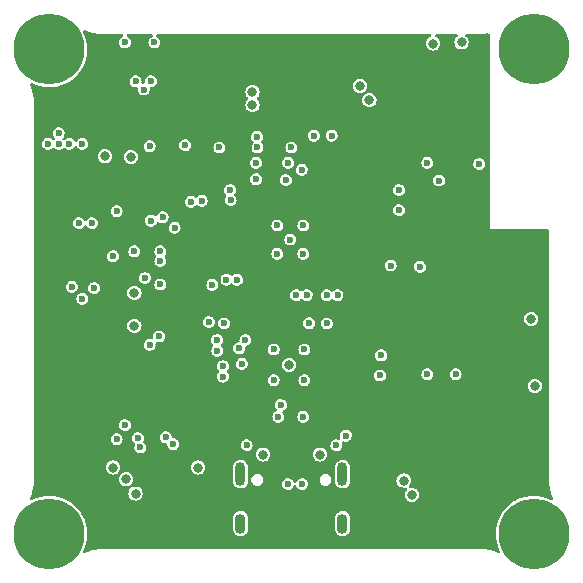
<source format=gbr>
%TF.GenerationSoftware,KiCad,Pcbnew,(6.0.0)*%
%TF.CreationDate,2022-11-20T17:05:32+07:00*%
%TF.ProjectId,ESP32-S3-MINI,45535033-322d-4533-932d-4d494e492e6b,rev?*%
%TF.SameCoordinates,Original*%
%TF.FileFunction,Copper,L3,Inr*%
%TF.FilePolarity,Positive*%
%FSLAX46Y46*%
G04 Gerber Fmt 4.6, Leading zero omitted, Abs format (unit mm)*
G04 Created by KiCad (PCBNEW (6.0.0)) date 2022-11-20 17:05:32*
%MOMM*%
%LPD*%
G01*
G04 APERTURE LIST*
%TA.AperFunction,ComponentPad*%
%ADD10C,6.000000*%
%TD*%
%TA.AperFunction,ComponentPad*%
%ADD11O,0.900000X1.700000*%
%TD*%
%TA.AperFunction,ComponentPad*%
%ADD12O,0.900000X2.000000*%
%TD*%
%TA.AperFunction,ViaPad*%
%ADD13C,0.600000*%
%TD*%
%TA.AperFunction,ViaPad*%
%ADD14C,0.800000*%
%TD*%
G04 APERTURE END LIST*
D10*
%TO.N,N/C*%
%TO.C,H4*%
X99500000Y-149500000D03*
%TD*%
%TO.N,N/C*%
%TO.C,H2*%
X140500000Y-108500000D03*
%TD*%
%TO.N,N/C*%
%TO.C,H1*%
X99500000Y-108500000D03*
%TD*%
%TO.N,N/C*%
%TO.C,H3*%
X140500000Y-149500000D03*
%TD*%
D11*
%TO.N,GND*%
%TO.C,J1*%
X115680000Y-148640000D03*
D12*
X115680000Y-144470000D03*
D11*
X124320000Y-148640000D03*
D12*
X124320000Y-144470000D03*
%TD*%
D13*
%TO.N,GND*%
X123400000Y-115800000D03*
X117100000Y-115900000D03*
X102300000Y-116500000D03*
D14*
X116700000Y-113200000D03*
D13*
X130900000Y-126900000D03*
X104900000Y-126000000D03*
X121100000Y-133900000D03*
X105900000Y-107900000D03*
X100300000Y-115600000D03*
X119900000Y-124600000D03*
X103300000Y-128700000D03*
X131500000Y-118100000D03*
X103100000Y-123200000D03*
D14*
X132000000Y-108000000D03*
D13*
X108100000Y-111200000D03*
X111500000Y-121400000D03*
X106800000Y-111200000D03*
D14*
X106000000Y-144900000D03*
D13*
X110106233Y-123606233D03*
X118500000Y-133900000D03*
X120400000Y-129300000D03*
X114200000Y-136200000D03*
X101200000Y-116500000D03*
X129100000Y-122100000D03*
D14*
X116700000Y-112100000D03*
D13*
X121100000Y-136500000D03*
X118800000Y-125800000D03*
X121000000Y-123400000D03*
X127600000Y-134400000D03*
X108900000Y-126399503D03*
X132500000Y-119600000D03*
X121000000Y-125800000D03*
D14*
X140600000Y-137000000D03*
X126600000Y-112800000D03*
D13*
X105200000Y-141500000D03*
D14*
X130200000Y-146200000D03*
D13*
X118500000Y-136500000D03*
X102300000Y-129600000D03*
X108400000Y-107900000D03*
X124600000Y-141200000D03*
X121900000Y-115800000D03*
X113700000Y-133100000D03*
X127500000Y-136100000D03*
X116200000Y-142000000D03*
X105900000Y-140300000D03*
X123800000Y-142000000D03*
X105200000Y-122200000D03*
D14*
X119800000Y-135200000D03*
D13*
X118800000Y-123400000D03*
D14*
X129500000Y-145000000D03*
D13*
X107500000Y-111900000D03*
X119100000Y-138600000D03*
D14*
X134400000Y-107900000D03*
X140300000Y-131300000D03*
D13*
X135900000Y-118200000D03*
X116100000Y-133100000D03*
X101400000Y-128600000D03*
X129100000Y-120400000D03*
X115400000Y-128000000D03*
X102000000Y-123200000D03*
X128400000Y-126800000D03*
D14*
X106800000Y-146100000D03*
D13*
X100300000Y-116500000D03*
X123900000Y-129300000D03*
X114800000Y-120400000D03*
D14*
X125800000Y-111600000D03*
D13*
X99400000Y-116500000D03*
%TO.N,+3V3*%
X123800000Y-138900000D03*
X121800000Y-118900000D03*
X122800000Y-118900000D03*
X134700000Y-111700000D03*
X127500000Y-132900000D03*
X101700000Y-125600000D03*
D14*
X113452973Y-123821620D03*
X134800000Y-125500000D03*
X99000000Y-113100000D03*
D13*
X122000000Y-141100000D03*
X101395000Y-131795000D03*
X116300000Y-128300000D03*
X103500000Y-108800000D03*
X105100000Y-124200000D03*
X100900000Y-121600000D03*
X126000000Y-122000000D03*
X117900000Y-141200000D03*
D14*
X137400000Y-139800000D03*
X99000000Y-112300000D03*
X138300000Y-140800000D03*
D13*
X125900000Y-126000000D03*
D14*
%TO.N,+5V*%
X106400000Y-117600000D03*
X104200000Y-117550500D03*
D13*
%TO.N,/WS2812B*%
X131500000Y-136000000D03*
X119725500Y-118100000D03*
X110000000Y-141918267D03*
X133900000Y-136000000D03*
X117000000Y-118100000D03*
X107200000Y-142200000D03*
D14*
%TO.N,/VBUS*%
X122400000Y-142800000D03*
X117600000Y-142800000D03*
D13*
%TO.N,/USB_D+*%
X120900000Y-145300000D03*
X119700011Y-145300000D03*
%TO.N,/I2C_SDA*%
X123000000Y-131700000D03*
X123000000Y-129325500D03*
%TO.N,/I2C_SCL*%
X121500000Y-131673540D03*
X121300000Y-129300000D03*
%TO.N,/~{RST}*%
X113725500Y-134000000D03*
X115574500Y-133800000D03*
%TO.N,/RESET*%
X120874500Y-118700000D03*
X109100000Y-122700000D03*
X108900000Y-128400000D03*
X108800000Y-132800000D03*
%TO.N,/BOOT*%
X113900000Y-116800000D03*
X107598945Y-127850989D03*
X120000000Y-116800000D03*
X107993483Y-133518983D03*
X108100000Y-123000000D03*
X108000000Y-116700000D03*
X111000000Y-116600000D03*
X117125500Y-116800000D03*
%TO.N,/USER_BTN*%
X107000000Y-141400000D03*
X117000000Y-119500000D03*
X118900000Y-139600000D03*
X121000000Y-139600000D03*
X109356233Y-141343767D03*
X119525500Y-119556233D03*
%TO.N,/SPI2_CS*%
X114856233Y-121243767D03*
X112400000Y-121300000D03*
%TO.N,/GYRO_INT*%
X106700000Y-125600000D03*
X108900000Y-125600000D03*
D14*
%TO.N,/SPI_WP*%
X106700000Y-131900000D03*
X106700000Y-129100000D03*
D13*
%TO.N,/UART_RX*%
X114200000Y-135300000D03*
X115800000Y-135125500D03*
%TO.N,/UART1_TX*%
X113000000Y-131574500D03*
X113300000Y-128425500D03*
%TO.N,/UART1_RX*%
X114300000Y-131700000D03*
X114500000Y-128000000D03*
D14*
%TO.N,/VIN*%
X104900000Y-143900000D03*
X112100000Y-143900000D03*
%TD*%
%TA.AperFunction,Conductor*%
%TO.N,+3V3*%
G36*
X102520649Y-106881022D02*
G01*
X102690772Y-106956915D01*
X102818067Y-107000000D01*
X103005219Y-107063345D01*
X103005224Y-107063346D01*
X103007994Y-107064284D01*
X103102001Y-107086605D01*
X103330973Y-107140971D01*
X103330984Y-107140973D01*
X103333835Y-107141650D01*
X103495020Y-107164343D01*
X103662550Y-107187930D01*
X103662556Y-107187931D01*
X103665464Y-107188340D01*
X103668398Y-107188477D01*
X103668399Y-107188477D01*
X103988941Y-107203434D01*
X103993500Y-107203802D01*
X103999284Y-107205142D01*
X104000000Y-107205143D01*
X104008718Y-107203154D01*
X104036733Y-107200000D01*
X105639408Y-107200000D01*
X105707529Y-107220002D01*
X105754022Y-107273658D01*
X105764126Y-107343932D01*
X105734632Y-107408512D01*
X105694854Y-107438049D01*
X105693529Y-107438428D01*
X105572280Y-107514930D01*
X105477377Y-107622388D01*
X105416447Y-107752163D01*
X105394391Y-107893823D01*
X105395555Y-107902725D01*
X105395555Y-107902728D01*
X105396269Y-107908188D01*
X105412980Y-108035979D01*
X105470720Y-108167203D01*
X105476497Y-108174076D01*
X105476498Y-108174077D01*
X105483792Y-108182754D01*
X105562970Y-108276948D01*
X105682313Y-108356390D01*
X105819157Y-108399142D01*
X105828129Y-108399306D01*
X105828132Y-108399307D01*
X105893463Y-108400504D01*
X105962499Y-108401770D01*
X105971533Y-108399307D01*
X106092158Y-108366421D01*
X106092160Y-108366420D01*
X106100817Y-108364060D01*
X106222991Y-108289045D01*
X106319200Y-108182754D01*
X106381710Y-108053733D01*
X106405496Y-107912354D01*
X106405647Y-107900000D01*
X106396426Y-107835609D01*
X106386596Y-107766968D01*
X106386595Y-107766965D01*
X106385323Y-107758082D01*
X106325984Y-107627572D01*
X106294134Y-107590608D01*
X106238260Y-107525763D01*
X106238257Y-107525760D01*
X106232400Y-107518963D01*
X106112095Y-107440985D01*
X106106543Y-107439325D01*
X106054302Y-107393648D01*
X106034603Y-107325439D01*
X106054908Y-107257408D01*
X106108770Y-107211155D01*
X106160602Y-107200000D01*
X108139408Y-107200000D01*
X108207529Y-107220002D01*
X108254022Y-107273658D01*
X108264126Y-107343932D01*
X108234632Y-107408512D01*
X108194854Y-107438049D01*
X108193529Y-107438428D01*
X108072280Y-107514930D01*
X107977377Y-107622388D01*
X107916447Y-107752163D01*
X107894391Y-107893823D01*
X107895555Y-107902725D01*
X107895555Y-107902728D01*
X107896269Y-107908188D01*
X107912980Y-108035979D01*
X107970720Y-108167203D01*
X107976497Y-108174076D01*
X107976498Y-108174077D01*
X107983792Y-108182754D01*
X108062970Y-108276948D01*
X108182313Y-108356390D01*
X108319157Y-108399142D01*
X108328129Y-108399306D01*
X108328132Y-108399307D01*
X108393463Y-108400504D01*
X108462499Y-108401770D01*
X108471533Y-108399307D01*
X108592158Y-108366421D01*
X108592160Y-108366420D01*
X108600817Y-108364060D01*
X108722991Y-108289045D01*
X108819200Y-108182754D01*
X108881710Y-108053733D01*
X108905496Y-107912354D01*
X108905647Y-107900000D01*
X108896426Y-107835609D01*
X108886596Y-107766968D01*
X108886595Y-107766965D01*
X108885323Y-107758082D01*
X108825984Y-107627572D01*
X108794134Y-107590608D01*
X108738260Y-107525763D01*
X108738257Y-107525760D01*
X108732400Y-107518963D01*
X108612095Y-107440985D01*
X108606543Y-107439325D01*
X108554302Y-107393648D01*
X108534603Y-107325439D01*
X108554908Y-107257408D01*
X108608770Y-107211155D01*
X108660602Y-107200000D01*
X131728743Y-107200000D01*
X131796864Y-107220002D01*
X131843357Y-107273658D01*
X131853461Y-107343932D01*
X131823967Y-107408512D01*
X131776961Y-107442409D01*
X131697159Y-107475464D01*
X131571718Y-107571718D01*
X131475464Y-107697159D01*
X131414956Y-107843238D01*
X131394318Y-108000000D01*
X131414956Y-108156762D01*
X131475464Y-108302841D01*
X131571718Y-108428282D01*
X131697159Y-108524536D01*
X131843238Y-108585044D01*
X132000000Y-108605682D01*
X132008188Y-108604604D01*
X132148574Y-108586122D01*
X132156762Y-108585044D01*
X132302841Y-108524536D01*
X132428282Y-108428282D01*
X132524536Y-108302841D01*
X132585044Y-108156762D01*
X132605682Y-108000000D01*
X132585044Y-107843238D01*
X132524536Y-107697159D01*
X132428282Y-107571718D01*
X132302841Y-107475464D01*
X132223039Y-107442409D01*
X132167758Y-107397861D01*
X132145337Y-107330497D01*
X132162895Y-107261706D01*
X132214857Y-107213328D01*
X132271257Y-107200000D01*
X133954643Y-107200000D01*
X134022764Y-107220002D01*
X134069257Y-107273658D01*
X134079361Y-107343932D01*
X134049867Y-107408512D01*
X134031347Y-107425962D01*
X133978268Y-107466691D01*
X133978264Y-107466695D01*
X133971718Y-107471718D01*
X133875464Y-107597159D01*
X133814956Y-107743238D01*
X133813878Y-107751426D01*
X133804637Y-107821619D01*
X133794318Y-107900000D01*
X133795396Y-107908188D01*
X133811048Y-108027074D01*
X133814956Y-108056762D01*
X133875464Y-108202841D01*
X133971718Y-108328282D01*
X134097159Y-108424536D01*
X134243238Y-108485044D01*
X134400000Y-108505682D01*
X134408188Y-108504604D01*
X134426616Y-108502178D01*
X134556762Y-108485044D01*
X134702841Y-108424536D01*
X134828282Y-108328282D01*
X134924536Y-108202841D01*
X134985044Y-108056762D01*
X134988953Y-108027074D01*
X135004604Y-107908188D01*
X135005682Y-107900000D01*
X134995363Y-107821619D01*
X134986122Y-107751426D01*
X134985044Y-107743238D01*
X134924536Y-107597159D01*
X134828282Y-107471718D01*
X134821736Y-107466695D01*
X134821732Y-107466691D01*
X134768653Y-107425962D01*
X134726786Y-107368624D01*
X134722564Y-107297753D01*
X134757328Y-107235851D01*
X134820041Y-107202569D01*
X134845357Y-107200000D01*
X135962690Y-107200000D01*
X135991139Y-107203254D01*
X135991917Y-107203434D01*
X135999286Y-107205142D01*
X136000002Y-107205143D01*
X136005831Y-107203814D01*
X136010044Y-107203480D01*
X136331603Y-107188474D01*
X136331606Y-107188474D01*
X136334536Y-107188337D01*
X136656434Y-107143016D01*
X136726677Y-107153325D01*
X136780197Y-107199975D01*
X136800000Y-107267785D01*
X136800000Y-123700000D01*
X141674000Y-123700000D01*
X141742121Y-123720002D01*
X141788614Y-123773658D01*
X141800000Y-123826000D01*
X141800000Y-144962690D01*
X141796746Y-144991139D01*
X141796590Y-144991812D01*
X141794858Y-144999286D01*
X141794857Y-145000002D01*
X141796186Y-145005831D01*
X141796520Y-145010044D01*
X141811372Y-145328282D01*
X141811664Y-145334537D01*
X141858356Y-145666165D01*
X141859031Y-145669008D01*
X141859032Y-145669013D01*
X141869561Y-145713358D01*
X141935723Y-145992004D01*
X141936661Y-145994774D01*
X141936662Y-145994779D01*
X141991103Y-146155624D01*
X142043092Y-146309225D01*
X142112796Y-146465475D01*
X142118399Y-146478034D01*
X142127885Y-146548394D01*
X142097826Y-146612713D01*
X142037765Y-146650570D01*
X141966771Y-146649947D01*
X141941861Y-146639356D01*
X141920998Y-146627696D01*
X141905218Y-146618877D01*
X141575304Y-146480194D01*
X141571935Y-146479203D01*
X141571931Y-146479201D01*
X141334739Y-146409392D01*
X141231989Y-146379151D01*
X140950508Y-146329518D01*
X140883009Y-146317616D01*
X140883007Y-146317616D01*
X140879549Y-146317006D01*
X140876040Y-146316785D01*
X140876038Y-146316785D01*
X140525897Y-146294756D01*
X140525891Y-146294756D01*
X140522379Y-146294535D01*
X140420609Y-146299512D01*
X140168437Y-146311845D01*
X140168428Y-146311846D01*
X140164930Y-146312017D01*
X140161462Y-146312579D01*
X140161459Y-146312579D01*
X139815132Y-146368672D01*
X139815129Y-146368673D01*
X139811657Y-146369235D01*
X139466963Y-146465475D01*
X139135146Y-146599538D01*
X139132061Y-146601206D01*
X139132059Y-146601207D01*
X139096206Y-146620593D01*
X138820341Y-146769753D01*
X138526471Y-146973998D01*
X138523829Y-146976311D01*
X138523825Y-146976314D01*
X138313420Y-147160509D01*
X138257199Y-147209727D01*
X138015882Y-147474003D01*
X137805528Y-147763531D01*
X137628757Y-148074703D01*
X137487775Y-148403640D01*
X137384337Y-148746242D01*
X137383701Y-148749709D01*
X137321281Y-149089812D01*
X137319734Y-149098239D01*
X137294769Y-149455244D01*
X137309756Y-149812806D01*
X137364506Y-150166470D01*
X137458337Y-150511827D01*
X137459630Y-150515092D01*
X137577812Y-150813586D01*
X137590080Y-150844572D01*
X137591735Y-150847684D01*
X137591737Y-150847689D01*
X137644064Y-150946101D01*
X137658384Y-151015638D01*
X137632836Y-151081879D01*
X137575532Y-151123791D01*
X137504664Y-151128069D01*
X137478673Y-151119029D01*
X137381404Y-151072744D01*
X137381398Y-151072741D01*
X137378583Y-151071402D01*
X137375665Y-151070352D01*
X137375658Y-151070349D01*
X137048779Y-150952714D01*
X137048773Y-150952712D01*
X137045852Y-150951661D01*
X136871298Y-150907694D01*
X136705949Y-150866046D01*
X136705941Y-150866044D01*
X136702942Y-150865289D01*
X136353191Y-150813127D01*
X136005542Y-150795956D01*
X136005404Y-150795944D01*
X136000717Y-150794858D01*
X136000001Y-150794857D01*
X135991283Y-150796846D01*
X135963268Y-150800000D01*
X104037312Y-150800000D01*
X104008863Y-150796746D01*
X104000716Y-150794858D01*
X104000000Y-150794857D01*
X103997872Y-150795342D01*
X103995335Y-150795050D01*
X103995378Y-150795911D01*
X103646810Y-150813127D01*
X103453773Y-150841916D01*
X103300134Y-150864829D01*
X103300129Y-150864830D01*
X103297058Y-150865288D01*
X103294043Y-150866047D01*
X103294040Y-150866048D01*
X103108318Y-150912827D01*
X102954147Y-150951659D01*
X102779705Y-151014436D01*
X102624342Y-151070347D01*
X102624337Y-151070349D01*
X102621417Y-151071400D01*
X102570037Y-151095849D01*
X102526388Y-151116619D01*
X102456281Y-151127827D01*
X102391244Y-151099354D01*
X102351926Y-151040239D01*
X102350808Y-150969252D01*
X102357141Y-150951594D01*
X102495192Y-150641528D01*
X102495194Y-150641523D01*
X102496624Y-150638311D01*
X102604835Y-150297186D01*
X102674347Y-149946125D01*
X102695529Y-149693878D01*
X102704110Y-149591688D01*
X102704111Y-149591677D01*
X102704293Y-149589504D01*
X102704853Y-149549451D01*
X102705513Y-149502178D01*
X102705513Y-149502166D01*
X102705543Y-149500000D01*
X102705202Y-149493890D01*
X102693320Y-149281368D01*
X102685566Y-149142682D01*
X102684978Y-149139205D01*
X102675121Y-149080925D01*
X115029500Y-149080925D01*
X115032130Y-149101744D01*
X115037746Y-149146195D01*
X115044929Y-149203058D01*
X115105432Y-149355871D01*
X115202037Y-149488837D01*
X115328674Y-149593600D01*
X115477387Y-149663579D01*
X115485170Y-149665064D01*
X115485174Y-149665065D01*
X115631044Y-149692891D01*
X115631046Y-149692891D01*
X115638830Y-149694376D01*
X115720845Y-149689216D01*
X115794949Y-149684554D01*
X115794951Y-149684554D01*
X115802860Y-149684056D01*
X115810396Y-149681607D01*
X115810398Y-149681607D01*
X115865882Y-149663579D01*
X115959171Y-149633268D01*
X116097940Y-149545202D01*
X116140388Y-149500000D01*
X116205023Y-149431170D01*
X116210448Y-149425393D01*
X116252720Y-149348502D01*
X116285807Y-149288316D01*
X116289627Y-149281368D01*
X116309734Y-149203058D01*
X116328529Y-149129855D01*
X116328529Y-149129852D01*
X116330500Y-149122177D01*
X116330500Y-149080925D01*
X123669500Y-149080925D01*
X123672130Y-149101744D01*
X123677746Y-149146195D01*
X123684929Y-149203058D01*
X123745432Y-149355871D01*
X123842037Y-149488837D01*
X123968674Y-149593600D01*
X124117387Y-149663579D01*
X124125170Y-149665064D01*
X124125174Y-149665065D01*
X124271044Y-149692891D01*
X124271046Y-149692891D01*
X124278830Y-149694376D01*
X124360845Y-149689216D01*
X124434949Y-149684554D01*
X124434951Y-149684554D01*
X124442860Y-149684056D01*
X124450396Y-149681607D01*
X124450398Y-149681607D01*
X124505882Y-149663579D01*
X124599171Y-149633268D01*
X124737940Y-149545202D01*
X124780388Y-149500000D01*
X124845023Y-149431170D01*
X124850448Y-149425393D01*
X124892720Y-149348502D01*
X124925807Y-149288316D01*
X124929627Y-149281368D01*
X124949734Y-149203058D01*
X124968529Y-149129855D01*
X124968529Y-149129852D01*
X124970500Y-149122177D01*
X124970500Y-148199075D01*
X124955071Y-148076942D01*
X124894568Y-147924129D01*
X124797963Y-147791163D01*
X124671326Y-147686400D01*
X124522613Y-147616421D01*
X124514830Y-147614936D01*
X124514826Y-147614935D01*
X124368956Y-147587109D01*
X124368954Y-147587109D01*
X124361170Y-147585624D01*
X124279155Y-147590784D01*
X124205051Y-147595446D01*
X124205049Y-147595446D01*
X124197140Y-147595944D01*
X124189604Y-147598393D01*
X124189602Y-147598393D01*
X124147637Y-147612028D01*
X124040829Y-147646732D01*
X123902060Y-147734798D01*
X123789552Y-147854607D01*
X123785735Y-147861551D01*
X123785733Y-147861553D01*
X123744506Y-147936545D01*
X123710373Y-147998632D01*
X123708403Y-148006304D01*
X123708402Y-148006307D01*
X123671471Y-148150145D01*
X123669500Y-148157823D01*
X123669500Y-149080925D01*
X116330500Y-149080925D01*
X116330500Y-148199075D01*
X116315071Y-148076942D01*
X116254568Y-147924129D01*
X116157963Y-147791163D01*
X116031326Y-147686400D01*
X115882613Y-147616421D01*
X115874830Y-147614936D01*
X115874826Y-147614935D01*
X115728956Y-147587109D01*
X115728954Y-147587109D01*
X115721170Y-147585624D01*
X115639155Y-147590784D01*
X115565051Y-147595446D01*
X115565049Y-147595446D01*
X115557140Y-147595944D01*
X115549604Y-147598393D01*
X115549602Y-147598393D01*
X115507637Y-147612028D01*
X115400829Y-147646732D01*
X115262060Y-147734798D01*
X115149552Y-147854607D01*
X115145735Y-147861551D01*
X115145733Y-147861553D01*
X115104506Y-147936545D01*
X115070373Y-147998632D01*
X115068403Y-148006304D01*
X115068402Y-148006307D01*
X115031471Y-148150145D01*
X115029500Y-148157823D01*
X115029500Y-149080925D01*
X102675121Y-149080925D01*
X102626472Y-148793298D01*
X102626471Y-148793294D01*
X102625883Y-148789817D01*
X102527239Y-148445804D01*
X102479354Y-148329627D01*
X102392201Y-148118176D01*
X102392197Y-148118168D01*
X102390863Y-148114931D01*
X102218455Y-147801321D01*
X102211290Y-147791163D01*
X102014194Y-147511763D01*
X102014193Y-147511762D01*
X102012163Y-147508884D01*
X101774560Y-147241265D01*
X101508605Y-147001799D01*
X101505755Y-146999758D01*
X101505748Y-146999753D01*
X101220470Y-146795514D01*
X101220467Y-146795512D01*
X101217616Y-146793471D01*
X100905218Y-146618877D01*
X100575304Y-146480194D01*
X100571935Y-146479203D01*
X100571931Y-146479201D01*
X100334739Y-146409392D01*
X100231989Y-146379151D01*
X99950508Y-146329518D01*
X99883009Y-146317616D01*
X99883007Y-146317616D01*
X99879549Y-146317006D01*
X99876040Y-146316785D01*
X99876038Y-146316785D01*
X99525897Y-146294756D01*
X99525891Y-146294756D01*
X99522379Y-146294535D01*
X99420609Y-146299512D01*
X99168437Y-146311845D01*
X99168428Y-146311846D01*
X99164930Y-146312017D01*
X99161462Y-146312579D01*
X99161459Y-146312579D01*
X98815132Y-146368672D01*
X98815129Y-146368673D01*
X98811657Y-146369235D01*
X98466963Y-146465475D01*
X98135146Y-146599538D01*
X98132055Y-146601209D01*
X98132045Y-146601214D01*
X98055546Y-146642577D01*
X97986110Y-146657383D01*
X97919693Y-146632298D01*
X97877381Y-146575288D01*
X97872608Y-146504452D01*
X97880548Y-146480409D01*
X97939360Y-146348574D01*
X97956913Y-146309227D01*
X98027729Y-146100000D01*
X106194318Y-146100000D01*
X106214956Y-146256762D01*
X106275464Y-146402841D01*
X106371718Y-146528282D01*
X106497159Y-146624536D01*
X106643238Y-146685044D01*
X106800000Y-146705682D01*
X106808188Y-146704604D01*
X106948574Y-146686122D01*
X106956762Y-146685044D01*
X107102841Y-146624536D01*
X107228282Y-146528282D01*
X107324536Y-146402841D01*
X107385044Y-146256762D01*
X107405682Y-146100000D01*
X107385044Y-145943238D01*
X107324536Y-145797159D01*
X107228282Y-145671718D01*
X107102841Y-145575464D01*
X106956762Y-145514956D01*
X106800000Y-145494318D01*
X106643238Y-145514956D01*
X106635609Y-145518116D01*
X106531694Y-145561159D01*
X106461104Y-145568748D01*
X106437438Y-145556902D01*
X106436076Y-145595041D01*
X106393227Y-145655213D01*
X106378267Y-145666692D01*
X106378264Y-145666695D01*
X106371718Y-145671718D01*
X106275464Y-145797159D01*
X106214956Y-145943238D01*
X106194318Y-146100000D01*
X98027729Y-146100000D01*
X98044170Y-146051426D01*
X98063343Y-145994780D01*
X98063344Y-145994775D01*
X98064282Y-145992005D01*
X98130443Y-145713358D01*
X98140972Y-145669013D01*
X98140973Y-145669009D01*
X98141648Y-145666165D01*
X98188339Y-145334536D01*
X98189823Y-145302728D01*
X98203433Y-145011058D01*
X98203801Y-145006502D01*
X98205142Y-145000717D01*
X98205143Y-145000001D01*
X98203154Y-144991283D01*
X98200000Y-144963268D01*
X98200000Y-144900000D01*
X105394318Y-144900000D01*
X105395396Y-144908188D01*
X105408351Y-145006588D01*
X105414956Y-145056762D01*
X105475464Y-145202841D01*
X105497102Y-145231040D01*
X105550017Y-145300000D01*
X105571718Y-145328282D01*
X105697159Y-145424536D01*
X105843238Y-145485044D01*
X106000000Y-145505682D01*
X106008188Y-145504604D01*
X106148574Y-145486122D01*
X106156762Y-145485044D01*
X106230997Y-145454295D01*
X106268306Y-145438841D01*
X106338896Y-145431252D01*
X106362562Y-145443098D01*
X106363924Y-145404959D01*
X106406773Y-145344787D01*
X106421733Y-145333308D01*
X106421736Y-145333305D01*
X106428282Y-145328282D01*
X106449984Y-145300000D01*
X106502898Y-145231040D01*
X106524536Y-145202841D01*
X106583320Y-145060925D01*
X115029500Y-145060925D01*
X115029997Y-145064856D01*
X115042571Y-145164391D01*
X115044929Y-145183058D01*
X115105432Y-145335871D01*
X115110090Y-145342282D01*
X115110091Y-145342284D01*
X115172146Y-145427696D01*
X115202037Y-145468837D01*
X115328674Y-145573600D01*
X115335847Y-145576975D01*
X115335848Y-145576976D01*
X115362266Y-145589407D01*
X115477387Y-145643579D01*
X115485170Y-145645064D01*
X115485174Y-145645065D01*
X115631044Y-145672891D01*
X115631046Y-145672891D01*
X115638830Y-145674376D01*
X115724072Y-145669013D01*
X115794949Y-145664554D01*
X115794951Y-145664554D01*
X115802860Y-145664056D01*
X115810396Y-145661607D01*
X115810398Y-145661607D01*
X115861309Y-145645065D01*
X115959171Y-145613268D01*
X116097940Y-145525202D01*
X116116271Y-145505682D01*
X116205023Y-145411170D01*
X116210448Y-145405393D01*
X116224822Y-145379248D01*
X116270081Y-145296921D01*
X116289627Y-145261368D01*
X116300208Y-145220160D01*
X116328529Y-145109855D01*
X116328529Y-145109852D01*
X116330500Y-145102177D01*
X116330500Y-145018624D01*
X116609031Y-145018624D01*
X116648428Y-145156471D01*
X116724930Y-145277720D01*
X116832388Y-145372623D01*
X116962163Y-145433553D01*
X117071009Y-145450500D01*
X117145940Y-145450500D01*
X117197627Y-145443098D01*
X117243032Y-145436596D01*
X117243035Y-145436595D01*
X117251918Y-145435323D01*
X117382428Y-145375984D01*
X117428981Y-145335871D01*
X117477781Y-145293823D01*
X119194402Y-145293823D01*
X119195566Y-145302725D01*
X119195566Y-145302728D01*
X119196825Y-145312354D01*
X119212991Y-145435979D01*
X119270731Y-145567203D01*
X119276508Y-145574076D01*
X119276509Y-145574077D01*
X119351474Y-145663259D01*
X119362981Y-145676948D01*
X119482324Y-145756390D01*
X119619168Y-145799142D01*
X119628140Y-145799306D01*
X119628143Y-145799307D01*
X119693474Y-145800504D01*
X119762510Y-145801770D01*
X119771544Y-145799307D01*
X119892169Y-145766421D01*
X119892171Y-145766420D01*
X119900828Y-145764060D01*
X120023002Y-145689045D01*
X120032761Y-145678264D01*
X120113189Y-145589407D01*
X120119211Y-145582754D01*
X120157074Y-145504604D01*
X120177807Y-145461812D01*
X120177807Y-145461811D01*
X120181721Y-145453733D01*
X120182097Y-145451498D01*
X120219974Y-145395482D01*
X120285226Y-145367506D01*
X120355245Y-145379248D01*
X120407800Y-145426982D01*
X120415566Y-145441857D01*
X120470720Y-145567203D01*
X120476497Y-145574076D01*
X120476498Y-145574077D01*
X120551463Y-145663259D01*
X120562970Y-145676948D01*
X120682313Y-145756390D01*
X120819157Y-145799142D01*
X120828129Y-145799306D01*
X120828132Y-145799307D01*
X120893463Y-145800504D01*
X120962499Y-145801770D01*
X120971533Y-145799307D01*
X121092158Y-145766421D01*
X121092160Y-145766420D01*
X121100817Y-145764060D01*
X121222991Y-145689045D01*
X121232750Y-145678264D01*
X121313178Y-145589407D01*
X121319200Y-145582754D01*
X121357063Y-145504604D01*
X121377795Y-145461814D01*
X121377796Y-145461812D01*
X121381710Y-145453733D01*
X121405496Y-145312354D01*
X121405647Y-145300000D01*
X121391650Y-145202262D01*
X121386596Y-145166968D01*
X121386595Y-145166965D01*
X121385323Y-145158082D01*
X121325984Y-145027572D01*
X121318274Y-145018624D01*
X122389031Y-145018624D01*
X122428428Y-145156471D01*
X122504930Y-145277720D01*
X122612388Y-145372623D01*
X122742163Y-145433553D01*
X122851009Y-145450500D01*
X122925940Y-145450500D01*
X122977627Y-145443098D01*
X123023032Y-145436596D01*
X123023035Y-145436595D01*
X123031918Y-145435323D01*
X123162428Y-145375984D01*
X123208981Y-145335871D01*
X123264237Y-145288260D01*
X123264240Y-145288257D01*
X123271037Y-145282400D01*
X123349015Y-145162095D01*
X123379271Y-145060925D01*
X123669500Y-145060925D01*
X123669997Y-145064856D01*
X123682571Y-145164391D01*
X123684929Y-145183058D01*
X123745432Y-145335871D01*
X123750090Y-145342282D01*
X123750091Y-145342284D01*
X123812146Y-145427696D01*
X123842037Y-145468837D01*
X123968674Y-145573600D01*
X123975847Y-145576975D01*
X123975848Y-145576976D01*
X124002266Y-145589407D01*
X124117387Y-145643579D01*
X124125170Y-145645064D01*
X124125174Y-145645065D01*
X124271044Y-145672891D01*
X124271046Y-145672891D01*
X124278830Y-145674376D01*
X124364072Y-145669013D01*
X124434949Y-145664554D01*
X124434951Y-145664554D01*
X124442860Y-145664056D01*
X124450396Y-145661607D01*
X124450398Y-145661607D01*
X124501309Y-145645065D01*
X124599171Y-145613268D01*
X124737940Y-145525202D01*
X124756271Y-145505682D01*
X124845023Y-145411170D01*
X124850448Y-145405393D01*
X124864822Y-145379248D01*
X124910081Y-145296921D01*
X124929627Y-145261368D01*
X124940208Y-145220160D01*
X124968529Y-145109855D01*
X124968529Y-145109852D01*
X124970500Y-145102177D01*
X124970500Y-145000000D01*
X128894318Y-145000000D01*
X128914956Y-145156762D01*
X128975464Y-145302841D01*
X129031588Y-145375984D01*
X129058588Y-145411170D01*
X129071718Y-145428282D01*
X129197159Y-145524536D01*
X129343238Y-145585044D01*
X129500000Y-145605682D01*
X129508188Y-145604604D01*
X129586319Y-145594318D01*
X129642383Y-145586937D01*
X129712532Y-145597876D01*
X129765630Y-145645004D01*
X129784820Y-145713358D01*
X129764009Y-145781236D01*
X129758792Y-145788563D01*
X129710387Y-145851647D01*
X129675464Y-145897159D01*
X129614956Y-146043238D01*
X129594318Y-146200000D01*
X129614956Y-146356762D01*
X129675464Y-146502841D01*
X129680491Y-146509392D01*
X129759772Y-146612713D01*
X129771718Y-146628282D01*
X129897159Y-146724536D01*
X130043238Y-146785044D01*
X130200000Y-146805682D01*
X130208188Y-146804604D01*
X130348574Y-146786122D01*
X130356762Y-146785044D01*
X130502841Y-146724536D01*
X130628282Y-146628282D01*
X130640229Y-146612713D01*
X130719509Y-146509392D01*
X130724536Y-146502841D01*
X130785044Y-146356762D01*
X130805682Y-146200000D01*
X130785044Y-146043238D01*
X130724536Y-145897159D01*
X130628282Y-145771718D01*
X130611798Y-145759069D01*
X130592082Y-145743941D01*
X130502841Y-145675464D01*
X130356762Y-145614956D01*
X130343941Y-145613268D01*
X130208188Y-145595396D01*
X130200000Y-145594318D01*
X130057617Y-145613063D01*
X129987468Y-145602124D01*
X129934370Y-145554996D01*
X129915180Y-145486642D01*
X129935991Y-145418764D01*
X129941208Y-145411437D01*
X130019509Y-145309392D01*
X130024536Y-145302841D01*
X130085044Y-145156762D01*
X130105682Y-145000000D01*
X130085044Y-144843238D01*
X130024536Y-144697159D01*
X129928282Y-144571718D01*
X129802841Y-144475464D01*
X129656762Y-144414956D01*
X129500000Y-144394318D01*
X129343238Y-144414956D01*
X129197159Y-144475464D01*
X129071718Y-144571718D01*
X128975464Y-144697159D01*
X128914956Y-144843238D01*
X128894318Y-145000000D01*
X124970500Y-145000000D01*
X124970500Y-143879075D01*
X124955071Y-143756942D01*
X124894568Y-143604129D01*
X124884745Y-143590608D01*
X124802623Y-143477577D01*
X124797963Y-143471163D01*
X124671326Y-143366400D01*
X124522613Y-143296421D01*
X124514830Y-143294936D01*
X124514826Y-143294935D01*
X124368956Y-143267109D01*
X124368954Y-143267109D01*
X124361170Y-143265624D01*
X124279155Y-143270784D01*
X124205051Y-143275446D01*
X124205049Y-143275446D01*
X124197140Y-143275944D01*
X124189604Y-143278393D01*
X124189602Y-143278393D01*
X124147637Y-143292028D01*
X124040829Y-143326732D01*
X123902060Y-143414798D01*
X123896633Y-143420577D01*
X123896632Y-143420578D01*
X123811146Y-143511612D01*
X123789552Y-143534607D01*
X123785735Y-143541551D01*
X123785733Y-143541553D01*
X123744506Y-143616545D01*
X123710373Y-143678632D01*
X123708403Y-143686304D01*
X123708402Y-143686307D01*
X123688247Y-143764807D01*
X123669500Y-143837823D01*
X123669500Y-145060925D01*
X123379271Y-145060925D01*
X123390093Y-145024739D01*
X123390149Y-145015659D01*
X123390914Y-144890351D01*
X123390969Y-144881376D01*
X123351572Y-144743529D01*
X123275070Y-144622280D01*
X123167612Y-144527377D01*
X123037837Y-144466447D01*
X122928991Y-144449500D01*
X122854060Y-144449500D01*
X122812661Y-144455429D01*
X122756968Y-144463404D01*
X122756965Y-144463405D01*
X122748082Y-144464677D01*
X122617572Y-144524016D01*
X122610768Y-144529878D01*
X122610769Y-144529878D01*
X122515763Y-144611740D01*
X122515760Y-144611743D01*
X122508963Y-144617600D01*
X122430985Y-144737905D01*
X122389907Y-144875261D01*
X122389031Y-145018624D01*
X121318274Y-145018624D01*
X121295171Y-144991812D01*
X121238260Y-144925763D01*
X121238257Y-144925760D01*
X121232400Y-144918963D01*
X121112095Y-144840985D01*
X120974739Y-144799907D01*
X120965763Y-144799852D01*
X120965762Y-144799852D01*
X120905555Y-144799484D01*
X120831376Y-144799031D01*
X120693529Y-144838428D01*
X120572280Y-144914930D01*
X120477377Y-145022388D01*
X120416447Y-145152163D01*
X120414986Y-145151477D01*
X120381549Y-145202262D01*
X120316647Y-145231040D01*
X120246489Y-145220160D01*
X120193350Y-145173078D01*
X120186387Y-145157603D01*
X120185334Y-145158082D01*
X120178948Y-145144036D01*
X120125995Y-145027572D01*
X120095182Y-144991812D01*
X120038271Y-144925763D01*
X120038268Y-144925760D01*
X120032411Y-144918963D01*
X119912106Y-144840985D01*
X119774750Y-144799907D01*
X119765774Y-144799852D01*
X119765773Y-144799852D01*
X119705566Y-144799484D01*
X119631387Y-144799031D01*
X119493540Y-144838428D01*
X119372291Y-144914930D01*
X119277388Y-145022388D01*
X119216458Y-145152163D01*
X119211648Y-145183058D01*
X119195984Y-145283663D01*
X119194402Y-145293823D01*
X117477781Y-145293823D01*
X117484237Y-145288260D01*
X117484240Y-145288257D01*
X117491037Y-145282400D01*
X117569015Y-145162095D01*
X117610093Y-145024739D01*
X117610149Y-145015659D01*
X117610914Y-144890351D01*
X117610969Y-144881376D01*
X117571572Y-144743529D01*
X117495070Y-144622280D01*
X117387612Y-144527377D01*
X117257837Y-144466447D01*
X117148991Y-144449500D01*
X117074060Y-144449500D01*
X117032661Y-144455429D01*
X116976968Y-144463404D01*
X116976965Y-144463405D01*
X116968082Y-144464677D01*
X116837572Y-144524016D01*
X116830768Y-144529878D01*
X116830769Y-144529878D01*
X116735763Y-144611740D01*
X116735760Y-144611743D01*
X116728963Y-144617600D01*
X116650985Y-144737905D01*
X116609907Y-144875261D01*
X116609031Y-145018624D01*
X116330500Y-145018624D01*
X116330500Y-143879075D01*
X116315071Y-143756942D01*
X116254568Y-143604129D01*
X116244745Y-143590608D01*
X116162623Y-143477577D01*
X116157963Y-143471163D01*
X116031326Y-143366400D01*
X115882613Y-143296421D01*
X115874830Y-143294936D01*
X115874826Y-143294935D01*
X115728956Y-143267109D01*
X115728954Y-143267109D01*
X115721170Y-143265624D01*
X115639155Y-143270784D01*
X115565051Y-143275446D01*
X115565049Y-143275446D01*
X115557140Y-143275944D01*
X115549604Y-143278393D01*
X115549602Y-143278393D01*
X115507637Y-143292028D01*
X115400829Y-143326732D01*
X115262060Y-143414798D01*
X115256633Y-143420577D01*
X115256632Y-143420578D01*
X115171146Y-143511612D01*
X115149552Y-143534607D01*
X115145735Y-143541551D01*
X115145733Y-143541553D01*
X115104506Y-143616545D01*
X115070373Y-143678632D01*
X115068403Y-143686304D01*
X115068402Y-143686307D01*
X115048247Y-143764807D01*
X115029500Y-143837823D01*
X115029500Y-145060925D01*
X106583320Y-145060925D01*
X106585044Y-145056762D01*
X106591650Y-145006588D01*
X106604604Y-144908188D01*
X106605682Y-144900000D01*
X106592497Y-144799852D01*
X106586122Y-144751426D01*
X106585044Y-144743238D01*
X106524536Y-144597159D01*
X106428282Y-144471718D01*
X106302841Y-144375464D01*
X106156762Y-144314956D01*
X106000000Y-144294318D01*
X105843238Y-144314956D01*
X105697159Y-144375464D01*
X105571718Y-144471718D01*
X105475464Y-144597159D01*
X105414956Y-144743238D01*
X105413878Y-144751426D01*
X105407503Y-144799852D01*
X105394318Y-144900000D01*
X98200000Y-144900000D01*
X98200000Y-143900000D01*
X104294318Y-143900000D01*
X104314956Y-144056762D01*
X104375464Y-144202841D01*
X104471718Y-144328282D01*
X104597159Y-144424536D01*
X104743238Y-144485044D01*
X104900000Y-144505682D01*
X104908188Y-144504604D01*
X105048574Y-144486122D01*
X105056762Y-144485044D01*
X105202841Y-144424536D01*
X105328282Y-144328282D01*
X105424536Y-144202841D01*
X105485044Y-144056762D01*
X105505682Y-143900000D01*
X111494318Y-143900000D01*
X111514956Y-144056762D01*
X111575464Y-144202841D01*
X111671718Y-144328282D01*
X111797159Y-144424536D01*
X111943238Y-144485044D01*
X112100000Y-144505682D01*
X112108188Y-144504604D01*
X112248574Y-144486122D01*
X112256762Y-144485044D01*
X112402841Y-144424536D01*
X112528282Y-144328282D01*
X112624536Y-144202841D01*
X112685044Y-144056762D01*
X112705682Y-143900000D01*
X112685044Y-143743238D01*
X112624536Y-143597159D01*
X112528282Y-143471718D01*
X112520974Y-143466110D01*
X112415326Y-143385044D01*
X112402841Y-143375464D01*
X112256762Y-143314956D01*
X112100000Y-143294318D01*
X111943238Y-143314956D01*
X111797159Y-143375464D01*
X111784674Y-143385044D01*
X111679027Y-143466110D01*
X111671718Y-143471718D01*
X111575464Y-143597159D01*
X111514956Y-143743238D01*
X111494318Y-143900000D01*
X105505682Y-143900000D01*
X105485044Y-143743238D01*
X105424536Y-143597159D01*
X105328282Y-143471718D01*
X105320974Y-143466110D01*
X105215326Y-143385044D01*
X105202841Y-143375464D01*
X105056762Y-143314956D01*
X104900000Y-143294318D01*
X104743238Y-143314956D01*
X104597159Y-143375464D01*
X104584674Y-143385044D01*
X104479027Y-143466110D01*
X104471718Y-143471718D01*
X104375464Y-143597159D01*
X104314956Y-143743238D01*
X104294318Y-143900000D01*
X98200000Y-143900000D01*
X98200000Y-142800000D01*
X116994318Y-142800000D01*
X117014956Y-142956762D01*
X117075464Y-143102841D01*
X117171718Y-143228282D01*
X117297159Y-143324536D01*
X117443238Y-143385044D01*
X117600000Y-143405682D01*
X117608188Y-143404604D01*
X117748574Y-143386122D01*
X117756762Y-143385044D01*
X117902841Y-143324536D01*
X118028282Y-143228282D01*
X118124536Y-143102841D01*
X118185044Y-142956762D01*
X118205682Y-142800000D01*
X121794318Y-142800000D01*
X121814956Y-142956762D01*
X121875464Y-143102841D01*
X121971718Y-143228282D01*
X122097159Y-143324536D01*
X122243238Y-143385044D01*
X122400000Y-143405682D01*
X122408188Y-143404604D01*
X122548574Y-143386122D01*
X122556762Y-143385044D01*
X122702841Y-143324536D01*
X122828282Y-143228282D01*
X122924536Y-143102841D01*
X122985044Y-142956762D01*
X123005682Y-142800000D01*
X122987128Y-142659069D01*
X122986122Y-142651426D01*
X122985044Y-142643238D01*
X122924536Y-142497159D01*
X122828282Y-142371718D01*
X122702841Y-142275464D01*
X122556762Y-142214956D01*
X122501450Y-142207674D01*
X122408188Y-142195396D01*
X122400000Y-142194318D01*
X122391812Y-142195396D01*
X122298551Y-142207674D01*
X122243238Y-142214956D01*
X122097159Y-142275464D01*
X121971718Y-142371718D01*
X121875464Y-142497159D01*
X121814956Y-142643238D01*
X121813878Y-142651426D01*
X121812872Y-142659069D01*
X121794318Y-142800000D01*
X118205682Y-142800000D01*
X118187128Y-142659069D01*
X118186122Y-142651426D01*
X118185044Y-142643238D01*
X118124536Y-142497159D01*
X118028282Y-142371718D01*
X117902841Y-142275464D01*
X117756762Y-142214956D01*
X117701450Y-142207674D01*
X117608188Y-142195396D01*
X117600000Y-142194318D01*
X117591812Y-142195396D01*
X117498551Y-142207674D01*
X117443238Y-142214956D01*
X117297159Y-142275464D01*
X117171718Y-142371718D01*
X117075464Y-142497159D01*
X117014956Y-142643238D01*
X117013878Y-142651426D01*
X117012872Y-142659069D01*
X116994318Y-142800000D01*
X98200000Y-142800000D01*
X98200000Y-141493823D01*
X104694391Y-141493823D01*
X104695555Y-141502725D01*
X104695555Y-141502728D01*
X104701197Y-141545871D01*
X104712980Y-141635979D01*
X104728686Y-141671674D01*
X104757547Y-141737264D01*
X104770720Y-141767203D01*
X104776497Y-141774076D01*
X104776498Y-141774077D01*
X104849594Y-141861035D01*
X104862970Y-141876948D01*
X104982313Y-141956390D01*
X105119157Y-141999142D01*
X105128129Y-141999306D01*
X105128132Y-141999307D01*
X105193463Y-142000504D01*
X105262499Y-142001770D01*
X105271533Y-141999307D01*
X105392158Y-141966421D01*
X105392160Y-141966420D01*
X105400817Y-141964060D01*
X105522991Y-141889045D01*
X105543829Y-141866024D01*
X105607953Y-141795180D01*
X105619200Y-141782754D01*
X105661007Y-141696465D01*
X105677795Y-141661814D01*
X105677795Y-141661813D01*
X105681710Y-141653733D01*
X105705496Y-141512354D01*
X105705647Y-141500000D01*
X105690923Y-141397183D01*
X105690442Y-141393823D01*
X106494391Y-141393823D01*
X106495555Y-141402725D01*
X106495555Y-141402728D01*
X106498808Y-141427603D01*
X106512980Y-141535979D01*
X106570720Y-141667203D01*
X106576497Y-141674076D01*
X106576498Y-141674077D01*
X106611451Y-141715659D01*
X106662970Y-141776948D01*
X106711785Y-141809442D01*
X106757406Y-141863838D01*
X106766378Y-141934265D01*
X106756021Y-141967873D01*
X106716447Y-142052163D01*
X106712100Y-142080081D01*
X106699375Y-142161814D01*
X106694391Y-142193823D01*
X106695555Y-142202725D01*
X106695555Y-142202728D01*
X106702912Y-142258983D01*
X106712980Y-142335979D01*
X106770720Y-142467203D01*
X106776497Y-142474076D01*
X106776498Y-142474077D01*
X106802314Y-142504789D01*
X106862970Y-142576948D01*
X106982313Y-142656390D01*
X107119157Y-142699142D01*
X107128129Y-142699306D01*
X107128132Y-142699307D01*
X107193463Y-142700504D01*
X107262499Y-142701770D01*
X107271533Y-142699307D01*
X107392158Y-142666421D01*
X107392160Y-142666420D01*
X107400817Y-142664060D01*
X107522991Y-142589045D01*
X107619200Y-142482754D01*
X107664602Y-142389045D01*
X107677795Y-142361814D01*
X107677795Y-142361813D01*
X107681710Y-142353733D01*
X107705496Y-142212354D01*
X107705647Y-142200000D01*
X107695203Y-142127074D01*
X107686596Y-142066968D01*
X107686595Y-142066965D01*
X107685323Y-142058082D01*
X107625984Y-141927572D01*
X107592787Y-141889045D01*
X107538260Y-141825763D01*
X107538257Y-141825760D01*
X107532400Y-141818963D01*
X107489411Y-141791099D01*
X107443127Y-141737264D01*
X107433296Y-141666951D01*
X107444551Y-141630429D01*
X107481710Y-141553733D01*
X107505496Y-141412354D01*
X107505647Y-141400000D01*
X107496709Y-141337590D01*
X108850624Y-141337590D01*
X108851788Y-141346492D01*
X108851788Y-141346495D01*
X108856817Y-141384950D01*
X108869213Y-141479746D01*
X108926953Y-141610970D01*
X108932730Y-141617843D01*
X108932731Y-141617844D01*
X108998819Y-141696465D01*
X109019203Y-141720715D01*
X109026680Y-141725692D01*
X109122397Y-141789407D01*
X109138546Y-141800157D01*
X109275390Y-141842909D01*
X109284362Y-141843073D01*
X109284365Y-141843074D01*
X109335175Y-141844005D01*
X109377300Y-141844777D01*
X109445042Y-141866024D01*
X109490544Y-141920523D01*
X109499926Y-141954419D01*
X109511815Y-142045341D01*
X109511816Y-142045345D01*
X109512980Y-142054246D01*
X109570720Y-142185470D01*
X109576497Y-142192343D01*
X109576498Y-142192344D01*
X109650593Y-142280491D01*
X109662970Y-142295215D01*
X109670447Y-142300192D01*
X109750880Y-142353733D01*
X109782313Y-142374657D01*
X109790888Y-142377336D01*
X109805577Y-142381925D01*
X109919157Y-142417409D01*
X109928129Y-142417573D01*
X109928132Y-142417574D01*
X109993463Y-142418771D01*
X110062499Y-142420037D01*
X110071533Y-142417574D01*
X110192158Y-142384688D01*
X110192160Y-142384687D01*
X110200817Y-142382327D01*
X110322991Y-142307312D01*
X110352531Y-142274677D01*
X110390441Y-142232794D01*
X110419200Y-142201021D01*
X110481710Y-142072000D01*
X110494863Y-141993823D01*
X115694391Y-141993823D01*
X115695555Y-142002725D01*
X115695555Y-142002728D01*
X115702020Y-142052163D01*
X115712980Y-142135979D01*
X115770720Y-142267203D01*
X115776497Y-142274076D01*
X115776498Y-142274077D01*
X115857190Y-142370072D01*
X115862970Y-142376948D01*
X115982313Y-142456390D01*
X116119157Y-142499142D01*
X116128129Y-142499306D01*
X116128132Y-142499307D01*
X116193463Y-142500504D01*
X116262499Y-142501770D01*
X116271533Y-142499307D01*
X116392158Y-142466421D01*
X116392160Y-142466420D01*
X116400817Y-142464060D01*
X116522991Y-142389045D01*
X116532750Y-142378264D01*
X116613178Y-142289407D01*
X116619200Y-142282754D01*
X116659294Y-142200000D01*
X116677795Y-142161814D01*
X116677795Y-142161813D01*
X116681710Y-142153733D01*
X116705496Y-142012354D01*
X116705647Y-142000000D01*
X116704762Y-141993823D01*
X123294391Y-141993823D01*
X123295555Y-142002725D01*
X123295555Y-142002728D01*
X123302020Y-142052163D01*
X123312980Y-142135979D01*
X123370720Y-142267203D01*
X123376497Y-142274076D01*
X123376498Y-142274077D01*
X123457190Y-142370072D01*
X123462970Y-142376948D01*
X123582313Y-142456390D01*
X123719157Y-142499142D01*
X123728129Y-142499306D01*
X123728132Y-142499307D01*
X123793463Y-142500504D01*
X123862499Y-142501770D01*
X123871533Y-142499307D01*
X123992158Y-142466421D01*
X123992160Y-142466420D01*
X124000817Y-142464060D01*
X124122991Y-142389045D01*
X124132750Y-142378264D01*
X124213178Y-142289407D01*
X124219200Y-142282754D01*
X124259294Y-142200000D01*
X124277795Y-142161814D01*
X124277795Y-142161813D01*
X124281710Y-142153733D01*
X124305496Y-142012354D01*
X124305647Y-142000000D01*
X124293942Y-141918267D01*
X124286596Y-141866968D01*
X124286595Y-141866965D01*
X124285323Y-141858082D01*
X124281609Y-141849913D01*
X124281608Y-141849910D01*
X124278963Y-141844093D01*
X124268975Y-141773803D01*
X124298576Y-141709271D01*
X124358365Y-141670986D01*
X124431235Y-141671674D01*
X124519157Y-141699142D01*
X124528129Y-141699306D01*
X124528132Y-141699307D01*
X124593463Y-141700504D01*
X124662499Y-141701770D01*
X124671533Y-141699307D01*
X124792158Y-141666421D01*
X124792160Y-141666420D01*
X124800817Y-141664060D01*
X124922991Y-141589045D01*
X125019200Y-141482754D01*
X125081710Y-141353733D01*
X125105496Y-141212354D01*
X125105647Y-141200000D01*
X125093464Y-141114930D01*
X125086596Y-141066968D01*
X125086595Y-141066965D01*
X125085323Y-141058082D01*
X125025984Y-140927572D01*
X124989088Y-140884752D01*
X124938260Y-140825763D01*
X124938257Y-140825760D01*
X124932400Y-140818963D01*
X124812095Y-140740985D01*
X124674739Y-140699907D01*
X124665763Y-140699852D01*
X124665762Y-140699852D01*
X124605555Y-140699484D01*
X124531376Y-140699031D01*
X124393529Y-140738428D01*
X124272280Y-140814930D01*
X124177377Y-140922388D01*
X124116447Y-141052163D01*
X124094391Y-141193823D01*
X124095555Y-141202725D01*
X124095555Y-141202728D01*
X124102020Y-141252163D01*
X124112980Y-141335979D01*
X124116597Y-141344199D01*
X124122316Y-141357196D01*
X124131445Y-141427603D01*
X124101059Y-141491769D01*
X124040806Y-141529321D01*
X123970886Y-141528661D01*
X123874739Y-141499907D01*
X123865763Y-141499852D01*
X123865762Y-141499852D01*
X123805555Y-141499484D01*
X123731376Y-141499031D01*
X123593529Y-141538428D01*
X123472280Y-141614930D01*
X123466338Y-141621658D01*
X123466337Y-141621659D01*
X123430874Y-141661814D01*
X123377377Y-141722388D01*
X123316447Y-141852163D01*
X123307210Y-141911490D01*
X123298431Y-141967878D01*
X123294391Y-141993823D01*
X116704762Y-141993823D01*
X116693942Y-141918267D01*
X116686596Y-141866968D01*
X116686595Y-141866965D01*
X116685323Y-141858082D01*
X116681608Y-141849910D01*
X116654868Y-141791099D01*
X116625984Y-141727572D01*
X116577226Y-141670986D01*
X116538260Y-141625763D01*
X116538257Y-141625760D01*
X116532400Y-141618963D01*
X116412095Y-141540985D01*
X116274739Y-141499907D01*
X116265763Y-141499852D01*
X116265762Y-141499852D01*
X116205555Y-141499484D01*
X116131376Y-141499031D01*
X115993529Y-141538428D01*
X115872280Y-141614930D01*
X115866338Y-141621658D01*
X115866337Y-141621659D01*
X115830874Y-141661814D01*
X115777377Y-141722388D01*
X115716447Y-141852163D01*
X115707210Y-141911490D01*
X115698431Y-141967878D01*
X115694391Y-141993823D01*
X110494863Y-141993823D01*
X110505496Y-141930621D01*
X110505647Y-141918267D01*
X110495025Y-141844093D01*
X110486596Y-141785235D01*
X110486595Y-141785232D01*
X110485323Y-141776349D01*
X110425984Y-141645839D01*
X110388856Y-141602750D01*
X110338260Y-141544030D01*
X110338257Y-141544027D01*
X110332400Y-141537230D01*
X110212095Y-141459252D01*
X110074739Y-141418174D01*
X110065763Y-141418119D01*
X110065762Y-141418119D01*
X110033300Y-141417921D01*
X109980924Y-141417601D01*
X109912928Y-141397183D01*
X109866764Y-141343244D01*
X109856968Y-141309466D01*
X109848439Y-141249913D01*
X109841556Y-141201849D01*
X109782217Y-141071339D01*
X109733612Y-141014930D01*
X109694493Y-140969530D01*
X109694490Y-140969527D01*
X109688633Y-140962730D01*
X109568328Y-140884752D01*
X109430972Y-140843674D01*
X109421996Y-140843619D01*
X109421995Y-140843619D01*
X109361788Y-140843251D01*
X109287609Y-140842798D01*
X109149762Y-140882195D01*
X109028513Y-140958697D01*
X108933610Y-141066155D01*
X108872680Y-141195930D01*
X108866481Y-141235746D01*
X108855003Y-141309466D01*
X108850624Y-141337590D01*
X107496709Y-141337590D01*
X107485323Y-141258082D01*
X107475168Y-141235746D01*
X107460155Y-141202728D01*
X107425984Y-141127572D01*
X107407598Y-141106234D01*
X107338260Y-141025763D01*
X107338257Y-141025760D01*
X107332400Y-141018963D01*
X107212095Y-140940985D01*
X107074739Y-140899907D01*
X107065763Y-140899852D01*
X107065762Y-140899852D01*
X107005555Y-140899484D01*
X106931376Y-140899031D01*
X106793529Y-140938428D01*
X106672280Y-141014930D01*
X106666338Y-141021658D01*
X106666337Y-141021659D01*
X106651527Y-141038428D01*
X106577377Y-141122388D01*
X106516447Y-141252163D01*
X106515066Y-141261035D01*
X106499375Y-141361814D01*
X106494391Y-141393823D01*
X105690442Y-141393823D01*
X105686596Y-141366968D01*
X105686595Y-141366965D01*
X105685323Y-141358082D01*
X105678815Y-141343767D01*
X105643896Y-141266968D01*
X105625984Y-141227572D01*
X105591717Y-141187803D01*
X105538260Y-141125763D01*
X105538257Y-141125760D01*
X105532400Y-141118963D01*
X105412095Y-141040985D01*
X105274739Y-140999907D01*
X105265763Y-140999852D01*
X105265762Y-140999852D01*
X105205555Y-140999484D01*
X105131376Y-140999031D01*
X104993529Y-141038428D01*
X104872280Y-141114930D01*
X104777377Y-141222388D01*
X104716447Y-141352163D01*
X104714142Y-141366968D01*
X104696583Y-141479746D01*
X104694391Y-141493823D01*
X98200000Y-141493823D01*
X98200000Y-140293823D01*
X105394391Y-140293823D01*
X105395555Y-140302725D01*
X105395555Y-140302728D01*
X105396814Y-140312354D01*
X105412980Y-140435979D01*
X105470720Y-140567203D01*
X105476497Y-140574076D01*
X105476498Y-140574077D01*
X105483792Y-140582754D01*
X105562970Y-140676948D01*
X105570447Y-140681925D01*
X105666511Y-140745871D01*
X105682313Y-140756390D01*
X105819157Y-140799142D01*
X105828129Y-140799306D01*
X105828132Y-140799307D01*
X105893463Y-140800504D01*
X105962499Y-140801770D01*
X105971533Y-140799307D01*
X106092158Y-140766421D01*
X106092160Y-140766420D01*
X106100817Y-140764060D01*
X106222991Y-140689045D01*
X106319200Y-140582754D01*
X106381710Y-140453733D01*
X106405496Y-140312354D01*
X106405647Y-140300000D01*
X106385323Y-140158082D01*
X106325984Y-140027572D01*
X106292787Y-139989045D01*
X106238260Y-139925763D01*
X106238257Y-139925760D01*
X106232400Y-139918963D01*
X106112095Y-139840985D01*
X105974739Y-139799907D01*
X105965763Y-139799852D01*
X105965762Y-139799852D01*
X105905555Y-139799484D01*
X105831376Y-139799031D01*
X105693529Y-139838428D01*
X105572280Y-139914930D01*
X105477377Y-140022388D01*
X105416447Y-140152163D01*
X105394391Y-140293823D01*
X98200000Y-140293823D01*
X98200000Y-139593823D01*
X118394391Y-139593823D01*
X118395555Y-139602725D01*
X118395555Y-139602728D01*
X118396814Y-139612354D01*
X118412980Y-139735979D01*
X118470720Y-139867203D01*
X118476497Y-139874076D01*
X118476498Y-139874077D01*
X118557190Y-139970072D01*
X118562970Y-139976948D01*
X118682313Y-140056390D01*
X118819157Y-140099142D01*
X118828129Y-140099306D01*
X118828132Y-140099307D01*
X118893463Y-140100504D01*
X118962499Y-140101770D01*
X118971533Y-140099307D01*
X119092158Y-140066421D01*
X119092160Y-140066420D01*
X119100817Y-140064060D01*
X119222991Y-139989045D01*
X119319200Y-139882754D01*
X119381710Y-139753733D01*
X119405496Y-139612354D01*
X119405647Y-139600000D01*
X119404762Y-139593823D01*
X120494391Y-139593823D01*
X120495555Y-139602725D01*
X120495555Y-139602728D01*
X120496814Y-139612354D01*
X120512980Y-139735979D01*
X120570720Y-139867203D01*
X120576497Y-139874076D01*
X120576498Y-139874077D01*
X120657190Y-139970072D01*
X120662970Y-139976948D01*
X120782313Y-140056390D01*
X120919157Y-140099142D01*
X120928129Y-140099306D01*
X120928132Y-140099307D01*
X120993463Y-140100504D01*
X121062499Y-140101770D01*
X121071533Y-140099307D01*
X121192158Y-140066421D01*
X121192160Y-140066420D01*
X121200817Y-140064060D01*
X121322991Y-139989045D01*
X121419200Y-139882754D01*
X121481710Y-139753733D01*
X121505496Y-139612354D01*
X121505647Y-139600000D01*
X121485323Y-139458082D01*
X121425984Y-139327572D01*
X121407598Y-139306234D01*
X121338260Y-139225763D01*
X121338257Y-139225760D01*
X121332400Y-139218963D01*
X121212095Y-139140985D01*
X121074739Y-139099907D01*
X121065763Y-139099852D01*
X121065762Y-139099852D01*
X121005555Y-139099484D01*
X120931376Y-139099031D01*
X120793529Y-139138428D01*
X120672280Y-139214930D01*
X120577377Y-139322388D01*
X120516447Y-139452163D01*
X120494391Y-139593823D01*
X119404762Y-139593823D01*
X119385323Y-139458082D01*
X119325984Y-139327572D01*
X119309438Y-139308370D01*
X119264755Y-139256512D01*
X119235441Y-139191849D01*
X119245740Y-139121603D01*
X119292382Y-139068077D01*
X119299020Y-139064550D01*
X119300817Y-139064060D01*
X119422991Y-138989045D01*
X119519200Y-138882754D01*
X119581710Y-138753733D01*
X119605496Y-138612354D01*
X119605647Y-138600000D01*
X119585323Y-138458082D01*
X119525984Y-138327572D01*
X119507598Y-138306234D01*
X119438260Y-138225763D01*
X119438257Y-138225760D01*
X119432400Y-138218963D01*
X119312095Y-138140985D01*
X119174739Y-138099907D01*
X119165763Y-138099852D01*
X119165762Y-138099852D01*
X119105555Y-138099484D01*
X119031376Y-138099031D01*
X118893529Y-138138428D01*
X118772280Y-138214930D01*
X118677377Y-138322388D01*
X118616447Y-138452163D01*
X118594391Y-138593823D01*
X118595555Y-138602725D01*
X118595555Y-138602728D01*
X118596814Y-138612354D01*
X118612980Y-138735979D01*
X118670720Y-138867203D01*
X118676497Y-138874076D01*
X118676498Y-138874077D01*
X118735999Y-138944862D01*
X118764520Y-139009877D01*
X118753364Y-139079992D01*
X118706072Y-139132944D01*
X118698337Y-139137054D01*
X118693529Y-139138428D01*
X118572280Y-139214930D01*
X118477377Y-139322388D01*
X118416447Y-139452163D01*
X118394391Y-139593823D01*
X98200000Y-139593823D01*
X98200000Y-136193823D01*
X113694391Y-136193823D01*
X113695555Y-136202725D01*
X113695555Y-136202728D01*
X113702225Y-136253733D01*
X113712980Y-136335979D01*
X113770720Y-136467203D01*
X113776497Y-136474076D01*
X113776498Y-136474077D01*
X113854121Y-136566421D01*
X113862970Y-136576948D01*
X113982313Y-136656390D01*
X113990888Y-136659069D01*
X114006864Y-136664060D01*
X114119157Y-136699142D01*
X114128129Y-136699306D01*
X114128132Y-136699307D01*
X114193463Y-136700504D01*
X114262499Y-136701770D01*
X114271533Y-136699307D01*
X114392158Y-136666421D01*
X114392160Y-136666420D01*
X114400817Y-136664060D01*
X114522991Y-136589045D01*
X114532750Y-136578264D01*
X114609181Y-136493823D01*
X117994391Y-136493823D01*
X117995555Y-136502725D01*
X117995555Y-136502728D01*
X118002923Y-136559069D01*
X118012980Y-136635979D01*
X118070720Y-136767203D01*
X118076497Y-136774076D01*
X118076498Y-136774077D01*
X118157190Y-136870072D01*
X118162970Y-136876948D01*
X118282313Y-136956390D01*
X118419157Y-136999142D01*
X118428129Y-136999306D01*
X118428132Y-136999307D01*
X118493463Y-137000504D01*
X118562499Y-137001770D01*
X118571533Y-136999307D01*
X118692158Y-136966421D01*
X118692160Y-136966420D01*
X118700817Y-136964060D01*
X118822991Y-136889045D01*
X118919200Y-136782754D01*
X118981710Y-136653733D01*
X119005496Y-136512354D01*
X119005647Y-136500000D01*
X119004762Y-136493823D01*
X120594391Y-136493823D01*
X120595555Y-136502725D01*
X120595555Y-136502728D01*
X120602923Y-136559069D01*
X120612980Y-136635979D01*
X120670720Y-136767203D01*
X120676497Y-136774076D01*
X120676498Y-136774077D01*
X120757190Y-136870072D01*
X120762970Y-136876948D01*
X120882313Y-136956390D01*
X121019157Y-136999142D01*
X121028129Y-136999306D01*
X121028132Y-136999307D01*
X121093463Y-137000504D01*
X121162499Y-137001770D01*
X121168991Y-137000000D01*
X139994318Y-137000000D01*
X140014956Y-137156762D01*
X140075464Y-137302841D01*
X140171718Y-137428282D01*
X140297159Y-137524536D01*
X140443238Y-137585044D01*
X140600000Y-137605682D01*
X140608188Y-137604604D01*
X140748574Y-137586122D01*
X140756762Y-137585044D01*
X140902841Y-137524536D01*
X141028282Y-137428282D01*
X141124536Y-137302841D01*
X141185044Y-137156762D01*
X141205682Y-137000000D01*
X141185044Y-136843238D01*
X141124536Y-136697159D01*
X141028282Y-136571718D01*
X141011798Y-136559069D01*
X140937124Y-136501770D01*
X140902841Y-136475464D01*
X140756762Y-136414956D01*
X140600000Y-136394318D01*
X140443238Y-136414956D01*
X140297159Y-136475464D01*
X140262876Y-136501770D01*
X140188203Y-136559069D01*
X140171718Y-136571718D01*
X140075464Y-136697159D01*
X140014956Y-136843238D01*
X139994318Y-137000000D01*
X121168991Y-137000000D01*
X121171533Y-136999307D01*
X121292158Y-136966421D01*
X121292160Y-136966420D01*
X121300817Y-136964060D01*
X121422991Y-136889045D01*
X121519200Y-136782754D01*
X121581710Y-136653733D01*
X121605496Y-136512354D01*
X121605647Y-136500000D01*
X121597473Y-136442924D01*
X121586596Y-136366968D01*
X121586595Y-136366965D01*
X121585323Y-136358082D01*
X121575274Y-136335979D01*
X121566179Y-136315977D01*
X121525984Y-136227572D01*
X121496904Y-136193823D01*
X121438260Y-136125763D01*
X121438257Y-136125760D01*
X121432400Y-136118963D01*
X121393614Y-136093823D01*
X126994391Y-136093823D01*
X126995555Y-136102725D01*
X126995555Y-136102728D01*
X127002225Y-136153733D01*
X127012980Y-136235979D01*
X127070720Y-136367203D01*
X127076497Y-136374076D01*
X127076498Y-136374077D01*
X127154121Y-136466421D01*
X127162970Y-136476948D01*
X127282313Y-136556390D01*
X127419157Y-136599142D01*
X127428129Y-136599306D01*
X127428132Y-136599307D01*
X127493463Y-136600504D01*
X127562499Y-136601770D01*
X127571533Y-136599307D01*
X127692158Y-136566421D01*
X127692160Y-136566420D01*
X127700817Y-136564060D01*
X127822991Y-136489045D01*
X127857054Y-136451413D01*
X127913178Y-136389407D01*
X127919200Y-136382754D01*
X127964426Y-136289407D01*
X127977795Y-136261814D01*
X127977795Y-136261813D01*
X127981710Y-136253733D01*
X128005496Y-136112354D01*
X128005647Y-136100000D01*
X127997473Y-136042924D01*
X127990442Y-135993823D01*
X130994391Y-135993823D01*
X130995555Y-136002725D01*
X130995555Y-136002728D01*
X131002020Y-136052163D01*
X131012980Y-136135979D01*
X131016597Y-136144199D01*
X131050289Y-136220769D01*
X131070720Y-136267203D01*
X131076497Y-136274076D01*
X131076498Y-136274077D01*
X131154581Y-136366968D01*
X131162970Y-136376948D01*
X131282313Y-136456390D01*
X131419157Y-136499142D01*
X131428129Y-136499306D01*
X131428132Y-136499307D01*
X131493463Y-136500504D01*
X131562499Y-136501770D01*
X131571533Y-136499307D01*
X131692158Y-136466421D01*
X131692160Y-136466420D01*
X131700817Y-136464060D01*
X131822991Y-136389045D01*
X131919200Y-136282754D01*
X131981710Y-136153733D01*
X132005496Y-136012354D01*
X132005647Y-136000000D01*
X132004762Y-135993823D01*
X133394391Y-135993823D01*
X133395555Y-136002725D01*
X133395555Y-136002728D01*
X133402020Y-136052163D01*
X133412980Y-136135979D01*
X133416597Y-136144199D01*
X133450289Y-136220769D01*
X133470720Y-136267203D01*
X133476497Y-136274076D01*
X133476498Y-136274077D01*
X133554581Y-136366968D01*
X133562970Y-136376948D01*
X133682313Y-136456390D01*
X133819157Y-136499142D01*
X133828129Y-136499306D01*
X133828132Y-136499307D01*
X133893463Y-136500504D01*
X133962499Y-136501770D01*
X133971533Y-136499307D01*
X134092158Y-136466421D01*
X134092160Y-136466420D01*
X134100817Y-136464060D01*
X134222991Y-136389045D01*
X134319200Y-136282754D01*
X134381710Y-136153733D01*
X134405496Y-136012354D01*
X134405647Y-136000000D01*
X134385323Y-135858082D01*
X134375168Y-135835746D01*
X134336546Y-135750802D01*
X134325984Y-135727572D01*
X134292787Y-135689045D01*
X134238260Y-135625763D01*
X134238257Y-135625760D01*
X134232400Y-135618963D01*
X134112095Y-135540985D01*
X133974739Y-135499907D01*
X133965763Y-135499852D01*
X133965762Y-135499852D01*
X133905555Y-135499484D01*
X133831376Y-135499031D01*
X133693529Y-135538428D01*
X133572280Y-135614930D01*
X133566338Y-135621658D01*
X133566337Y-135621659D01*
X133551527Y-135638428D01*
X133477377Y-135722388D01*
X133416447Y-135852163D01*
X133415066Y-135861035D01*
X133399956Y-135958082D01*
X133394391Y-135993823D01*
X132004762Y-135993823D01*
X131985323Y-135858082D01*
X131975168Y-135835746D01*
X131936546Y-135750802D01*
X131925984Y-135727572D01*
X131892787Y-135689045D01*
X131838260Y-135625763D01*
X131838257Y-135625760D01*
X131832400Y-135618963D01*
X131712095Y-135540985D01*
X131574739Y-135499907D01*
X131565763Y-135499852D01*
X131565762Y-135499852D01*
X131505555Y-135499484D01*
X131431376Y-135499031D01*
X131293529Y-135538428D01*
X131172280Y-135614930D01*
X131166338Y-135621658D01*
X131166337Y-135621659D01*
X131151527Y-135638428D01*
X131077377Y-135722388D01*
X131016447Y-135852163D01*
X131015066Y-135861035D01*
X130999956Y-135958082D01*
X130994391Y-135993823D01*
X127990442Y-135993823D01*
X127986596Y-135966968D01*
X127986595Y-135966965D01*
X127985323Y-135958082D01*
X127975168Y-135935746D01*
X127943896Y-135866968D01*
X127925984Y-135827572D01*
X127890268Y-135786122D01*
X127838260Y-135725763D01*
X127838257Y-135725760D01*
X127832400Y-135718963D01*
X127712095Y-135640985D01*
X127574739Y-135599907D01*
X127565763Y-135599852D01*
X127565762Y-135599852D01*
X127505555Y-135599484D01*
X127431376Y-135599031D01*
X127293529Y-135638428D01*
X127172280Y-135714930D01*
X127166338Y-135721658D01*
X127166337Y-135721659D01*
X127158517Y-135730514D01*
X127077377Y-135822388D01*
X127016447Y-135952163D01*
X127015066Y-135961035D01*
X126999956Y-136058082D01*
X126994391Y-136093823D01*
X121393614Y-136093823D01*
X121312095Y-136040985D01*
X121174739Y-135999907D01*
X121165763Y-135999852D01*
X121165762Y-135999852D01*
X121105555Y-135999484D01*
X121031376Y-135999031D01*
X120893529Y-136038428D01*
X120772280Y-136114930D01*
X120677377Y-136222388D01*
X120616447Y-136352163D01*
X120609884Y-136394318D01*
X120596171Y-136482391D01*
X120594391Y-136493823D01*
X119004762Y-136493823D01*
X118997473Y-136442924D01*
X118986596Y-136366968D01*
X118986595Y-136366965D01*
X118985323Y-136358082D01*
X118975274Y-136335979D01*
X118966179Y-136315977D01*
X118925984Y-136227572D01*
X118896904Y-136193823D01*
X118838260Y-136125763D01*
X118838257Y-136125760D01*
X118832400Y-136118963D01*
X118712095Y-136040985D01*
X118574739Y-135999907D01*
X118565763Y-135999852D01*
X118565762Y-135999852D01*
X118505555Y-135999484D01*
X118431376Y-135999031D01*
X118293529Y-136038428D01*
X118172280Y-136114930D01*
X118077377Y-136222388D01*
X118016447Y-136352163D01*
X118009884Y-136394318D01*
X117996171Y-136482391D01*
X117994391Y-136493823D01*
X114609181Y-136493823D01*
X114613178Y-136489407D01*
X114619200Y-136482754D01*
X114654089Y-136410743D01*
X114677795Y-136361814D01*
X114677795Y-136361813D01*
X114681710Y-136353733D01*
X114705496Y-136212354D01*
X114705647Y-136200000D01*
X114693464Y-136114930D01*
X114686596Y-136066968D01*
X114686595Y-136066965D01*
X114685323Y-136058082D01*
X114625984Y-135927572D01*
X114620126Y-135920773D01*
X114620123Y-135920769D01*
X114543100Y-135831381D01*
X114513786Y-135766719D01*
X114524085Y-135696473D01*
X114545138Y-135664578D01*
X114613176Y-135589411D01*
X114613181Y-135589404D01*
X114619200Y-135582754D01*
X114681710Y-135453733D01*
X114705496Y-135312354D01*
X114705647Y-135300000D01*
X114691326Y-135200000D01*
X114686596Y-135166968D01*
X114686595Y-135166965D01*
X114685323Y-135158082D01*
X114667700Y-135119323D01*
X115294391Y-135119323D01*
X115295555Y-135128225D01*
X115295555Y-135128228D01*
X115298391Y-135149913D01*
X115312980Y-135261479D01*
X115370720Y-135392703D01*
X115376497Y-135399576D01*
X115376498Y-135399577D01*
X115383792Y-135408254D01*
X115462970Y-135502448D01*
X115517022Y-135538428D01*
X115547901Y-135558983D01*
X115582313Y-135581890D01*
X115719157Y-135624642D01*
X115728129Y-135624806D01*
X115728132Y-135624807D01*
X115793463Y-135626004D01*
X115862499Y-135627270D01*
X115871533Y-135624807D01*
X115992158Y-135591921D01*
X115992160Y-135591920D01*
X116000817Y-135589560D01*
X116122991Y-135514545D01*
X116134801Y-135501498D01*
X116213178Y-135414907D01*
X116219200Y-135408254D01*
X116270327Y-135302728D01*
X116277795Y-135287314D01*
X116277795Y-135287313D01*
X116281710Y-135279233D01*
X116295040Y-135200000D01*
X119194318Y-135200000D01*
X119214956Y-135356762D01*
X119275464Y-135502841D01*
X119371718Y-135628282D01*
X119378264Y-135633305D01*
X119388273Y-135640985D01*
X119497159Y-135724536D01*
X119643238Y-135785044D01*
X119800000Y-135805682D01*
X119808188Y-135804604D01*
X119948574Y-135786122D01*
X119956762Y-135785044D01*
X120102841Y-135724536D01*
X120211727Y-135640985D01*
X120221736Y-135633305D01*
X120228282Y-135628282D01*
X120324536Y-135502841D01*
X120385044Y-135356762D01*
X120405682Y-135200000D01*
X120385044Y-135043238D01*
X120324536Y-134897159D01*
X120228282Y-134771718D01*
X120102841Y-134675464D01*
X119956762Y-134614956D01*
X119800000Y-134594318D01*
X119643238Y-134614956D01*
X119497159Y-134675464D01*
X119371718Y-134771718D01*
X119275464Y-134897159D01*
X119214956Y-135043238D01*
X119194318Y-135200000D01*
X116295040Y-135200000D01*
X116305496Y-135137854D01*
X116305647Y-135125500D01*
X116293866Y-135043238D01*
X116286596Y-134992468D01*
X116286595Y-134992465D01*
X116285323Y-134983582D01*
X116225984Y-134853072D01*
X116180174Y-134799907D01*
X116138260Y-134751263D01*
X116138257Y-134751260D01*
X116132400Y-134744463D01*
X116012095Y-134666485D01*
X115874739Y-134625407D01*
X115865763Y-134625352D01*
X115865762Y-134625352D01*
X115805555Y-134624984D01*
X115731376Y-134624531D01*
X115593529Y-134663928D01*
X115472280Y-134740430D01*
X115466338Y-134747158D01*
X115466337Y-134747159D01*
X115440029Y-134776948D01*
X115377377Y-134847888D01*
X115316447Y-134977663D01*
X115294391Y-135119323D01*
X114667700Y-135119323D01*
X114625984Y-135027572D01*
X114588080Y-134983582D01*
X114538260Y-134925763D01*
X114538257Y-134925760D01*
X114532400Y-134918963D01*
X114412095Y-134840985D01*
X114274739Y-134799907D01*
X114265763Y-134799852D01*
X114265762Y-134799852D01*
X114205555Y-134799484D01*
X114131376Y-134799031D01*
X113993529Y-134838428D01*
X113872280Y-134914930D01*
X113777377Y-135022388D01*
X113716447Y-135152163D01*
X113715066Y-135161035D01*
X113696663Y-135279233D01*
X113694391Y-135293823D01*
X113695555Y-135302725D01*
X113695555Y-135302728D01*
X113702621Y-135356762D01*
X113712980Y-135435979D01*
X113770720Y-135567203D01*
X113776497Y-135574076D01*
X113776498Y-135574077D01*
X113797474Y-135599031D01*
X113821212Y-135627270D01*
X113857077Y-135669937D01*
X113885598Y-135734952D01*
X113874442Y-135805067D01*
X113855068Y-135834419D01*
X113777377Y-135922388D01*
X113716447Y-136052163D01*
X113715066Y-136061035D01*
X113699375Y-136161814D01*
X113694391Y-136193823D01*
X98200000Y-136193823D01*
X98200000Y-133512806D01*
X107487874Y-133512806D01*
X107489038Y-133521708D01*
X107489038Y-133521711D01*
X107493962Y-133559364D01*
X107506463Y-133654962D01*
X107510080Y-133663182D01*
X107549233Y-133752163D01*
X107564203Y-133786186D01*
X107569980Y-133793059D01*
X107569981Y-133793060D01*
X107650673Y-133889055D01*
X107656453Y-133895931D01*
X107775796Y-133975373D01*
X107912640Y-134018125D01*
X107921612Y-134018289D01*
X107921615Y-134018290D01*
X107986946Y-134019487D01*
X108055982Y-134020753D01*
X108065016Y-134018290D01*
X108185641Y-133985404D01*
X108185643Y-133985403D01*
X108194300Y-133983043D01*
X108316474Y-133908028D01*
X108323875Y-133899852D01*
X108406661Y-133808390D01*
X108412683Y-133801737D01*
X108475193Y-133672716D01*
X108498979Y-133531337D01*
X108499130Y-133518983D01*
X108484176Y-133414564D01*
X108494318Y-133344297D01*
X108540841Y-133290667D01*
X108608973Y-133270703D01*
X108646474Y-133276435D01*
X108719157Y-133299142D01*
X108728129Y-133299306D01*
X108728132Y-133299307D01*
X108793463Y-133300504D01*
X108862499Y-133301770D01*
X108871533Y-133299307D01*
X108992158Y-133266421D01*
X108992160Y-133266420D01*
X109000817Y-133264060D01*
X109122991Y-133189045D01*
X109209181Y-133093823D01*
X113194391Y-133093823D01*
X113195555Y-133102725D01*
X113195555Y-133102728D01*
X113196814Y-133112354D01*
X113212980Y-133235979D01*
X113270720Y-133367203D01*
X113276497Y-133374076D01*
X113276498Y-133374077D01*
X113279010Y-133377065D01*
X113358562Y-133471704D01*
X113362970Y-133476948D01*
X113362213Y-133477584D01*
X113395448Y-133531109D01*
X113394345Y-133602097D01*
X113368457Y-133648132D01*
X113339609Y-133680797D01*
X113302877Y-133722388D01*
X113241947Y-133852163D01*
X113234650Y-133899031D01*
X113222301Y-133978347D01*
X113219891Y-133993823D01*
X113221055Y-134002725D01*
X113221055Y-134002728D01*
X113227725Y-134053733D01*
X113238480Y-134135979D01*
X113296220Y-134267203D01*
X113301997Y-134274076D01*
X113301998Y-134274077D01*
X113379621Y-134366421D01*
X113388470Y-134376948D01*
X113507813Y-134456390D01*
X113644657Y-134499142D01*
X113653629Y-134499306D01*
X113653632Y-134499307D01*
X113718963Y-134500504D01*
X113787999Y-134501770D01*
X113797033Y-134499307D01*
X113917658Y-134466421D01*
X113917660Y-134466420D01*
X113926317Y-134464060D01*
X114048491Y-134389045D01*
X114082554Y-134351413D01*
X114138678Y-134289407D01*
X114144700Y-134282754D01*
X114190102Y-134189045D01*
X114203295Y-134161814D01*
X114203295Y-134161813D01*
X114207210Y-134153733D01*
X114230996Y-134012354D01*
X114231147Y-134000000D01*
X114222973Y-133942924D01*
X114212096Y-133866968D01*
X114212095Y-133866965D01*
X114210823Y-133858082D01*
X114181606Y-133793823D01*
X115068891Y-133793823D01*
X115070055Y-133802725D01*
X115070055Y-133802728D01*
X115076520Y-133852163D01*
X115087480Y-133935979D01*
X115145220Y-134067203D01*
X115150997Y-134074076D01*
X115150998Y-134074077D01*
X115229278Y-134167203D01*
X115237470Y-134176948D01*
X115356813Y-134256390D01*
X115493657Y-134299142D01*
X115502629Y-134299306D01*
X115502632Y-134299307D01*
X115567963Y-134300504D01*
X115636999Y-134301770D01*
X115646033Y-134299307D01*
X115766658Y-134266421D01*
X115766660Y-134266420D01*
X115775317Y-134264060D01*
X115897491Y-134189045D01*
X115993700Y-134082754D01*
X116041086Y-133984950D01*
X116052295Y-133961814D01*
X116052295Y-133961813D01*
X116056210Y-133953733D01*
X116066289Y-133893823D01*
X117994391Y-133893823D01*
X117995555Y-133902725D01*
X117995555Y-133902728D01*
X118001197Y-133945871D01*
X118012980Y-134035979D01*
X118016597Y-134044199D01*
X118050289Y-134120769D01*
X118070720Y-134167203D01*
X118076497Y-134174076D01*
X118076498Y-134174077D01*
X118154121Y-134266421D01*
X118162970Y-134276948D01*
X118282313Y-134356390D01*
X118419157Y-134399142D01*
X118428129Y-134399306D01*
X118428132Y-134399307D01*
X118493463Y-134400504D01*
X118562499Y-134401770D01*
X118571533Y-134399307D01*
X118692158Y-134366421D01*
X118692160Y-134366420D01*
X118700817Y-134364060D01*
X118822991Y-134289045D01*
X118857054Y-134251413D01*
X118913178Y-134189407D01*
X118919200Y-134182754D01*
X118964426Y-134089407D01*
X118977795Y-134061814D01*
X118977795Y-134061813D01*
X118981710Y-134053733D01*
X119005496Y-133912354D01*
X119005647Y-133900000D01*
X119004762Y-133893823D01*
X120594391Y-133893823D01*
X120595555Y-133902725D01*
X120595555Y-133902728D01*
X120601197Y-133945871D01*
X120612980Y-134035979D01*
X120616597Y-134044199D01*
X120650289Y-134120769D01*
X120670720Y-134167203D01*
X120676497Y-134174076D01*
X120676498Y-134174077D01*
X120754121Y-134266421D01*
X120762970Y-134276948D01*
X120882313Y-134356390D01*
X121019157Y-134399142D01*
X121028129Y-134399306D01*
X121028132Y-134399307D01*
X121093463Y-134400504D01*
X121162499Y-134401770D01*
X121171533Y-134399307D01*
X121191648Y-134393823D01*
X127094391Y-134393823D01*
X127095555Y-134402725D01*
X127095555Y-134402728D01*
X127102923Y-134459069D01*
X127112980Y-134535979D01*
X127170720Y-134667203D01*
X127176497Y-134674076D01*
X127176498Y-134674077D01*
X127254351Y-134766695D01*
X127262970Y-134776948D01*
X127270447Y-134781925D01*
X127367109Y-134846269D01*
X127382313Y-134856390D01*
X127519157Y-134899142D01*
X127528129Y-134899306D01*
X127528132Y-134899307D01*
X127593463Y-134900504D01*
X127662499Y-134901770D01*
X127671533Y-134899307D01*
X127792158Y-134866421D01*
X127792160Y-134866420D01*
X127800817Y-134864060D01*
X127922991Y-134789045D01*
X127932750Y-134778264D01*
X128013178Y-134689407D01*
X128019200Y-134682754D01*
X128054089Y-134610743D01*
X128077795Y-134561814D01*
X128077795Y-134561813D01*
X128081710Y-134553733D01*
X128105496Y-134412354D01*
X128105647Y-134400000D01*
X128091556Y-134301605D01*
X128086596Y-134266968D01*
X128086595Y-134266965D01*
X128085323Y-134258082D01*
X128025984Y-134127572D01*
X127979890Y-134074077D01*
X127938260Y-134025763D01*
X127938257Y-134025760D01*
X127932400Y-134018963D01*
X127812095Y-133940985D01*
X127674739Y-133899907D01*
X127665763Y-133899852D01*
X127665762Y-133899852D01*
X127605555Y-133899484D01*
X127531376Y-133899031D01*
X127393529Y-133938428D01*
X127272280Y-134014930D01*
X127177377Y-134122388D01*
X127116447Y-134252163D01*
X127109133Y-134299142D01*
X127096171Y-134382391D01*
X127094391Y-134393823D01*
X121191648Y-134393823D01*
X121292158Y-134366421D01*
X121292160Y-134366420D01*
X121300817Y-134364060D01*
X121422991Y-134289045D01*
X121457054Y-134251413D01*
X121513178Y-134189407D01*
X121519200Y-134182754D01*
X121564426Y-134089407D01*
X121577795Y-134061814D01*
X121577795Y-134061813D01*
X121581710Y-134053733D01*
X121605496Y-133912354D01*
X121605647Y-133900000D01*
X121591326Y-133800000D01*
X121586596Y-133766968D01*
X121586595Y-133766965D01*
X121585323Y-133758082D01*
X121575168Y-133735746D01*
X121550184Y-133680797D01*
X121525984Y-133627572D01*
X121473293Y-133566421D01*
X121438260Y-133525763D01*
X121438257Y-133525760D01*
X121432400Y-133518963D01*
X121312095Y-133440985D01*
X121174739Y-133399907D01*
X121165763Y-133399852D01*
X121165762Y-133399852D01*
X121105555Y-133399484D01*
X121031376Y-133399031D01*
X120893529Y-133438428D01*
X120772280Y-133514930D01*
X120766338Y-133521658D01*
X120766337Y-133521659D01*
X120728890Y-133564060D01*
X120677377Y-133622388D01*
X120616447Y-133752163D01*
X120608574Y-133802728D01*
X120599956Y-133858082D01*
X120594391Y-133893823D01*
X119004762Y-133893823D01*
X118991326Y-133800000D01*
X118986596Y-133766968D01*
X118986595Y-133766965D01*
X118985323Y-133758082D01*
X118975168Y-133735746D01*
X118950184Y-133680797D01*
X118925984Y-133627572D01*
X118873293Y-133566421D01*
X118838260Y-133525763D01*
X118838257Y-133525760D01*
X118832400Y-133518963D01*
X118712095Y-133440985D01*
X118574739Y-133399907D01*
X118565763Y-133399852D01*
X118565762Y-133399852D01*
X118505555Y-133399484D01*
X118431376Y-133399031D01*
X118293529Y-133438428D01*
X118172280Y-133514930D01*
X118166338Y-133521658D01*
X118166337Y-133521659D01*
X118128890Y-133564060D01*
X118077377Y-133622388D01*
X118016447Y-133752163D01*
X118008574Y-133802728D01*
X117999956Y-133858082D01*
X117994391Y-133893823D01*
X116066289Y-133893823D01*
X116079996Y-133812354D01*
X116080147Y-133800000D01*
X116071695Y-133740982D01*
X116081838Y-133670714D01*
X116128360Y-133617084D01*
X116163280Y-133601557D01*
X116292158Y-133566421D01*
X116292160Y-133566420D01*
X116300817Y-133564060D01*
X116422991Y-133489045D01*
X116519200Y-133382754D01*
X116581710Y-133253733D01*
X116605496Y-133112354D01*
X116605647Y-133100000D01*
X116594031Y-133018890D01*
X116586596Y-132966968D01*
X116586595Y-132966965D01*
X116585323Y-132958082D01*
X116575274Y-132935979D01*
X116529700Y-132835746D01*
X116525984Y-132827572D01*
X116496904Y-132793823D01*
X116438260Y-132725763D01*
X116438257Y-132725760D01*
X116432400Y-132718963D01*
X116312095Y-132640985D01*
X116174739Y-132599907D01*
X116165763Y-132599852D01*
X116165762Y-132599852D01*
X116105555Y-132599484D01*
X116031376Y-132599031D01*
X115893529Y-132638428D01*
X115772280Y-132714930D01*
X115677377Y-132822388D01*
X115616447Y-132952163D01*
X115607210Y-133011490D01*
X115598536Y-133067203D01*
X115594391Y-133093823D01*
X115595555Y-133102725D01*
X115595555Y-133102729D01*
X115603122Y-133160596D01*
X115592121Y-133230735D01*
X115544947Y-133283792D01*
X115505592Y-133298036D01*
X115505876Y-133299031D01*
X115368029Y-133338428D01*
X115246780Y-133414930D01*
X115240838Y-133421658D01*
X115240837Y-133421659D01*
X115226027Y-133438428D01*
X115151877Y-133522388D01*
X115090947Y-133652163D01*
X115088059Y-133670714D01*
X115071360Y-133777966D01*
X115068891Y-133793823D01*
X114181606Y-133793823D01*
X114151484Y-133727572D01*
X114057900Y-133618963D01*
X114060249Y-133616939D01*
X114030351Y-133570079D01*
X114030586Y-133499083D01*
X114057948Y-133450425D01*
X114113178Y-133389407D01*
X114119200Y-133382754D01*
X114181710Y-133253733D01*
X114205496Y-133112354D01*
X114205647Y-133100000D01*
X114194031Y-133018890D01*
X114186596Y-132966968D01*
X114186595Y-132966965D01*
X114185323Y-132958082D01*
X114175274Y-132935979D01*
X114129700Y-132835746D01*
X114125984Y-132827572D01*
X114096904Y-132793823D01*
X114038260Y-132725763D01*
X114038257Y-132725760D01*
X114032400Y-132718963D01*
X113912095Y-132640985D01*
X113774739Y-132599907D01*
X113765763Y-132599852D01*
X113765762Y-132599852D01*
X113705555Y-132599484D01*
X113631376Y-132599031D01*
X113493529Y-132638428D01*
X113372280Y-132714930D01*
X113277377Y-132822388D01*
X113216447Y-132952163D01*
X113207210Y-133011490D01*
X113198536Y-133067203D01*
X113194391Y-133093823D01*
X109209181Y-133093823D01*
X109219200Y-133082754D01*
X109281710Y-132953733D01*
X109305496Y-132812354D01*
X109305647Y-132800000D01*
X109293464Y-132714930D01*
X109286596Y-132666968D01*
X109286595Y-132666965D01*
X109285323Y-132658082D01*
X109225984Y-132527572D01*
X109190268Y-132486122D01*
X109138260Y-132425763D01*
X109138257Y-132425760D01*
X109132400Y-132418963D01*
X109012095Y-132340985D01*
X108874739Y-132299907D01*
X108865763Y-132299852D01*
X108865762Y-132299852D01*
X108805555Y-132299484D01*
X108731376Y-132299031D01*
X108593529Y-132338428D01*
X108472280Y-132414930D01*
X108466338Y-132421658D01*
X108466337Y-132421659D01*
X108424828Y-132468659D01*
X108377377Y-132522388D01*
X108316447Y-132652163D01*
X108294391Y-132793823D01*
X108295555Y-132802725D01*
X108295555Y-132802728D01*
X108309019Y-132905689D01*
X108298019Y-132975828D01*
X108250844Y-133028885D01*
X108182474Y-133048016D01*
X108147981Y-133042743D01*
X108101643Y-133028885D01*
X108068222Y-133018890D01*
X108059246Y-133018835D01*
X108059245Y-133018835D01*
X107999038Y-133018467D01*
X107924859Y-133018014D01*
X107787012Y-133057411D01*
X107665763Y-133133913D01*
X107659821Y-133140641D01*
X107659820Y-133140642D01*
X107627756Y-133176948D01*
X107570860Y-133241371D01*
X107509930Y-133371146D01*
X107503859Y-133410140D01*
X107490011Y-133499083D01*
X107487874Y-133512806D01*
X98200000Y-133512806D01*
X98200000Y-131900000D01*
X106094318Y-131900000D01*
X106095396Y-131908188D01*
X106112871Y-132040921D01*
X106114956Y-132056762D01*
X106175464Y-132202841D01*
X106271718Y-132328282D01*
X106278264Y-132333305D01*
X106288273Y-132340985D01*
X106397159Y-132424536D01*
X106543238Y-132485044D01*
X106700000Y-132505682D01*
X106708188Y-132504604D01*
X106848574Y-132486122D01*
X106856762Y-132485044D01*
X107002841Y-132424536D01*
X107111727Y-132340985D01*
X107121736Y-132333305D01*
X107128282Y-132328282D01*
X107224536Y-132202841D01*
X107285044Y-132056762D01*
X107287130Y-132040921D01*
X107304604Y-131908188D01*
X107305682Y-131900000D01*
X107285044Y-131743238D01*
X107224536Y-131597159D01*
X107202409Y-131568323D01*
X112494391Y-131568323D01*
X112495555Y-131577225D01*
X112495555Y-131577228D01*
X112499159Y-131604789D01*
X112512980Y-131710479D01*
X112524348Y-131736314D01*
X112560176Y-131817739D01*
X112570720Y-131841703D01*
X112576497Y-131848576D01*
X112576498Y-131848577D01*
X112657190Y-131944572D01*
X112662970Y-131951448D01*
X112782313Y-132030890D01*
X112919157Y-132073642D01*
X112928129Y-132073806D01*
X112928132Y-132073807D01*
X112993463Y-132075004D01*
X113062499Y-132076270D01*
X113071533Y-132073807D01*
X113192158Y-132040921D01*
X113192160Y-132040920D01*
X113200817Y-132038560D01*
X113322991Y-131963545D01*
X113351071Y-131932523D01*
X113413178Y-131863907D01*
X113419200Y-131857254D01*
X113481710Y-131728233D01*
X113487499Y-131693823D01*
X113794391Y-131693823D01*
X113795555Y-131702725D01*
X113795555Y-131702728D01*
X113798897Y-131728282D01*
X113812980Y-131835979D01*
X113816597Y-131844199D01*
X113865978Y-131956425D01*
X113870720Y-131967203D01*
X113876497Y-131974076D01*
X113876498Y-131974077D01*
X113932686Y-132040921D01*
X113962970Y-132076948D01*
X114082313Y-132156390D01*
X114219157Y-132199142D01*
X114228129Y-132199306D01*
X114228132Y-132199307D01*
X114293463Y-132200504D01*
X114362499Y-132201770D01*
X114371533Y-132199307D01*
X114492158Y-132166421D01*
X114492160Y-132166420D01*
X114500817Y-132164060D01*
X114622991Y-132089045D01*
X114645307Y-132064391D01*
X114713178Y-131989407D01*
X114719200Y-131982754D01*
X114781710Y-131853733D01*
X114805496Y-131712354D01*
X114805647Y-131700000D01*
X114800973Y-131667363D01*
X120994391Y-131667363D01*
X120995555Y-131676265D01*
X120995555Y-131676268D01*
X121000029Y-131710479D01*
X121012980Y-131809519D01*
X121070720Y-131940743D01*
X121076497Y-131947616D01*
X121076498Y-131947617D01*
X121154928Y-132040921D01*
X121162970Y-132050488D01*
X121202720Y-132076948D01*
X121227948Y-132093741D01*
X121282313Y-132129930D01*
X121419157Y-132172682D01*
X121428129Y-132172846D01*
X121428132Y-132172847D01*
X121493463Y-132174044D01*
X121562499Y-132175310D01*
X121571533Y-132172847D01*
X121692158Y-132139961D01*
X121692160Y-132139960D01*
X121700817Y-132137600D01*
X121822991Y-132062585D01*
X121919200Y-131956294D01*
X121973179Y-131844881D01*
X121977795Y-131835354D01*
X121977795Y-131835353D01*
X121981710Y-131827273D01*
X122004162Y-131693823D01*
X122494391Y-131693823D01*
X122495555Y-131702725D01*
X122495555Y-131702728D01*
X122498897Y-131728282D01*
X122512980Y-131835979D01*
X122516597Y-131844199D01*
X122565978Y-131956425D01*
X122570720Y-131967203D01*
X122576497Y-131974076D01*
X122576498Y-131974077D01*
X122632686Y-132040921D01*
X122662970Y-132076948D01*
X122782313Y-132156390D01*
X122919157Y-132199142D01*
X122928129Y-132199306D01*
X122928132Y-132199307D01*
X122993463Y-132200504D01*
X123062499Y-132201770D01*
X123071533Y-132199307D01*
X123192158Y-132166421D01*
X123192160Y-132166420D01*
X123200817Y-132164060D01*
X123322991Y-132089045D01*
X123345307Y-132064391D01*
X123413178Y-131989407D01*
X123419200Y-131982754D01*
X123481710Y-131853733D01*
X123505496Y-131712354D01*
X123505647Y-131700000D01*
X123490919Y-131597159D01*
X123486596Y-131566968D01*
X123486595Y-131566965D01*
X123485323Y-131558082D01*
X123473293Y-131531622D01*
X123442724Y-131464391D01*
X123425984Y-131427572D01*
X123407598Y-131406234D01*
X123338260Y-131325763D01*
X123338257Y-131325760D01*
X123332400Y-131318963D01*
X123303144Y-131300000D01*
X139694318Y-131300000D01*
X139695396Y-131308188D01*
X139712943Y-131441468D01*
X139714956Y-131456762D01*
X139775464Y-131602841D01*
X139780491Y-131609392D01*
X139850017Y-131700000D01*
X139871718Y-131728282D01*
X139878264Y-131733305D01*
X139891209Y-131743238D01*
X139997159Y-131824536D01*
X140143238Y-131885044D01*
X140300000Y-131905682D01*
X140308188Y-131904604D01*
X140448574Y-131886122D01*
X140456762Y-131885044D01*
X140602841Y-131824536D01*
X140708791Y-131743238D01*
X140721736Y-131733305D01*
X140728282Y-131728282D01*
X140749984Y-131700000D01*
X140819509Y-131609392D01*
X140824536Y-131602841D01*
X140885044Y-131456762D01*
X140887058Y-131441468D01*
X140904604Y-131308188D01*
X140905682Y-131300000D01*
X140892497Y-131199852D01*
X140886122Y-131151426D01*
X140885044Y-131143238D01*
X140824536Y-130997159D01*
X140728282Y-130871718D01*
X140602841Y-130775464D01*
X140456762Y-130714956D01*
X140300000Y-130694318D01*
X140143238Y-130714956D01*
X139997159Y-130775464D01*
X139871718Y-130871718D01*
X139775464Y-130997159D01*
X139714956Y-131143238D01*
X139713878Y-131151426D01*
X139707503Y-131199852D01*
X139694318Y-131300000D01*
X123303144Y-131300000D01*
X123212095Y-131240985D01*
X123074739Y-131199907D01*
X123065763Y-131199852D01*
X123065762Y-131199852D01*
X123005555Y-131199484D01*
X122931376Y-131199031D01*
X122793529Y-131238428D01*
X122672280Y-131314930D01*
X122577377Y-131422388D01*
X122516447Y-131552163D01*
X122512213Y-131579359D01*
X122498299Y-131668724D01*
X122494391Y-131693823D01*
X122004162Y-131693823D01*
X122005496Y-131685894D01*
X122005647Y-131673540D01*
X121994430Y-131595211D01*
X121986596Y-131540508D01*
X121986595Y-131540505D01*
X121985323Y-131531622D01*
X121925984Y-131401112D01*
X121851747Y-131314956D01*
X121838260Y-131299303D01*
X121838257Y-131299300D01*
X121832400Y-131292503D01*
X121712095Y-131214525D01*
X121574739Y-131173447D01*
X121565763Y-131173392D01*
X121565762Y-131173392D01*
X121505555Y-131173024D01*
X121431376Y-131172571D01*
X121293529Y-131211968D01*
X121172280Y-131288470D01*
X121166338Y-131295198D01*
X121166337Y-131295199D01*
X121146098Y-131318116D01*
X121077377Y-131395928D01*
X121016447Y-131525703D01*
X121008425Y-131577228D01*
X121004134Y-131604789D01*
X120994391Y-131667363D01*
X114800973Y-131667363D01*
X114790919Y-131597159D01*
X114786596Y-131566968D01*
X114786595Y-131566965D01*
X114785323Y-131558082D01*
X114773293Y-131531622D01*
X114742724Y-131464391D01*
X114725984Y-131427572D01*
X114707598Y-131406234D01*
X114638260Y-131325763D01*
X114638257Y-131325760D01*
X114632400Y-131318963D01*
X114512095Y-131240985D01*
X114374739Y-131199907D01*
X114365763Y-131199852D01*
X114365762Y-131199852D01*
X114305555Y-131199484D01*
X114231376Y-131199031D01*
X114093529Y-131238428D01*
X113972280Y-131314930D01*
X113877377Y-131422388D01*
X113816447Y-131552163D01*
X113812213Y-131579359D01*
X113798299Y-131668724D01*
X113794391Y-131693823D01*
X113487499Y-131693823D01*
X113505496Y-131586854D01*
X113505647Y-131574500D01*
X113490928Y-131471718D01*
X113486596Y-131441468D01*
X113486595Y-131441465D01*
X113485323Y-131432582D01*
X113425984Y-131302072D01*
X113369020Y-131235962D01*
X113338260Y-131200263D01*
X113338257Y-131200260D01*
X113332400Y-131193463D01*
X113212095Y-131115485D01*
X113074739Y-131074407D01*
X113065763Y-131074352D01*
X113065762Y-131074352D01*
X113005555Y-131073984D01*
X112931376Y-131073531D01*
X112793529Y-131112928D01*
X112672280Y-131189430D01*
X112666338Y-131196158D01*
X112666337Y-131196159D01*
X112663027Y-131199907D01*
X112577377Y-131296888D01*
X112516447Y-131426663D01*
X112515066Y-131435535D01*
X112498722Y-131540508D01*
X112494391Y-131568323D01*
X107202409Y-131568323D01*
X107128282Y-131471718D01*
X107002841Y-131375464D01*
X106856762Y-131314956D01*
X106700000Y-131294318D01*
X106543238Y-131314956D01*
X106397159Y-131375464D01*
X106271718Y-131471718D01*
X106175464Y-131597159D01*
X106114956Y-131743238D01*
X106094318Y-131900000D01*
X98200000Y-131900000D01*
X98200000Y-129593823D01*
X101794391Y-129593823D01*
X101795555Y-129602725D01*
X101795555Y-129602728D01*
X101798407Y-129624536D01*
X101812980Y-129735979D01*
X101870720Y-129867203D01*
X101876497Y-129874076D01*
X101876498Y-129874077D01*
X101883792Y-129882754D01*
X101962970Y-129976948D01*
X102082313Y-130056390D01*
X102219157Y-130099142D01*
X102228129Y-130099306D01*
X102228132Y-130099307D01*
X102293463Y-130100504D01*
X102362499Y-130101770D01*
X102371533Y-130099307D01*
X102492158Y-130066421D01*
X102492160Y-130066420D01*
X102500817Y-130064060D01*
X102622991Y-129989045D01*
X102719200Y-129882754D01*
X102768068Y-129781890D01*
X102777795Y-129761814D01*
X102777795Y-129761813D01*
X102781710Y-129753733D01*
X102805496Y-129612354D01*
X102805647Y-129600000D01*
X102785323Y-129458082D01*
X102775274Y-129435979D01*
X102763185Y-129409392D01*
X102725984Y-129327572D01*
X102696904Y-129293823D01*
X102638260Y-129225763D01*
X102638257Y-129225760D01*
X102632400Y-129218963D01*
X102512095Y-129140985D01*
X102374739Y-129099907D01*
X102365763Y-129099852D01*
X102365762Y-129099852D01*
X102305555Y-129099484D01*
X102231376Y-129099031D01*
X102093529Y-129138428D01*
X101972280Y-129214930D01*
X101877377Y-129322388D01*
X101816447Y-129452163D01*
X101814142Y-129466968D01*
X101798536Y-129567203D01*
X101794391Y-129593823D01*
X98200000Y-129593823D01*
X98200000Y-128593823D01*
X100894391Y-128593823D01*
X100895555Y-128602725D01*
X100895555Y-128602728D01*
X100896814Y-128612354D01*
X100912980Y-128735979D01*
X100970720Y-128867203D01*
X100976497Y-128874076D01*
X100976498Y-128874077D01*
X101046685Y-128957575D01*
X101062970Y-128976948D01*
X101182313Y-129056390D01*
X101319157Y-129099142D01*
X101328129Y-129099306D01*
X101328132Y-129099307D01*
X101393463Y-129100504D01*
X101462499Y-129101770D01*
X101471533Y-129099307D01*
X101592158Y-129066421D01*
X101592160Y-129066420D01*
X101600817Y-129064060D01*
X101722991Y-128989045D01*
X101819200Y-128882754D01*
X101868051Y-128781925D01*
X101877795Y-128761814D01*
X101877795Y-128761813D01*
X101881710Y-128753733D01*
X101891789Y-128693823D01*
X102794391Y-128693823D01*
X102795555Y-128702725D01*
X102795555Y-128702728D01*
X102802225Y-128753733D01*
X102812980Y-128835979D01*
X102816597Y-128844199D01*
X102866484Y-128957575D01*
X102870720Y-128967203D01*
X102876497Y-128974076D01*
X102876498Y-128974077D01*
X102954121Y-129066421D01*
X102962970Y-129076948D01*
X102970447Y-129081925D01*
X103066511Y-129145871D01*
X103082313Y-129156390D01*
X103219157Y-129199142D01*
X103228129Y-129199306D01*
X103228132Y-129199307D01*
X103293463Y-129200504D01*
X103362499Y-129201770D01*
X103371533Y-129199307D01*
X103492158Y-129166421D01*
X103492160Y-129166420D01*
X103500817Y-129164060D01*
X103605149Y-129100000D01*
X106094318Y-129100000D01*
X106114956Y-129256762D01*
X106175464Y-129402841D01*
X106271718Y-129528282D01*
X106397159Y-129624536D01*
X106543238Y-129685044D01*
X106700000Y-129705682D01*
X106708188Y-129704604D01*
X106848574Y-129686122D01*
X106856762Y-129685044D01*
X107002841Y-129624536D01*
X107128282Y-129528282D01*
X107224536Y-129402841D01*
X107269693Y-129293823D01*
X119894391Y-129293823D01*
X119895555Y-129302725D01*
X119895555Y-129302728D01*
X119898126Y-129322388D01*
X119912980Y-129435979D01*
X119916597Y-129444199D01*
X119955805Y-129533305D01*
X119970720Y-129567203D01*
X119976497Y-129574076D01*
X119976498Y-129574077D01*
X120056739Y-129669535D01*
X120062970Y-129676948D01*
X120182313Y-129756390D01*
X120190888Y-129759069D01*
X120206864Y-129764060D01*
X120319157Y-129799142D01*
X120328129Y-129799306D01*
X120328132Y-129799307D01*
X120393463Y-129800504D01*
X120462499Y-129801770D01*
X120471533Y-129799307D01*
X120592158Y-129766421D01*
X120592160Y-129766420D01*
X120600817Y-129764060D01*
X120722991Y-129689045D01*
X120729014Y-129682391D01*
X120729018Y-129682388D01*
X120755764Y-129652839D01*
X120816307Y-129615758D01*
X120887287Y-129617295D01*
X120945630Y-129656319D01*
X120962970Y-129676948D01*
X121082313Y-129756390D01*
X121090888Y-129759069D01*
X121106864Y-129764060D01*
X121219157Y-129799142D01*
X121228129Y-129799306D01*
X121228132Y-129799307D01*
X121293463Y-129800504D01*
X121362499Y-129801770D01*
X121371533Y-129799307D01*
X121492158Y-129766421D01*
X121492160Y-129766420D01*
X121500817Y-129764060D01*
X121622991Y-129689045D01*
X121640164Y-129670073D01*
X121713178Y-129589407D01*
X121719200Y-129582754D01*
X121781710Y-129453733D01*
X121804324Y-129319323D01*
X122494391Y-129319323D01*
X122495555Y-129328225D01*
X122495555Y-129328228D01*
X122503685Y-129390401D01*
X122512980Y-129461479D01*
X122570720Y-129592703D01*
X122576497Y-129599576D01*
X122576498Y-129599577D01*
X122655651Y-129693741D01*
X122662970Y-129702448D01*
X122722641Y-129742169D01*
X122755528Y-129764060D01*
X122782313Y-129781890D01*
X122919157Y-129824642D01*
X122928129Y-129824806D01*
X122928132Y-129824807D01*
X122993463Y-129826004D01*
X123062499Y-129827270D01*
X123071533Y-129824807D01*
X123192158Y-129791921D01*
X123192160Y-129791920D01*
X123200817Y-129789560D01*
X123322991Y-129714545D01*
X123366876Y-129666061D01*
X123427419Y-129628980D01*
X123498399Y-129630517D01*
X123549791Y-129664889D01*
X123550503Y-129664093D01*
X123556149Y-129669141D01*
X123556738Y-129669535D01*
X123557188Y-129670070D01*
X123562970Y-129676948D01*
X123682313Y-129756390D01*
X123690888Y-129759069D01*
X123706864Y-129764060D01*
X123819157Y-129799142D01*
X123828129Y-129799306D01*
X123828132Y-129799307D01*
X123893463Y-129800504D01*
X123962499Y-129801770D01*
X123971533Y-129799307D01*
X124092158Y-129766421D01*
X124092160Y-129766420D01*
X124100817Y-129764060D01*
X124222991Y-129689045D01*
X124240164Y-129670073D01*
X124313178Y-129589407D01*
X124319200Y-129582754D01*
X124381710Y-129453733D01*
X124405496Y-129312354D01*
X124405647Y-129300000D01*
X124393464Y-129214930D01*
X124386596Y-129166968D01*
X124386595Y-129166965D01*
X124385323Y-129158082D01*
X124325984Y-129027572D01*
X124287366Y-128982754D01*
X124238260Y-128925763D01*
X124238257Y-128925760D01*
X124232400Y-128918963D01*
X124112095Y-128840985D01*
X123974739Y-128799907D01*
X123965763Y-128799852D01*
X123965762Y-128799852D01*
X123905555Y-128799484D01*
X123831376Y-128799031D01*
X123693529Y-128838428D01*
X123572280Y-128914930D01*
X123566337Y-128921659D01*
X123566336Y-128921660D01*
X123533592Y-128958735D01*
X123473505Y-128996553D01*
X123402512Y-128995882D01*
X123343698Y-128957575D01*
X123332400Y-128944463D01*
X123212095Y-128866485D01*
X123074739Y-128825407D01*
X123065763Y-128825352D01*
X123065762Y-128825352D01*
X123005555Y-128824984D01*
X122931376Y-128824531D01*
X122793529Y-128863928D01*
X122672280Y-128940430D01*
X122577377Y-129047888D01*
X122516447Y-129177663D01*
X122510777Y-129214080D01*
X122496233Y-129307493D01*
X122494391Y-129319323D01*
X121804324Y-129319323D01*
X121805496Y-129312354D01*
X121805647Y-129300000D01*
X121793464Y-129214930D01*
X121786596Y-129166968D01*
X121786595Y-129166965D01*
X121785323Y-129158082D01*
X121725984Y-129027572D01*
X121687366Y-128982754D01*
X121638260Y-128925763D01*
X121638257Y-128925760D01*
X121632400Y-128918963D01*
X121512095Y-128840985D01*
X121374739Y-128799907D01*
X121365763Y-128799852D01*
X121365762Y-128799852D01*
X121305555Y-128799484D01*
X121231376Y-128799031D01*
X121093529Y-128838428D01*
X120972280Y-128914930D01*
X120946198Y-128944463D01*
X120944715Y-128946142D01*
X120884630Y-128983961D01*
X120813636Y-128983291D01*
X120754820Y-128944983D01*
X120739416Y-128927105D01*
X120738259Y-128925762D01*
X120738257Y-128925760D01*
X120732400Y-128918963D01*
X120612095Y-128840985D01*
X120474739Y-128799907D01*
X120465763Y-128799852D01*
X120465762Y-128799852D01*
X120405555Y-128799484D01*
X120331376Y-128799031D01*
X120193529Y-128838428D01*
X120072280Y-128914930D01*
X120066338Y-128921658D01*
X120066337Y-128921659D01*
X120040192Y-128951263D01*
X119977377Y-129022388D01*
X119916447Y-129152163D01*
X119894391Y-129293823D01*
X107269693Y-129293823D01*
X107285044Y-129256762D01*
X107305682Y-129100000D01*
X107287084Y-128958735D01*
X107286122Y-128951426D01*
X107285044Y-128943238D01*
X107224536Y-128797159D01*
X107150119Y-128700177D01*
X107133305Y-128678264D01*
X107128282Y-128671718D01*
X107002841Y-128575464D01*
X106856762Y-128514956D01*
X106700000Y-128494318D01*
X106543238Y-128514956D01*
X106397159Y-128575464D01*
X106271718Y-128671718D01*
X106266695Y-128678264D01*
X106249881Y-128700177D01*
X106175464Y-128797159D01*
X106114956Y-128943238D01*
X106113878Y-128951426D01*
X106112916Y-128958735D01*
X106094318Y-129100000D01*
X103605149Y-129100000D01*
X103622991Y-129089045D01*
X103657054Y-129051413D01*
X103713178Y-128989407D01*
X103719200Y-128982754D01*
X103766770Y-128884569D01*
X103777795Y-128861814D01*
X103777795Y-128861813D01*
X103781710Y-128853733D01*
X103805496Y-128712354D01*
X103805647Y-128700000D01*
X103791326Y-128600000D01*
X103786596Y-128566968D01*
X103786595Y-128566965D01*
X103785323Y-128558082D01*
X103775274Y-128535979D01*
X103757307Y-128496464D01*
X103725984Y-128427572D01*
X103696904Y-128393823D01*
X108394391Y-128393823D01*
X108395555Y-128402725D01*
X108395555Y-128402728D01*
X108402794Y-128458082D01*
X108412980Y-128535979D01*
X108470720Y-128667203D01*
X108476497Y-128674076D01*
X108476498Y-128674077D01*
X108557190Y-128770072D01*
X108562970Y-128776948D01*
X108570447Y-128781925D01*
X108666511Y-128845871D01*
X108682313Y-128856390D01*
X108690888Y-128859069D01*
X108706390Y-128863912D01*
X108819157Y-128899142D01*
X108828129Y-128899306D01*
X108828132Y-128899307D01*
X108893463Y-128900504D01*
X108962499Y-128901770D01*
X108971533Y-128899307D01*
X109092158Y-128866421D01*
X109092160Y-128866420D01*
X109100817Y-128864060D01*
X109222991Y-128789045D01*
X109319200Y-128682754D01*
X109368746Y-128580491D01*
X109377795Y-128561814D01*
X109377795Y-128561813D01*
X109381710Y-128553733D01*
X109404324Y-128419323D01*
X112794391Y-128419323D01*
X112795555Y-128428225D01*
X112795555Y-128428228D01*
X112798391Y-128449913D01*
X112812980Y-128561479D01*
X112870720Y-128692703D01*
X112876497Y-128699576D01*
X112876498Y-128699577D01*
X112953017Y-128790608D01*
X112962970Y-128802448D01*
X113017022Y-128838428D01*
X113066511Y-128871371D01*
X113082313Y-128881890D01*
X113219157Y-128924642D01*
X113228129Y-128924806D01*
X113228132Y-128924807D01*
X113293463Y-128926004D01*
X113362499Y-128927270D01*
X113371533Y-128924807D01*
X113492158Y-128891921D01*
X113492160Y-128891920D01*
X113500817Y-128889560D01*
X113622991Y-128814545D01*
X113634801Y-128801498D01*
X113713178Y-128714907D01*
X113719200Y-128708254D01*
X113770327Y-128602728D01*
X113777795Y-128587314D01*
X113777795Y-128587313D01*
X113781710Y-128579233D01*
X113805496Y-128437854D01*
X113805647Y-128425500D01*
X113794877Y-128350296D01*
X113786596Y-128292468D01*
X113786595Y-128292465D01*
X113785323Y-128283582D01*
X113781002Y-128274077D01*
X113757168Y-128221659D01*
X113725984Y-128153072D01*
X113693747Y-128115659D01*
X113638260Y-128051263D01*
X113638257Y-128051260D01*
X113632400Y-128044463D01*
X113554272Y-127993823D01*
X113994391Y-127993823D01*
X113995555Y-128002725D01*
X113995555Y-128002728D01*
X114001013Y-128044463D01*
X114012980Y-128135979D01*
X114016597Y-128144199D01*
X114055838Y-128233380D01*
X114070720Y-128267203D01*
X114076497Y-128274076D01*
X114076498Y-128274077D01*
X114142498Y-128352594D01*
X114162970Y-128376948D01*
X114204900Y-128404859D01*
X114243208Y-128430359D01*
X114282313Y-128456390D01*
X114419157Y-128499142D01*
X114428129Y-128499306D01*
X114428132Y-128499307D01*
X114493463Y-128500504D01*
X114562499Y-128501770D01*
X114571533Y-128499307D01*
X114692158Y-128466421D01*
X114692160Y-128466420D01*
X114700817Y-128464060D01*
X114822991Y-128389045D01*
X114829014Y-128382391D01*
X114829018Y-128382388D01*
X114855764Y-128352839D01*
X114916307Y-128315758D01*
X114987287Y-128317295D01*
X115045630Y-128356319D01*
X115062970Y-128376948D01*
X115104900Y-128404859D01*
X115143208Y-128430359D01*
X115182313Y-128456390D01*
X115319157Y-128499142D01*
X115328129Y-128499306D01*
X115328132Y-128499307D01*
X115393463Y-128500504D01*
X115462499Y-128501770D01*
X115471533Y-128499307D01*
X115592158Y-128466421D01*
X115592160Y-128466420D01*
X115600817Y-128464060D01*
X115722991Y-128389045D01*
X115740164Y-128370073D01*
X115813178Y-128289407D01*
X115819200Y-128282754D01*
X115881710Y-128153733D01*
X115905496Y-128012354D01*
X115905647Y-128000000D01*
X115897473Y-127942924D01*
X115886596Y-127866968D01*
X115886595Y-127866965D01*
X115885323Y-127858082D01*
X115879909Y-127846173D01*
X115866179Y-127815977D01*
X115825984Y-127727572D01*
X115787829Y-127683291D01*
X115738260Y-127625763D01*
X115738257Y-127625760D01*
X115732400Y-127618963D01*
X115612095Y-127540985D01*
X115474739Y-127499907D01*
X115465763Y-127499852D01*
X115465762Y-127499852D01*
X115405555Y-127499484D01*
X115331376Y-127499031D01*
X115193529Y-127538428D01*
X115072280Y-127614930D01*
X115062714Y-127625762D01*
X115044715Y-127646142D01*
X114984630Y-127683961D01*
X114913636Y-127683291D01*
X114854820Y-127644983D01*
X114846927Y-127635822D01*
X114838259Y-127625762D01*
X114838257Y-127625760D01*
X114832400Y-127618963D01*
X114712095Y-127540985D01*
X114574739Y-127499907D01*
X114565763Y-127499852D01*
X114565762Y-127499852D01*
X114505555Y-127499484D01*
X114431376Y-127499031D01*
X114293529Y-127538428D01*
X114172280Y-127614930D01*
X114166338Y-127621658D01*
X114166337Y-127621659D01*
X114162713Y-127625763D01*
X114077377Y-127722388D01*
X114016447Y-127852163D01*
X114014142Y-127866968D01*
X113996845Y-127978063D01*
X113994391Y-127993823D01*
X113554272Y-127993823D01*
X113512095Y-127966485D01*
X113374739Y-127925407D01*
X113365763Y-127925352D01*
X113365762Y-127925352D01*
X113305555Y-127924984D01*
X113231376Y-127924531D01*
X113093529Y-127963928D01*
X112972280Y-128040430D01*
X112877377Y-128147888D01*
X112816447Y-128277663D01*
X112808958Y-128325763D01*
X112796233Y-128407493D01*
X112794391Y-128419323D01*
X109404324Y-128419323D01*
X109405496Y-128412354D01*
X109405647Y-128400000D01*
X109393464Y-128314930D01*
X109386596Y-128266968D01*
X109386595Y-128266965D01*
X109385323Y-128258082D01*
X109325984Y-128127572D01*
X109260232Y-128051263D01*
X109238260Y-128025763D01*
X109238257Y-128025760D01*
X109232400Y-128018963D01*
X109112095Y-127940985D01*
X108974739Y-127899907D01*
X108965763Y-127899852D01*
X108965762Y-127899852D01*
X108905555Y-127899484D01*
X108831376Y-127899031D01*
X108693529Y-127938428D01*
X108572280Y-128014930D01*
X108566338Y-128021658D01*
X108566337Y-128021659D01*
X108540192Y-128051263D01*
X108477377Y-128122388D01*
X108416447Y-128252163D01*
X108410648Y-128289407D01*
X108396171Y-128382391D01*
X108394391Y-128393823D01*
X103696904Y-128393823D01*
X103692787Y-128389045D01*
X103638260Y-128325763D01*
X103638257Y-128325760D01*
X103632400Y-128318963D01*
X103512095Y-128240985D01*
X103374739Y-128199907D01*
X103365763Y-128199852D01*
X103365762Y-128199852D01*
X103305555Y-128199484D01*
X103231376Y-128199031D01*
X103093529Y-128238428D01*
X102972280Y-128314930D01*
X102966338Y-128321658D01*
X102966337Y-128321659D01*
X102938871Y-128352759D01*
X102877377Y-128422388D01*
X102816447Y-128552163D01*
X102811342Y-128584950D01*
X102797833Y-128671718D01*
X102794391Y-128693823D01*
X101891789Y-128693823D01*
X101905496Y-128612354D01*
X101905647Y-128600000D01*
X101895203Y-128527074D01*
X101886596Y-128466968D01*
X101886595Y-128466965D01*
X101885323Y-128458082D01*
X101875168Y-128435746D01*
X101852072Y-128384950D01*
X101825984Y-128327572D01*
X101787366Y-128282754D01*
X101738260Y-128225763D01*
X101738257Y-128225760D01*
X101732400Y-128218963D01*
X101612095Y-128140985D01*
X101474739Y-128099907D01*
X101465763Y-128099852D01*
X101465762Y-128099852D01*
X101405555Y-128099484D01*
X101331376Y-128099031D01*
X101193529Y-128138428D01*
X101072280Y-128214930D01*
X101066338Y-128221658D01*
X101066337Y-128221659D01*
X101051527Y-128238428D01*
X100977377Y-128322388D01*
X100916447Y-128452163D01*
X100909133Y-128499142D01*
X100896467Y-128580491D01*
X100894391Y-128593823D01*
X98200000Y-128593823D01*
X98200000Y-127844812D01*
X107093336Y-127844812D01*
X107094500Y-127853714D01*
X107094500Y-127853717D01*
X107100877Y-127902480D01*
X107111925Y-127986968D01*
X107115542Y-127995188D01*
X107162752Y-128102480D01*
X107169665Y-128118192D01*
X107175442Y-128125065D01*
X107175443Y-128125066D01*
X107254929Y-128219626D01*
X107261915Y-128227937D01*
X107269392Y-128232914D01*
X107345509Y-128283582D01*
X107381258Y-128307379D01*
X107389833Y-128310058D01*
X107390777Y-128310353D01*
X107518102Y-128350131D01*
X107527074Y-128350295D01*
X107527077Y-128350296D01*
X107592408Y-128351493D01*
X107661444Y-128352759D01*
X107670478Y-128350296D01*
X107791103Y-128317410D01*
X107791105Y-128317409D01*
X107799762Y-128315049D01*
X107921936Y-128240034D01*
X107948995Y-128210140D01*
X108012123Y-128140396D01*
X108018145Y-128133743D01*
X108058106Y-128051263D01*
X108076740Y-128012803D01*
X108076740Y-128012802D01*
X108080655Y-128004722D01*
X108104441Y-127863343D01*
X108104592Y-127850989D01*
X108086918Y-127727572D01*
X108085541Y-127717957D01*
X108085540Y-127717954D01*
X108084268Y-127709071D01*
X108024929Y-127578561D01*
X107996761Y-127545871D01*
X107937205Y-127476752D01*
X107937202Y-127476749D01*
X107931345Y-127469952D01*
X107811040Y-127391974D01*
X107673684Y-127350896D01*
X107664708Y-127350841D01*
X107664707Y-127350841D01*
X107604500Y-127350473D01*
X107530321Y-127350020D01*
X107392474Y-127389417D01*
X107271225Y-127465919D01*
X107176322Y-127573377D01*
X107115392Y-127703152D01*
X107093336Y-127844812D01*
X98200000Y-127844812D01*
X98200000Y-125993823D01*
X104394391Y-125993823D01*
X104395555Y-126002725D01*
X104395555Y-126002728D01*
X104402912Y-126058983D01*
X104412980Y-126135979D01*
X104416597Y-126144199D01*
X104463884Y-126251666D01*
X104470720Y-126267203D01*
X104476497Y-126274076D01*
X104476498Y-126274077D01*
X104500373Y-126302480D01*
X104562970Y-126376948D01*
X104570447Y-126381925D01*
X104666511Y-126445871D01*
X104682313Y-126456390D01*
X104819157Y-126499142D01*
X104828129Y-126499306D01*
X104828132Y-126499307D01*
X104893463Y-126500504D01*
X104962499Y-126501770D01*
X104971533Y-126499307D01*
X105092158Y-126466421D01*
X105092160Y-126466420D01*
X105100817Y-126464060D01*
X105216019Y-126393326D01*
X108394391Y-126393326D01*
X108395555Y-126402228D01*
X108395555Y-126402231D01*
X108402988Y-126459069D01*
X108412980Y-126535482D01*
X108470720Y-126666706D01*
X108476497Y-126673579D01*
X108476498Y-126673580D01*
X108554999Y-126766968D01*
X108562970Y-126776451D01*
X108682313Y-126855893D01*
X108819157Y-126898645D01*
X108828129Y-126898809D01*
X108828132Y-126898810D01*
X108893064Y-126900000D01*
X108962499Y-126901273D01*
X108971533Y-126898810D01*
X109092158Y-126865924D01*
X109092160Y-126865923D01*
X109100817Y-126863563D01*
X109214400Y-126793823D01*
X127894391Y-126793823D01*
X127895555Y-126802725D01*
X127895555Y-126802728D01*
X127896814Y-126812354D01*
X127912980Y-126935979D01*
X127970720Y-127067203D01*
X127976497Y-127074076D01*
X127976498Y-127074077D01*
X127983792Y-127082754D01*
X128062970Y-127176948D01*
X128182313Y-127256390D01*
X128319157Y-127299142D01*
X128328129Y-127299306D01*
X128328132Y-127299307D01*
X128393463Y-127300504D01*
X128462499Y-127301770D01*
X128471533Y-127299307D01*
X128592158Y-127266421D01*
X128592160Y-127266420D01*
X128600817Y-127264060D01*
X128722991Y-127189045D01*
X128819200Y-127082754D01*
X128881710Y-126953733D01*
X128891789Y-126893823D01*
X130394391Y-126893823D01*
X130395555Y-126902725D01*
X130395555Y-126902728D01*
X130402225Y-126953733D01*
X130412980Y-127035979D01*
X130470720Y-127167203D01*
X130476497Y-127174076D01*
X130476498Y-127174077D01*
X130554121Y-127266421D01*
X130562970Y-127276948D01*
X130570447Y-127281925D01*
X130674060Y-127350896D01*
X130682313Y-127356390D01*
X130819157Y-127399142D01*
X130828129Y-127399306D01*
X130828132Y-127399307D01*
X130893463Y-127400504D01*
X130962499Y-127401770D01*
X130971533Y-127399307D01*
X131092158Y-127366421D01*
X131092160Y-127366420D01*
X131100817Y-127364060D01*
X131222991Y-127289045D01*
X131257054Y-127251413D01*
X131313178Y-127189407D01*
X131319200Y-127182754D01*
X131364426Y-127089407D01*
X131377795Y-127061814D01*
X131377795Y-127061813D01*
X131381710Y-127053733D01*
X131405496Y-126912354D01*
X131405647Y-126900000D01*
X131391326Y-126800000D01*
X131386596Y-126766968D01*
X131386595Y-126766965D01*
X131385323Y-126758082D01*
X131325984Y-126627572D01*
X131261932Y-126553236D01*
X131238260Y-126525763D01*
X131238257Y-126525760D01*
X131232400Y-126518963D01*
X131112095Y-126440985D01*
X130974739Y-126399907D01*
X130965763Y-126399852D01*
X130965762Y-126399852D01*
X130905555Y-126399484D01*
X130831376Y-126399031D01*
X130693529Y-126438428D01*
X130572280Y-126514930D01*
X130566338Y-126521658D01*
X130566337Y-126521659D01*
X130531313Y-126561317D01*
X130477377Y-126622388D01*
X130416447Y-126752163D01*
X130411891Y-126781428D01*
X130398735Y-126865924D01*
X130394391Y-126893823D01*
X128891789Y-126893823D01*
X128905496Y-126812354D01*
X128905647Y-126800000D01*
X128888785Y-126682257D01*
X128886596Y-126666968D01*
X128886595Y-126666965D01*
X128885323Y-126658082D01*
X128875168Y-126635746D01*
X128841327Y-126561317D01*
X128825984Y-126527572D01*
X128801487Y-126499142D01*
X128738260Y-126425763D01*
X128738257Y-126425760D01*
X128732400Y-126418963D01*
X128612095Y-126340985D01*
X128474739Y-126299907D01*
X128465763Y-126299852D01*
X128465762Y-126299852D01*
X128405555Y-126299484D01*
X128331376Y-126299031D01*
X128193529Y-126338428D01*
X128072280Y-126414930D01*
X128066338Y-126421658D01*
X128066337Y-126421659D01*
X128028890Y-126464060D01*
X127977377Y-126522388D01*
X127916447Y-126652163D01*
X127910726Y-126688910D01*
X127896321Y-126781428D01*
X127894391Y-126793823D01*
X109214400Y-126793823D01*
X109222991Y-126788548D01*
X109319200Y-126682257D01*
X109381710Y-126553236D01*
X109405496Y-126411857D01*
X109405647Y-126399503D01*
X109397267Y-126340985D01*
X109386596Y-126266471D01*
X109386595Y-126266468D01*
X109385323Y-126257585D01*
X109325984Y-126127075D01*
X109304038Y-126101605D01*
X109287463Y-126082369D01*
X109258149Y-126017706D01*
X109268448Y-125947460D01*
X109289501Y-125915566D01*
X109313176Y-125889411D01*
X109313181Y-125889404D01*
X109319200Y-125882754D01*
X109362287Y-125793823D01*
X118294391Y-125793823D01*
X118295555Y-125802725D01*
X118295555Y-125802728D01*
X118302020Y-125852163D01*
X118312980Y-125935979D01*
X118370720Y-126067203D01*
X118376497Y-126074076D01*
X118376498Y-126074077D01*
X118457190Y-126170072D01*
X118462970Y-126176948D01*
X118582313Y-126256390D01*
X118719157Y-126299142D01*
X118728129Y-126299306D01*
X118728132Y-126299307D01*
X118793463Y-126300504D01*
X118862499Y-126301770D01*
X118871533Y-126299307D01*
X118992158Y-126266421D01*
X118992160Y-126266420D01*
X119000817Y-126264060D01*
X119122991Y-126189045D01*
X119219200Y-126082754D01*
X119268051Y-125981925D01*
X119277795Y-125961814D01*
X119277795Y-125961813D01*
X119281710Y-125953733D01*
X119305496Y-125812354D01*
X119305647Y-125800000D01*
X119304762Y-125793823D01*
X120494391Y-125793823D01*
X120495555Y-125802725D01*
X120495555Y-125802728D01*
X120502020Y-125852163D01*
X120512980Y-125935979D01*
X120570720Y-126067203D01*
X120576497Y-126074076D01*
X120576498Y-126074077D01*
X120657190Y-126170072D01*
X120662970Y-126176948D01*
X120782313Y-126256390D01*
X120919157Y-126299142D01*
X120928129Y-126299306D01*
X120928132Y-126299307D01*
X120993463Y-126300504D01*
X121062499Y-126301770D01*
X121071533Y-126299307D01*
X121192158Y-126266421D01*
X121192160Y-126266420D01*
X121200817Y-126264060D01*
X121322991Y-126189045D01*
X121419200Y-126082754D01*
X121468051Y-125981925D01*
X121477795Y-125961814D01*
X121477795Y-125961813D01*
X121481710Y-125953733D01*
X121505496Y-125812354D01*
X121505647Y-125800000D01*
X121485323Y-125658082D01*
X121425984Y-125527572D01*
X121368652Y-125461035D01*
X121338260Y-125425763D01*
X121338257Y-125425760D01*
X121332400Y-125418963D01*
X121212095Y-125340985D01*
X121074739Y-125299907D01*
X121065763Y-125299852D01*
X121065762Y-125299852D01*
X121005555Y-125299484D01*
X120931376Y-125299031D01*
X120793529Y-125338428D01*
X120672280Y-125414930D01*
X120577377Y-125522388D01*
X120516447Y-125652163D01*
X120515066Y-125661035D01*
X120499375Y-125761814D01*
X120494391Y-125793823D01*
X119304762Y-125793823D01*
X119285323Y-125658082D01*
X119225984Y-125527572D01*
X119168652Y-125461035D01*
X119138260Y-125425763D01*
X119138257Y-125425760D01*
X119132400Y-125418963D01*
X119012095Y-125340985D01*
X118874739Y-125299907D01*
X118865763Y-125299852D01*
X118865762Y-125299852D01*
X118805555Y-125299484D01*
X118731376Y-125299031D01*
X118593529Y-125338428D01*
X118472280Y-125414930D01*
X118377377Y-125522388D01*
X118316447Y-125652163D01*
X118315066Y-125661035D01*
X118299375Y-125761814D01*
X118294391Y-125793823D01*
X109362287Y-125793823D01*
X109381710Y-125753733D01*
X109405496Y-125612354D01*
X109405647Y-125600000D01*
X109397473Y-125542924D01*
X109386596Y-125466968D01*
X109386595Y-125466965D01*
X109385323Y-125458082D01*
X109325984Y-125327572D01*
X109301391Y-125299031D01*
X109238260Y-125225763D01*
X109238257Y-125225760D01*
X109232400Y-125218963D01*
X109112095Y-125140985D01*
X108974739Y-125099907D01*
X108965763Y-125099852D01*
X108965762Y-125099852D01*
X108905555Y-125099484D01*
X108831376Y-125099031D01*
X108693529Y-125138428D01*
X108572280Y-125214930D01*
X108477377Y-125322388D01*
X108416447Y-125452163D01*
X108394391Y-125593823D01*
X108395555Y-125602725D01*
X108395555Y-125602728D01*
X108402020Y-125652163D01*
X108412980Y-125735979D01*
X108470720Y-125867203D01*
X108476497Y-125874076D01*
X108476498Y-125874077D01*
X108513796Y-125918449D01*
X108542317Y-125983465D01*
X108531159Y-126053579D01*
X108511786Y-126082930D01*
X108477377Y-126121891D01*
X108416447Y-126251666D01*
X108409014Y-126299408D01*
X108396094Y-126382391D01*
X108394391Y-126393326D01*
X105216019Y-126393326D01*
X105222991Y-126389045D01*
X105319200Y-126282754D01*
X105368051Y-126181925D01*
X105377795Y-126161814D01*
X105377795Y-126161813D01*
X105381710Y-126153733D01*
X105405496Y-126012354D01*
X105405647Y-126000000D01*
X105389809Y-125889407D01*
X105386596Y-125866968D01*
X105386595Y-125866965D01*
X105385323Y-125858082D01*
X105325984Y-125727572D01*
X105268652Y-125661035D01*
X105238260Y-125625763D01*
X105238257Y-125625760D01*
X105232400Y-125618963D01*
X105193614Y-125593823D01*
X106194391Y-125593823D01*
X106195555Y-125602725D01*
X106195555Y-125602728D01*
X106202020Y-125652163D01*
X106212980Y-125735979D01*
X106270720Y-125867203D01*
X106276497Y-125874076D01*
X106276498Y-125874077D01*
X106357190Y-125970072D01*
X106362970Y-125976948D01*
X106482313Y-126056390D01*
X106619157Y-126099142D01*
X106628129Y-126099306D01*
X106628132Y-126099307D01*
X106693463Y-126100504D01*
X106762499Y-126101770D01*
X106771533Y-126099307D01*
X106892158Y-126066421D01*
X106892160Y-126066420D01*
X106900817Y-126064060D01*
X107022991Y-125989045D01*
X107119200Y-125882754D01*
X107181710Y-125753733D01*
X107205496Y-125612354D01*
X107205647Y-125600000D01*
X107197473Y-125542924D01*
X107186596Y-125466968D01*
X107186595Y-125466965D01*
X107185323Y-125458082D01*
X107125984Y-125327572D01*
X107101391Y-125299031D01*
X107038260Y-125225763D01*
X107038257Y-125225760D01*
X107032400Y-125218963D01*
X106912095Y-125140985D01*
X106774739Y-125099907D01*
X106765763Y-125099852D01*
X106765762Y-125099852D01*
X106705555Y-125099484D01*
X106631376Y-125099031D01*
X106493529Y-125138428D01*
X106372280Y-125214930D01*
X106277377Y-125322388D01*
X106216447Y-125452163D01*
X106194391Y-125593823D01*
X105193614Y-125593823D01*
X105112095Y-125540985D01*
X104974739Y-125499907D01*
X104965763Y-125499852D01*
X104965762Y-125499852D01*
X104905555Y-125499484D01*
X104831376Y-125499031D01*
X104693529Y-125538428D01*
X104572280Y-125614930D01*
X104477377Y-125722388D01*
X104416447Y-125852163D01*
X104413035Y-125874077D01*
X104396004Y-125983465D01*
X104394391Y-125993823D01*
X98200000Y-125993823D01*
X98200000Y-124593823D01*
X119394391Y-124593823D01*
X119395555Y-124602725D01*
X119395555Y-124602728D01*
X119396814Y-124612354D01*
X119412980Y-124735979D01*
X119470720Y-124867203D01*
X119476497Y-124874076D01*
X119476498Y-124874077D01*
X119483792Y-124882754D01*
X119562970Y-124976948D01*
X119682313Y-125056390D01*
X119819157Y-125099142D01*
X119828129Y-125099306D01*
X119828132Y-125099307D01*
X119893463Y-125100504D01*
X119962499Y-125101770D01*
X119971533Y-125099307D01*
X120092158Y-125066421D01*
X120092160Y-125066420D01*
X120100817Y-125064060D01*
X120222991Y-124989045D01*
X120319200Y-124882754D01*
X120381710Y-124753733D01*
X120405496Y-124612354D01*
X120405647Y-124600000D01*
X120385323Y-124458082D01*
X120325984Y-124327572D01*
X120307598Y-124306234D01*
X120238260Y-124225763D01*
X120238257Y-124225760D01*
X120232400Y-124218963D01*
X120112095Y-124140985D01*
X119974739Y-124099907D01*
X119965763Y-124099852D01*
X119965762Y-124099852D01*
X119905555Y-124099484D01*
X119831376Y-124099031D01*
X119693529Y-124138428D01*
X119572280Y-124214930D01*
X119477377Y-124322388D01*
X119416447Y-124452163D01*
X119394391Y-124593823D01*
X98200000Y-124593823D01*
X98200000Y-123193823D01*
X101494391Y-123193823D01*
X101495555Y-123202725D01*
X101495555Y-123202728D01*
X101502020Y-123252163D01*
X101512980Y-123335979D01*
X101516597Y-123344199D01*
X101564423Y-123452891D01*
X101570720Y-123467203D01*
X101576497Y-123474076D01*
X101576498Y-123474077D01*
X101657190Y-123570072D01*
X101662970Y-123576948D01*
X101782313Y-123656390D01*
X101919157Y-123699142D01*
X101928129Y-123699306D01*
X101928132Y-123699307D01*
X101993463Y-123700504D01*
X102062499Y-123701770D01*
X102071533Y-123699307D01*
X102192158Y-123666421D01*
X102192160Y-123666420D01*
X102200817Y-123664060D01*
X102322991Y-123589045D01*
X102419200Y-123482754D01*
X102435701Y-123448696D01*
X102483404Y-123396113D01*
X102551963Y-123377668D01*
X102619611Y-123399216D01*
X102664422Y-123452890D01*
X102670720Y-123467203D01*
X102676497Y-123474076D01*
X102676498Y-123474077D01*
X102757190Y-123570072D01*
X102762970Y-123576948D01*
X102882313Y-123656390D01*
X103019157Y-123699142D01*
X103028129Y-123699306D01*
X103028132Y-123699307D01*
X103093463Y-123700504D01*
X103162499Y-123701770D01*
X103171533Y-123699307D01*
X103292158Y-123666421D01*
X103292160Y-123666420D01*
X103300817Y-123664060D01*
X103405058Y-123600056D01*
X109600624Y-123600056D01*
X109601788Y-123608958D01*
X109601788Y-123608961D01*
X109608341Y-123659069D01*
X109619213Y-123742212D01*
X109622830Y-123750432D01*
X109669453Y-123856390D01*
X109676953Y-123873436D01*
X109682730Y-123880309D01*
X109682731Y-123880310D01*
X109690025Y-123888987D01*
X109769203Y-123983181D01*
X109888546Y-124062623D01*
X110025390Y-124105375D01*
X110034362Y-124105539D01*
X110034365Y-124105540D01*
X110099696Y-124106737D01*
X110168732Y-124108003D01*
X110177766Y-124105540D01*
X110298391Y-124072654D01*
X110298393Y-124072653D01*
X110307050Y-124070293D01*
X110429224Y-123995278D01*
X110525433Y-123888987D01*
X110587943Y-123759966D01*
X110611729Y-123618587D01*
X110611880Y-123606233D01*
X110596920Y-123501770D01*
X110592829Y-123473201D01*
X110592828Y-123473198D01*
X110591556Y-123464315D01*
X110559505Y-123393823D01*
X118294391Y-123393823D01*
X118295555Y-123402725D01*
X118295555Y-123402728D01*
X118302835Y-123458396D01*
X118312980Y-123535979D01*
X118370720Y-123667203D01*
X118376497Y-123674076D01*
X118376498Y-123674077D01*
X118415102Y-123720002D01*
X118462970Y-123776948D01*
X118582313Y-123856390D01*
X118719157Y-123899142D01*
X118728129Y-123899306D01*
X118728132Y-123899307D01*
X118793463Y-123900504D01*
X118862499Y-123901770D01*
X118871533Y-123899307D01*
X118992158Y-123866421D01*
X118992160Y-123866420D01*
X119000817Y-123864060D01*
X119122991Y-123789045D01*
X119136919Y-123773658D01*
X119213178Y-123689407D01*
X119219200Y-123682754D01*
X119268051Y-123581925D01*
X119277795Y-123561814D01*
X119277795Y-123561813D01*
X119281710Y-123553733D01*
X119305496Y-123412354D01*
X119305647Y-123400000D01*
X119304762Y-123393823D01*
X120494391Y-123393823D01*
X120495555Y-123402725D01*
X120495555Y-123402728D01*
X120502835Y-123458396D01*
X120512980Y-123535979D01*
X120570720Y-123667203D01*
X120576497Y-123674076D01*
X120576498Y-123674077D01*
X120615102Y-123720002D01*
X120662970Y-123776948D01*
X120782313Y-123856390D01*
X120919157Y-123899142D01*
X120928129Y-123899306D01*
X120928132Y-123899307D01*
X120993463Y-123900504D01*
X121062499Y-123901770D01*
X121071533Y-123899307D01*
X121192158Y-123866421D01*
X121192160Y-123866420D01*
X121200817Y-123864060D01*
X121322991Y-123789045D01*
X121336919Y-123773658D01*
X121413178Y-123689407D01*
X121419200Y-123682754D01*
X121468051Y-123581925D01*
X121477795Y-123561814D01*
X121477795Y-123561813D01*
X121481710Y-123553733D01*
X121505496Y-123412354D01*
X121505647Y-123400000D01*
X121489809Y-123289407D01*
X121486596Y-123266968D01*
X121486595Y-123266965D01*
X121485323Y-123258082D01*
X121473463Y-123231996D01*
X121440439Y-123159364D01*
X121425984Y-123127572D01*
X121387338Y-123082721D01*
X121338260Y-123025763D01*
X121338257Y-123025760D01*
X121332400Y-123018963D01*
X121212095Y-122940985D01*
X121074739Y-122899907D01*
X121065763Y-122899852D01*
X121065762Y-122899852D01*
X121005555Y-122899484D01*
X120931376Y-122899031D01*
X120793529Y-122938428D01*
X120672280Y-123014930D01*
X120577377Y-123122388D01*
X120516447Y-123252163D01*
X120513035Y-123274077D01*
X120496171Y-123382391D01*
X120494391Y-123393823D01*
X119304762Y-123393823D01*
X119289809Y-123289407D01*
X119286596Y-123266968D01*
X119286595Y-123266965D01*
X119285323Y-123258082D01*
X119273463Y-123231996D01*
X119240439Y-123159364D01*
X119225984Y-123127572D01*
X119187338Y-123082721D01*
X119138260Y-123025763D01*
X119138257Y-123025760D01*
X119132400Y-123018963D01*
X119012095Y-122940985D01*
X118874739Y-122899907D01*
X118865763Y-122899852D01*
X118865762Y-122899852D01*
X118805555Y-122899484D01*
X118731376Y-122899031D01*
X118593529Y-122938428D01*
X118472280Y-123014930D01*
X118377377Y-123122388D01*
X118316447Y-123252163D01*
X118313035Y-123274077D01*
X118296171Y-123382391D01*
X118294391Y-123393823D01*
X110559505Y-123393823D01*
X110532217Y-123333805D01*
X110493961Y-123289407D01*
X110444493Y-123231996D01*
X110444490Y-123231993D01*
X110438633Y-123225196D01*
X110318328Y-123147218D01*
X110180972Y-123106140D01*
X110171996Y-123106085D01*
X110171995Y-123106085D01*
X110111788Y-123105717D01*
X110037609Y-123105264D01*
X109899762Y-123144661D01*
X109778513Y-123221163D01*
X109683610Y-123328621D01*
X109622680Y-123458396D01*
X109615927Y-123501770D01*
X109604222Y-123576948D01*
X109600624Y-123600056D01*
X103405058Y-123600056D01*
X103422991Y-123589045D01*
X103519200Y-123482754D01*
X103570114Y-123377668D01*
X103577795Y-123361814D01*
X103577795Y-123361813D01*
X103581710Y-123353733D01*
X103605496Y-123212354D01*
X103605647Y-123200000D01*
X103592433Y-123107731D01*
X103586596Y-123066968D01*
X103586595Y-123066965D01*
X103585323Y-123058082D01*
X103556106Y-122993823D01*
X107594391Y-122993823D01*
X107595555Y-123002725D01*
X107595555Y-123002728D01*
X107602020Y-123052163D01*
X107612980Y-123135979D01*
X107616597Y-123144199D01*
X107655229Y-123231996D01*
X107670720Y-123267203D01*
X107676497Y-123274076D01*
X107676498Y-123274077D01*
X107757190Y-123370072D01*
X107762970Y-123376948D01*
X107804900Y-123404859D01*
X107873118Y-123450269D01*
X107882313Y-123456390D01*
X108019157Y-123499142D01*
X108028129Y-123499306D01*
X108028132Y-123499307D01*
X108093463Y-123500504D01*
X108162499Y-123501770D01*
X108171533Y-123499307D01*
X108292158Y-123466421D01*
X108292160Y-123466420D01*
X108300817Y-123464060D01*
X108422991Y-123389045D01*
X108519200Y-123282754D01*
X108581710Y-123153733D01*
X108582677Y-123147987D01*
X108621555Y-123090485D01*
X108686806Y-123062506D01*
X108756825Y-123074246D01*
X108771640Y-123082719D01*
X108882313Y-123156390D01*
X109019157Y-123199142D01*
X109028129Y-123199306D01*
X109028132Y-123199307D01*
X109093463Y-123200504D01*
X109162499Y-123201770D01*
X109171533Y-123199307D01*
X109292158Y-123166421D01*
X109292160Y-123166420D01*
X109300817Y-123164060D01*
X109422991Y-123089045D01*
X109519200Y-122982754D01*
X109581710Y-122853733D01*
X109605496Y-122712354D01*
X109605647Y-122700000D01*
X109591556Y-122601605D01*
X109586596Y-122566968D01*
X109586595Y-122566965D01*
X109585323Y-122558082D01*
X109525984Y-122427572D01*
X109479890Y-122374077D01*
X109438260Y-122325763D01*
X109438257Y-122325760D01*
X109432400Y-122318963D01*
X109312095Y-122240985D01*
X109174739Y-122199907D01*
X109165763Y-122199852D01*
X109165762Y-122199852D01*
X109105555Y-122199484D01*
X109031376Y-122199031D01*
X108893529Y-122238428D01*
X108772280Y-122314930D01*
X108677377Y-122422388D01*
X108616447Y-122552163D01*
X108616441Y-122552199D01*
X108579872Y-122607737D01*
X108514968Y-122636512D01*
X108444810Y-122625629D01*
X108429889Y-122617335D01*
X108319633Y-122545871D01*
X108319634Y-122545871D01*
X108312095Y-122540985D01*
X108174739Y-122499907D01*
X108165763Y-122499852D01*
X108165762Y-122499852D01*
X108105555Y-122499484D01*
X108031376Y-122499031D01*
X107893529Y-122538428D01*
X107772280Y-122614930D01*
X107766338Y-122621658D01*
X107766337Y-122621659D01*
X107728890Y-122664060D01*
X107677377Y-122722388D01*
X107616447Y-122852163D01*
X107609150Y-122899031D01*
X107598536Y-122967203D01*
X107594391Y-122993823D01*
X103556106Y-122993823D01*
X103525984Y-122927572D01*
X103468652Y-122861035D01*
X103438260Y-122825763D01*
X103438257Y-122825760D01*
X103432400Y-122818963D01*
X103312095Y-122740985D01*
X103174739Y-122699907D01*
X103165763Y-122699852D01*
X103165762Y-122699852D01*
X103105555Y-122699484D01*
X103031376Y-122699031D01*
X102893529Y-122738428D01*
X102772280Y-122814930D01*
X102677377Y-122922388D01*
X102673563Y-122930512D01*
X102673562Y-122930513D01*
X102664355Y-122950123D01*
X102617297Y-123003283D01*
X102548968Y-123022564D01*
X102481063Y-123001843D01*
X102435600Y-122948721D01*
X102429702Y-122935748D01*
X102429700Y-122935745D01*
X102425984Y-122927572D01*
X102368652Y-122861035D01*
X102338260Y-122825763D01*
X102338257Y-122825760D01*
X102332400Y-122818963D01*
X102212095Y-122740985D01*
X102074739Y-122699907D01*
X102065763Y-122699852D01*
X102065762Y-122699852D01*
X102005555Y-122699484D01*
X101931376Y-122699031D01*
X101793529Y-122738428D01*
X101672280Y-122814930D01*
X101577377Y-122922388D01*
X101516447Y-123052163D01*
X101508179Y-123105264D01*
X101500887Y-123152104D01*
X101494391Y-123193823D01*
X98200000Y-123193823D01*
X98200000Y-122193823D01*
X104694391Y-122193823D01*
X104695555Y-122202725D01*
X104695555Y-122202728D01*
X104701197Y-122245871D01*
X104712980Y-122335979D01*
X104716597Y-122344199D01*
X104750289Y-122420769D01*
X104770720Y-122467203D01*
X104776497Y-122474076D01*
X104776498Y-122474077D01*
X104854121Y-122566421D01*
X104862970Y-122576948D01*
X104982313Y-122656390D01*
X105119157Y-122699142D01*
X105128129Y-122699306D01*
X105128132Y-122699307D01*
X105193463Y-122700504D01*
X105262499Y-122701770D01*
X105271533Y-122699307D01*
X105392158Y-122666421D01*
X105392160Y-122666420D01*
X105400817Y-122664060D01*
X105522991Y-122589045D01*
X105557054Y-122551413D01*
X105613178Y-122489407D01*
X105619200Y-122482754D01*
X105664426Y-122389407D01*
X105677795Y-122361814D01*
X105677795Y-122361813D01*
X105681710Y-122353733D01*
X105705496Y-122212354D01*
X105705647Y-122200000D01*
X105691326Y-122100000D01*
X105690441Y-122093823D01*
X128594391Y-122093823D01*
X128595555Y-122102725D01*
X128595555Y-122102728D01*
X128596814Y-122112354D01*
X128612980Y-122235979D01*
X128670720Y-122367203D01*
X128676497Y-122374076D01*
X128676498Y-122374077D01*
X128683792Y-122382754D01*
X128762970Y-122476948D01*
X128770447Y-122481925D01*
X128866511Y-122545871D01*
X128882313Y-122556390D01*
X129019157Y-122599142D01*
X129028129Y-122599306D01*
X129028132Y-122599307D01*
X129093463Y-122600504D01*
X129162499Y-122601770D01*
X129171533Y-122599307D01*
X129292158Y-122566421D01*
X129292160Y-122566420D01*
X129300817Y-122564060D01*
X129422991Y-122489045D01*
X129519200Y-122382754D01*
X129581710Y-122253733D01*
X129605496Y-122112354D01*
X129605647Y-122100000D01*
X129585323Y-121958082D01*
X129575168Y-121935746D01*
X129540439Y-121859364D01*
X129525984Y-121827572D01*
X129501487Y-121799142D01*
X129438260Y-121725763D01*
X129438257Y-121725760D01*
X129432400Y-121718963D01*
X129312095Y-121640985D01*
X129174739Y-121599907D01*
X129165763Y-121599852D01*
X129165762Y-121599852D01*
X129105555Y-121599484D01*
X129031376Y-121599031D01*
X128893529Y-121638428D01*
X128772280Y-121714930D01*
X128766338Y-121721658D01*
X128766337Y-121721659D01*
X128728890Y-121764060D01*
X128677377Y-121822388D01*
X128616447Y-121952163D01*
X128615066Y-121961035D01*
X128599956Y-122058082D01*
X128594391Y-122093823D01*
X105690441Y-122093823D01*
X105686596Y-122066968D01*
X105686595Y-122066965D01*
X105685323Y-122058082D01*
X105625984Y-121927572D01*
X105601487Y-121899142D01*
X105538260Y-121825763D01*
X105538257Y-121825760D01*
X105532400Y-121818963D01*
X105412095Y-121740985D01*
X105274739Y-121699907D01*
X105265763Y-121699852D01*
X105265762Y-121699852D01*
X105205555Y-121699484D01*
X105131376Y-121699031D01*
X104993529Y-121738428D01*
X104872280Y-121814930D01*
X104866338Y-121821658D01*
X104866337Y-121821659D01*
X104828890Y-121864060D01*
X104777377Y-121922388D01*
X104716447Y-122052163D01*
X104694391Y-122193823D01*
X98200000Y-122193823D01*
X98200000Y-121393823D01*
X110994391Y-121393823D01*
X110995555Y-121402725D01*
X110995555Y-121402728D01*
X111002225Y-121453733D01*
X111012980Y-121535979D01*
X111070720Y-121667203D01*
X111076497Y-121674076D01*
X111076498Y-121674077D01*
X111154121Y-121766421D01*
X111162970Y-121776948D01*
X111282313Y-121856390D01*
X111419157Y-121899142D01*
X111428129Y-121899306D01*
X111428132Y-121899307D01*
X111493463Y-121900504D01*
X111562499Y-121901770D01*
X111571533Y-121899307D01*
X111692158Y-121866421D01*
X111692160Y-121866420D01*
X111700817Y-121864060D01*
X111822991Y-121789045D01*
X111829012Y-121782393D01*
X111829018Y-121782388D01*
X111903678Y-121699904D01*
X111964221Y-121662823D01*
X112035201Y-121664360D01*
X112066912Y-121679572D01*
X112166511Y-121745871D01*
X112182313Y-121756390D01*
X112319157Y-121799142D01*
X112328129Y-121799306D01*
X112328132Y-121799307D01*
X112393463Y-121800504D01*
X112462499Y-121801770D01*
X112471533Y-121799307D01*
X112592158Y-121766421D01*
X112592160Y-121766420D01*
X112600817Y-121764060D01*
X112722991Y-121689045D01*
X112731566Y-121679572D01*
X112813178Y-121589407D01*
X112819200Y-121582754D01*
X112881710Y-121453733D01*
X112905496Y-121312354D01*
X112905647Y-121300000D01*
X112885323Y-121158082D01*
X112825984Y-121027572D01*
X112801344Y-120998976D01*
X112738260Y-120925763D01*
X112738257Y-120925760D01*
X112732400Y-120918963D01*
X112612095Y-120840985D01*
X112474739Y-120799907D01*
X112465763Y-120799852D01*
X112465762Y-120799852D01*
X112405555Y-120799484D01*
X112331376Y-120799031D01*
X112193529Y-120838428D01*
X112072280Y-120914930D01*
X112015243Y-120979513D01*
X111998054Y-120998976D01*
X111937968Y-121036795D01*
X111866975Y-121036125D01*
X111833356Y-121017488D01*
X111832400Y-121018963D01*
X111719633Y-120945871D01*
X111719634Y-120945871D01*
X111712095Y-120940985D01*
X111574739Y-120899907D01*
X111565763Y-120899852D01*
X111565762Y-120899852D01*
X111505555Y-120899484D01*
X111431376Y-120899031D01*
X111293529Y-120938428D01*
X111172280Y-121014930D01*
X111166338Y-121021658D01*
X111166337Y-121021659D01*
X111124829Y-121068659D01*
X111077377Y-121122388D01*
X111016447Y-121252163D01*
X111015066Y-121261035D01*
X110996583Y-121379746D01*
X110994391Y-121393823D01*
X98200000Y-121393823D01*
X98200000Y-120393823D01*
X114294391Y-120393823D01*
X114295555Y-120402725D01*
X114295555Y-120402728D01*
X114296814Y-120412354D01*
X114312980Y-120535979D01*
X114370720Y-120667203D01*
X114376497Y-120674076D01*
X114376498Y-120674077D01*
X114460281Y-120773749D01*
X114488802Y-120838764D01*
X114477646Y-120908879D01*
X114458272Y-120938230D01*
X114433610Y-120966155D01*
X114372680Y-121095930D01*
X114350624Y-121237590D01*
X114351788Y-121246492D01*
X114351788Y-121246495D01*
X114358155Y-121295184D01*
X114369213Y-121379746D01*
X114426953Y-121510970D01*
X114432730Y-121517843D01*
X114432731Y-121517844D01*
X114492886Y-121589407D01*
X114519203Y-121620715D01*
X114638546Y-121700157D01*
X114775390Y-121742909D01*
X114784362Y-121743073D01*
X114784365Y-121743074D01*
X114849696Y-121744271D01*
X114918732Y-121745537D01*
X114927766Y-121743074D01*
X115048391Y-121710188D01*
X115048393Y-121710187D01*
X115057050Y-121707827D01*
X115179224Y-121632812D01*
X115275433Y-121526521D01*
X115337943Y-121397500D01*
X115361729Y-121256121D01*
X115361880Y-121243767D01*
X115345240Y-121127572D01*
X115342829Y-121110735D01*
X115342828Y-121110732D01*
X115341556Y-121101849D01*
X115282217Y-120971339D01*
X115196732Y-120872129D01*
X115167418Y-120807466D01*
X115177717Y-120737221D01*
X115198769Y-120705326D01*
X115213178Y-120689407D01*
X115219200Y-120682754D01*
X115281710Y-120553733D01*
X115305496Y-120412354D01*
X115305647Y-120400000D01*
X115304762Y-120393823D01*
X128594391Y-120393823D01*
X128595555Y-120402725D01*
X128595555Y-120402728D01*
X128596814Y-120412354D01*
X128612980Y-120535979D01*
X128670720Y-120667203D01*
X128676497Y-120674076D01*
X128676498Y-120674077D01*
X128729576Y-120737221D01*
X128762970Y-120776948D01*
X128770447Y-120781925D01*
X128866511Y-120845871D01*
X128882313Y-120856390D01*
X129019157Y-120899142D01*
X129028129Y-120899306D01*
X129028132Y-120899307D01*
X129093463Y-120900504D01*
X129162499Y-120901770D01*
X129171533Y-120899307D01*
X129292158Y-120866421D01*
X129292160Y-120866420D01*
X129300817Y-120864060D01*
X129422991Y-120789045D01*
X129519200Y-120682754D01*
X129581710Y-120553733D01*
X129605496Y-120412354D01*
X129605647Y-120400000D01*
X129585323Y-120258082D01*
X129525984Y-120127572D01*
X129501487Y-120099142D01*
X129438260Y-120025763D01*
X129438257Y-120025760D01*
X129432400Y-120018963D01*
X129312095Y-119940985D01*
X129174739Y-119899907D01*
X129165763Y-119899852D01*
X129165762Y-119899852D01*
X129105555Y-119899484D01*
X129031376Y-119899031D01*
X128893529Y-119938428D01*
X128772280Y-120014930D01*
X128766338Y-120021658D01*
X128766337Y-120021659D01*
X128728890Y-120064060D01*
X128677377Y-120122388D01*
X128616447Y-120252163D01*
X128594391Y-120393823D01*
X115304762Y-120393823D01*
X115285323Y-120258082D01*
X115225984Y-120127572D01*
X115201487Y-120099142D01*
X115138260Y-120025763D01*
X115138257Y-120025760D01*
X115132400Y-120018963D01*
X115012095Y-119940985D01*
X114874739Y-119899907D01*
X114865763Y-119899852D01*
X114865762Y-119899852D01*
X114805555Y-119899484D01*
X114731376Y-119899031D01*
X114593529Y-119938428D01*
X114472280Y-120014930D01*
X114466338Y-120021658D01*
X114466337Y-120021659D01*
X114428890Y-120064060D01*
X114377377Y-120122388D01*
X114316447Y-120252163D01*
X114294391Y-120393823D01*
X98200000Y-120393823D01*
X98200000Y-119493823D01*
X116494391Y-119493823D01*
X116495555Y-119502725D01*
X116495555Y-119502728D01*
X116496814Y-119512354D01*
X116512980Y-119635979D01*
X116570720Y-119767203D01*
X116576497Y-119774076D01*
X116576498Y-119774077D01*
X116636653Y-119845640D01*
X116662970Y-119876948D01*
X116670447Y-119881925D01*
X116766511Y-119945871D01*
X116782313Y-119956390D01*
X116919157Y-119999142D01*
X116928129Y-119999306D01*
X116928132Y-119999307D01*
X116993463Y-120000504D01*
X117062499Y-120001770D01*
X117071533Y-119999307D01*
X117192158Y-119966421D01*
X117192160Y-119966420D01*
X117200817Y-119964060D01*
X117322991Y-119889045D01*
X117419200Y-119782754D01*
X117481710Y-119653733D01*
X117499153Y-119550056D01*
X119019891Y-119550056D01*
X119021055Y-119558958D01*
X119021055Y-119558961D01*
X119022314Y-119568587D01*
X119038480Y-119692212D01*
X119042097Y-119700432D01*
X119074766Y-119774677D01*
X119096220Y-119823436D01*
X119101997Y-119830309D01*
X119101998Y-119830310D01*
X119138788Y-119874077D01*
X119188470Y-119933181D01*
X119238405Y-119966421D01*
X119287961Y-119999408D01*
X119307813Y-120012623D01*
X119444657Y-120055375D01*
X119453629Y-120055539D01*
X119453632Y-120055540D01*
X119518963Y-120056737D01*
X119587999Y-120058003D01*
X119597033Y-120055540D01*
X119717658Y-120022654D01*
X119717660Y-120022653D01*
X119726317Y-120020293D01*
X119848491Y-119945278D01*
X119887230Y-119902480D01*
X119938678Y-119845640D01*
X119944700Y-119838987D01*
X120007210Y-119709966D01*
X120026750Y-119593823D01*
X131994391Y-119593823D01*
X131995555Y-119602725D01*
X131995555Y-119602728D01*
X132002225Y-119653733D01*
X132012980Y-119735979D01*
X132070720Y-119867203D01*
X132076497Y-119874076D01*
X132076498Y-119874077D01*
X132154121Y-119966421D01*
X132162970Y-119976948D01*
X132282313Y-120056390D01*
X132419157Y-120099142D01*
X132428129Y-120099306D01*
X132428132Y-120099307D01*
X132493463Y-120100504D01*
X132562499Y-120101770D01*
X132571533Y-120099307D01*
X132692158Y-120066421D01*
X132692160Y-120066420D01*
X132700817Y-120064060D01*
X132822991Y-119989045D01*
X132857054Y-119951413D01*
X132913178Y-119889407D01*
X132919200Y-119882754D01*
X132964426Y-119789407D01*
X132977795Y-119761814D01*
X132977795Y-119761813D01*
X132981710Y-119753733D01*
X133005496Y-119612354D01*
X133005647Y-119600000D01*
X132991326Y-119500000D01*
X132986596Y-119466968D01*
X132986595Y-119466965D01*
X132985323Y-119458082D01*
X132925984Y-119327572D01*
X132878007Y-119271892D01*
X132838260Y-119225763D01*
X132838257Y-119225760D01*
X132832400Y-119218963D01*
X132712095Y-119140985D01*
X132574739Y-119099907D01*
X132565763Y-119099852D01*
X132565762Y-119099852D01*
X132505555Y-119099484D01*
X132431376Y-119099031D01*
X132293529Y-119138428D01*
X132172280Y-119214930D01*
X132077377Y-119322388D01*
X132016447Y-119452163D01*
X132015066Y-119461035D01*
X131997574Y-119573382D01*
X131994391Y-119593823D01*
X120026750Y-119593823D01*
X120030996Y-119568587D01*
X120031147Y-119556233D01*
X120020939Y-119484950D01*
X120012096Y-119423201D01*
X120012095Y-119423198D01*
X120010823Y-119414315D01*
X119951484Y-119283805D01*
X119933098Y-119262467D01*
X119863760Y-119181996D01*
X119863757Y-119181993D01*
X119857900Y-119175196D01*
X119737595Y-119097218D01*
X119600239Y-119056140D01*
X119591263Y-119056085D01*
X119591262Y-119056085D01*
X119531055Y-119055717D01*
X119456876Y-119055264D01*
X119319029Y-119094661D01*
X119197780Y-119171163D01*
X119102877Y-119278621D01*
X119041947Y-119408396D01*
X119040566Y-119417268D01*
X119025015Y-119517149D01*
X119019891Y-119550056D01*
X117499153Y-119550056D01*
X117505496Y-119512354D01*
X117505647Y-119500000D01*
X117493376Y-119414315D01*
X117486596Y-119366968D01*
X117486595Y-119366965D01*
X117485323Y-119358082D01*
X117475168Y-119335746D01*
X117429700Y-119235746D01*
X117425984Y-119227572D01*
X117401487Y-119199142D01*
X117338260Y-119125763D01*
X117338257Y-119125760D01*
X117332400Y-119118963D01*
X117212095Y-119040985D01*
X117074739Y-118999907D01*
X117065763Y-118999852D01*
X117065762Y-118999852D01*
X117005555Y-118999484D01*
X116931376Y-118999031D01*
X116793529Y-119038428D01*
X116672280Y-119114930D01*
X116666338Y-119121658D01*
X116666337Y-119121659D01*
X116628890Y-119164060D01*
X116577377Y-119222388D01*
X116516447Y-119352163D01*
X116515066Y-119361035D01*
X116499956Y-119458082D01*
X116494391Y-119493823D01*
X98200000Y-119493823D01*
X98200000Y-118693823D01*
X120368891Y-118693823D01*
X120370055Y-118702725D01*
X120370055Y-118702728D01*
X120371314Y-118712354D01*
X120387480Y-118835979D01*
X120445220Y-118967203D01*
X120450997Y-118974076D01*
X120450998Y-118974077D01*
X120458292Y-118982754D01*
X120537470Y-119076948D01*
X120544947Y-119081925D01*
X120641011Y-119145871D01*
X120656813Y-119156390D01*
X120793657Y-119199142D01*
X120802629Y-119199306D01*
X120802632Y-119199307D01*
X120867963Y-119200504D01*
X120936999Y-119201770D01*
X120946033Y-119199307D01*
X121066658Y-119166421D01*
X121066660Y-119166420D01*
X121075317Y-119164060D01*
X121197491Y-119089045D01*
X121293700Y-118982754D01*
X121356210Y-118853733D01*
X121379996Y-118712354D01*
X121380147Y-118700000D01*
X121366056Y-118601605D01*
X121361096Y-118566968D01*
X121361095Y-118566965D01*
X121359823Y-118558082D01*
X121300484Y-118427572D01*
X121254390Y-118374077D01*
X121212760Y-118325763D01*
X121212757Y-118325760D01*
X121206900Y-118318963D01*
X121086595Y-118240985D01*
X120949239Y-118199907D01*
X120940263Y-118199852D01*
X120940262Y-118199852D01*
X120880055Y-118199484D01*
X120805876Y-118199031D01*
X120668029Y-118238428D01*
X120546780Y-118314930D01*
X120451877Y-118422388D01*
X120390947Y-118552163D01*
X120368891Y-118693823D01*
X98200000Y-118693823D01*
X98200000Y-117550500D01*
X103594318Y-117550500D01*
X103614956Y-117707262D01*
X103675464Y-117853341D01*
X103771718Y-117978782D01*
X103897159Y-118075036D01*
X104043238Y-118135544D01*
X104200000Y-118156182D01*
X104208188Y-118155104D01*
X104348574Y-118136622D01*
X104356762Y-118135544D01*
X104502841Y-118075036D01*
X104628282Y-117978782D01*
X104724536Y-117853341D01*
X104785044Y-117707262D01*
X104799165Y-117600000D01*
X105794318Y-117600000D01*
X105814956Y-117756762D01*
X105875464Y-117902841D01*
X105971718Y-118028282D01*
X106097159Y-118124536D01*
X106243238Y-118185044D01*
X106400000Y-118205682D01*
X106408188Y-118204604D01*
X106548574Y-118186122D01*
X106556762Y-118185044D01*
X106702841Y-118124536D01*
X106742867Y-118093823D01*
X116494391Y-118093823D01*
X116495555Y-118102725D01*
X116495555Y-118102728D01*
X116502404Y-118155104D01*
X116512980Y-118235979D01*
X116570720Y-118367203D01*
X116576497Y-118374076D01*
X116576498Y-118374077D01*
X116583792Y-118382754D01*
X116662970Y-118476948D01*
X116782313Y-118556390D01*
X116919157Y-118599142D01*
X116928129Y-118599306D01*
X116928132Y-118599307D01*
X116993463Y-118600504D01*
X117062499Y-118601770D01*
X117071533Y-118599307D01*
X117192158Y-118566421D01*
X117192160Y-118566420D01*
X117200817Y-118564060D01*
X117322991Y-118489045D01*
X117419200Y-118382754D01*
X117481710Y-118253733D01*
X117505496Y-118112354D01*
X117505647Y-118100000D01*
X117504762Y-118093823D01*
X119219891Y-118093823D01*
X119221055Y-118102725D01*
X119221055Y-118102728D01*
X119227904Y-118155104D01*
X119238480Y-118235979D01*
X119296220Y-118367203D01*
X119301997Y-118374076D01*
X119301998Y-118374077D01*
X119309292Y-118382754D01*
X119388470Y-118476948D01*
X119507813Y-118556390D01*
X119644657Y-118599142D01*
X119653629Y-118599306D01*
X119653632Y-118599307D01*
X119718963Y-118600504D01*
X119787999Y-118601770D01*
X119797033Y-118599307D01*
X119917658Y-118566421D01*
X119917660Y-118566420D01*
X119926317Y-118564060D01*
X120048491Y-118489045D01*
X120144700Y-118382754D01*
X120207210Y-118253733D01*
X120230996Y-118112354D01*
X120231147Y-118100000D01*
X120230262Y-118093823D01*
X130994391Y-118093823D01*
X130995555Y-118102725D01*
X130995555Y-118102728D01*
X131002404Y-118155104D01*
X131012980Y-118235979D01*
X131070720Y-118367203D01*
X131076497Y-118374076D01*
X131076498Y-118374077D01*
X131083792Y-118382754D01*
X131162970Y-118476948D01*
X131282313Y-118556390D01*
X131419157Y-118599142D01*
X131428129Y-118599306D01*
X131428132Y-118599307D01*
X131493463Y-118600504D01*
X131562499Y-118601770D01*
X131571533Y-118599307D01*
X131692158Y-118566421D01*
X131692160Y-118566420D01*
X131700817Y-118564060D01*
X131822991Y-118489045D01*
X131919200Y-118382754D01*
X131981710Y-118253733D01*
X131991789Y-118193823D01*
X135394391Y-118193823D01*
X135395555Y-118202725D01*
X135395555Y-118202728D01*
X135401197Y-118245871D01*
X135412980Y-118335979D01*
X135416597Y-118344199D01*
X135450289Y-118420769D01*
X135470720Y-118467203D01*
X135476497Y-118474076D01*
X135476498Y-118474077D01*
X135554121Y-118566421D01*
X135562970Y-118576948D01*
X135682313Y-118656390D01*
X135819157Y-118699142D01*
X135828129Y-118699306D01*
X135828132Y-118699307D01*
X135893463Y-118700504D01*
X135962499Y-118701770D01*
X135971533Y-118699307D01*
X136092158Y-118666421D01*
X136092160Y-118666420D01*
X136100817Y-118664060D01*
X136222991Y-118589045D01*
X136257054Y-118551413D01*
X136313178Y-118489407D01*
X136319200Y-118482754D01*
X136364426Y-118389407D01*
X136377795Y-118361814D01*
X136377795Y-118361813D01*
X136381710Y-118353733D01*
X136405496Y-118212354D01*
X136405647Y-118200000D01*
X136391326Y-118100000D01*
X136386596Y-118066968D01*
X136386595Y-118066965D01*
X136385323Y-118058082D01*
X136325984Y-117927572D01*
X136267667Y-117859892D01*
X136238260Y-117825763D01*
X136238257Y-117825760D01*
X136232400Y-117818963D01*
X136112095Y-117740985D01*
X135974739Y-117699907D01*
X135965763Y-117699852D01*
X135965762Y-117699852D01*
X135905555Y-117699484D01*
X135831376Y-117699031D01*
X135693529Y-117738428D01*
X135572280Y-117814930D01*
X135477377Y-117922388D01*
X135416447Y-118052163D01*
X135412886Y-118075036D01*
X135396250Y-118181884D01*
X135394391Y-118193823D01*
X131991789Y-118193823D01*
X132005496Y-118112354D01*
X132005647Y-118100000D01*
X131989007Y-117983805D01*
X131986596Y-117966968D01*
X131986595Y-117966965D01*
X131985323Y-117958082D01*
X131975168Y-117935746D01*
X131963185Y-117909392D01*
X131925984Y-117827572D01*
X131907598Y-117806234D01*
X131838260Y-117725763D01*
X131838257Y-117725760D01*
X131832400Y-117718963D01*
X131712095Y-117640985D01*
X131574739Y-117599907D01*
X131565763Y-117599852D01*
X131565762Y-117599852D01*
X131505555Y-117599484D01*
X131431376Y-117599031D01*
X131293529Y-117638428D01*
X131172280Y-117714930D01*
X131166338Y-117721658D01*
X131166337Y-117721659D01*
X131151527Y-117738428D01*
X131077377Y-117822388D01*
X131016447Y-117952163D01*
X131007210Y-118011490D01*
X130998099Y-118070009D01*
X130994391Y-118093823D01*
X120230262Y-118093823D01*
X120214507Y-117983805D01*
X120212096Y-117966968D01*
X120212095Y-117966965D01*
X120210823Y-117958082D01*
X120200668Y-117935746D01*
X120188685Y-117909392D01*
X120151484Y-117827572D01*
X120133098Y-117806234D01*
X120063760Y-117725763D01*
X120063757Y-117725760D01*
X120057900Y-117718963D01*
X119937595Y-117640985D01*
X119800239Y-117599907D01*
X119791263Y-117599852D01*
X119791262Y-117599852D01*
X119731055Y-117599484D01*
X119656876Y-117599031D01*
X119519029Y-117638428D01*
X119397780Y-117714930D01*
X119391838Y-117721658D01*
X119391837Y-117721659D01*
X119377027Y-117738428D01*
X119302877Y-117822388D01*
X119241947Y-117952163D01*
X119232710Y-118011490D01*
X119223599Y-118070009D01*
X119219891Y-118093823D01*
X117504762Y-118093823D01*
X117489007Y-117983805D01*
X117486596Y-117966968D01*
X117486595Y-117966965D01*
X117485323Y-117958082D01*
X117475168Y-117935746D01*
X117463185Y-117909392D01*
X117425984Y-117827572D01*
X117407598Y-117806234D01*
X117338260Y-117725763D01*
X117338257Y-117725760D01*
X117332400Y-117718963D01*
X117212095Y-117640985D01*
X117074739Y-117599907D01*
X117065763Y-117599852D01*
X117065762Y-117599852D01*
X117005555Y-117599484D01*
X116931376Y-117599031D01*
X116793529Y-117638428D01*
X116672280Y-117714930D01*
X116666338Y-117721658D01*
X116666337Y-117721659D01*
X116651527Y-117738428D01*
X116577377Y-117822388D01*
X116516447Y-117952163D01*
X116507210Y-118011490D01*
X116498099Y-118070009D01*
X116494391Y-118093823D01*
X106742867Y-118093823D01*
X106828282Y-118028282D01*
X106924536Y-117902841D01*
X106985044Y-117756762D01*
X107005682Y-117600000D01*
X106985044Y-117443238D01*
X106924536Y-117297159D01*
X106828282Y-117171718D01*
X106811798Y-117159069D01*
X106737124Y-117101770D01*
X106702841Y-117075464D01*
X106556762Y-117014956D01*
X106400000Y-116994318D01*
X106243238Y-117014956D01*
X106097159Y-117075464D01*
X106062876Y-117101770D01*
X105988203Y-117159069D01*
X105971718Y-117171718D01*
X105875464Y-117297159D01*
X105814956Y-117443238D01*
X105794318Y-117600000D01*
X104799165Y-117600000D01*
X104805682Y-117550500D01*
X104785044Y-117393738D01*
X104724536Y-117247659D01*
X104628282Y-117122218D01*
X104502841Y-117025964D01*
X104356762Y-116965456D01*
X104346159Y-116964060D01*
X104278381Y-116955137D01*
X104200000Y-116944818D01*
X104121619Y-116955137D01*
X104053842Y-116964060D01*
X104043238Y-116965456D01*
X103897159Y-117025964D01*
X103771718Y-117122218D01*
X103675464Y-117247659D01*
X103614956Y-117393738D01*
X103594318Y-117550500D01*
X98200000Y-117550500D01*
X98200000Y-116493823D01*
X98894391Y-116493823D01*
X98895555Y-116502725D01*
X98895555Y-116502728D01*
X98902020Y-116552163D01*
X98912980Y-116635979D01*
X98916597Y-116644199D01*
X98964423Y-116752891D01*
X98970720Y-116767203D01*
X98976497Y-116774076D01*
X98976498Y-116774077D01*
X99054778Y-116867203D01*
X99062970Y-116876948D01*
X99182313Y-116956390D01*
X99190888Y-116959069D01*
X99206864Y-116964060D01*
X99319157Y-116999142D01*
X99328129Y-116999306D01*
X99328132Y-116999307D01*
X99393463Y-117000504D01*
X99462499Y-117001770D01*
X99471533Y-116999307D01*
X99592158Y-116966421D01*
X99592160Y-116966420D01*
X99600817Y-116964060D01*
X99722991Y-116889045D01*
X99729014Y-116882391D01*
X99729018Y-116882388D01*
X99755764Y-116852839D01*
X99816307Y-116815758D01*
X99887287Y-116817295D01*
X99945630Y-116856319D01*
X99962970Y-116876948D01*
X100082313Y-116956390D01*
X100090888Y-116959069D01*
X100106864Y-116964060D01*
X100219157Y-116999142D01*
X100228129Y-116999306D01*
X100228132Y-116999307D01*
X100293463Y-117000504D01*
X100362499Y-117001770D01*
X100371533Y-116999307D01*
X100492158Y-116966421D01*
X100492160Y-116966420D01*
X100500817Y-116964060D01*
X100622991Y-116889045D01*
X100629014Y-116882391D01*
X100629018Y-116882388D01*
X100655764Y-116852839D01*
X100716307Y-116815758D01*
X100787287Y-116817295D01*
X100845630Y-116856319D01*
X100862970Y-116876948D01*
X100982313Y-116956390D01*
X100990888Y-116959069D01*
X101006864Y-116964060D01*
X101119157Y-116999142D01*
X101128129Y-116999306D01*
X101128132Y-116999307D01*
X101193463Y-117000504D01*
X101262499Y-117001770D01*
X101271533Y-116999307D01*
X101392158Y-116966421D01*
X101392160Y-116966420D01*
X101400817Y-116964060D01*
X101522991Y-116889045D01*
X101540164Y-116870073D01*
X101613178Y-116789407D01*
X101619200Y-116782754D01*
X101635701Y-116748696D01*
X101683404Y-116696113D01*
X101751963Y-116677668D01*
X101819611Y-116699216D01*
X101864422Y-116752890D01*
X101870720Y-116767203D01*
X101876497Y-116774076D01*
X101876498Y-116774077D01*
X101954778Y-116867203D01*
X101962970Y-116876948D01*
X102082313Y-116956390D01*
X102090888Y-116959069D01*
X102106864Y-116964060D01*
X102219157Y-116999142D01*
X102228129Y-116999306D01*
X102228132Y-116999307D01*
X102293463Y-117000504D01*
X102362499Y-117001770D01*
X102371533Y-116999307D01*
X102492158Y-116966421D01*
X102492160Y-116966420D01*
X102500817Y-116964060D01*
X102622991Y-116889045D01*
X102640164Y-116870073D01*
X102713178Y-116789407D01*
X102719200Y-116782754D01*
X102762287Y-116693823D01*
X107494391Y-116693823D01*
X107495555Y-116702725D01*
X107495555Y-116702728D01*
X107501566Y-116748696D01*
X107512980Y-116835979D01*
X107570720Y-116967203D01*
X107576497Y-116974076D01*
X107576498Y-116974077D01*
X107654121Y-117066421D01*
X107662970Y-117076948D01*
X107782313Y-117156390D01*
X107919157Y-117199142D01*
X107928129Y-117199306D01*
X107928132Y-117199307D01*
X107993463Y-117200504D01*
X108062499Y-117201770D01*
X108071533Y-117199307D01*
X108192158Y-117166421D01*
X108192160Y-117166420D01*
X108200817Y-117164060D01*
X108322991Y-117089045D01*
X108357054Y-117051413D01*
X108413178Y-116989407D01*
X108419200Y-116982754D01*
X108464602Y-116889045D01*
X108477795Y-116861814D01*
X108477795Y-116861813D01*
X108481710Y-116853733D01*
X108505496Y-116712354D01*
X108505647Y-116700000D01*
X108491326Y-116600000D01*
X108490441Y-116593823D01*
X110494391Y-116593823D01*
X110495555Y-116602725D01*
X110495555Y-116602728D01*
X110502020Y-116652163D01*
X110512980Y-116735979D01*
X110570720Y-116867203D01*
X110576497Y-116874076D01*
X110576498Y-116874077D01*
X110652404Y-116964378D01*
X110662970Y-116976948D01*
X110782313Y-117056390D01*
X110919157Y-117099142D01*
X110928129Y-117099306D01*
X110928132Y-117099307D01*
X110993463Y-117100504D01*
X111062499Y-117101770D01*
X111071533Y-117099307D01*
X111192158Y-117066421D01*
X111192160Y-117066420D01*
X111200817Y-117064060D01*
X111322991Y-116989045D01*
X111357054Y-116951413D01*
X111413178Y-116889407D01*
X111419200Y-116882754D01*
X111462287Y-116793823D01*
X113394391Y-116793823D01*
X113395555Y-116802725D01*
X113395555Y-116802728D01*
X113402108Y-116852839D01*
X113412980Y-116935979D01*
X113470720Y-117067203D01*
X113476497Y-117074076D01*
X113476498Y-117074077D01*
X113554121Y-117166421D01*
X113562970Y-117176948D01*
X113682313Y-117256390D01*
X113819157Y-117299142D01*
X113828129Y-117299306D01*
X113828132Y-117299307D01*
X113893463Y-117300504D01*
X113962499Y-117301770D01*
X113971533Y-117299307D01*
X114092158Y-117266421D01*
X114092160Y-117266420D01*
X114100817Y-117264060D01*
X114222991Y-117189045D01*
X114232750Y-117178264D01*
X114313178Y-117089407D01*
X114319200Y-117082754D01*
X114361007Y-116996464D01*
X114377795Y-116961814D01*
X114377795Y-116961813D01*
X114381710Y-116953733D01*
X114405496Y-116812354D01*
X114405647Y-116800000D01*
X114391214Y-116699216D01*
X114386596Y-116666968D01*
X114386595Y-116666965D01*
X114385323Y-116658082D01*
X114375274Y-116635979D01*
X114343896Y-116566968D01*
X114325984Y-116527572D01*
X114296904Y-116493823D01*
X114238260Y-116425763D01*
X114238257Y-116425760D01*
X114232400Y-116418963D01*
X114112095Y-116340985D01*
X113974739Y-116299907D01*
X113965763Y-116299852D01*
X113965762Y-116299852D01*
X113905555Y-116299484D01*
X113831376Y-116299031D01*
X113693529Y-116338428D01*
X113572280Y-116414930D01*
X113477377Y-116522388D01*
X113416447Y-116652163D01*
X113414142Y-116666968D01*
X113397372Y-116774679D01*
X113394391Y-116793823D01*
X111462287Y-116793823D01*
X111466586Y-116784950D01*
X111477795Y-116761814D01*
X111477795Y-116761813D01*
X111481710Y-116753733D01*
X111505496Y-116612354D01*
X111505647Y-116600000D01*
X111491326Y-116500000D01*
X111486596Y-116466968D01*
X111486595Y-116466965D01*
X111485323Y-116458082D01*
X111475168Y-116435746D01*
X111459868Y-116402097D01*
X111425984Y-116327572D01*
X111401391Y-116299031D01*
X111338260Y-116225763D01*
X111338257Y-116225760D01*
X111332400Y-116218963D01*
X111212095Y-116140985D01*
X111074739Y-116099907D01*
X111065763Y-116099852D01*
X111065762Y-116099852D01*
X111005555Y-116099484D01*
X110931376Y-116099031D01*
X110793529Y-116138428D01*
X110672280Y-116214930D01*
X110666338Y-116221658D01*
X110666337Y-116221659D01*
X110628890Y-116264060D01*
X110577377Y-116322388D01*
X110516447Y-116452163D01*
X110515066Y-116461035D01*
X110499956Y-116558082D01*
X110494391Y-116593823D01*
X108490441Y-116593823D01*
X108486596Y-116566968D01*
X108486595Y-116566965D01*
X108485323Y-116558082D01*
X108475168Y-116535746D01*
X108443896Y-116466968D01*
X108425984Y-116427572D01*
X108366134Y-116358113D01*
X108338260Y-116325763D01*
X108338257Y-116325760D01*
X108332400Y-116318963D01*
X108212095Y-116240985D01*
X108074739Y-116199907D01*
X108065763Y-116199852D01*
X108065762Y-116199852D01*
X108005555Y-116199484D01*
X107931376Y-116199031D01*
X107793529Y-116238428D01*
X107672280Y-116314930D01*
X107666338Y-116321658D01*
X107666337Y-116321659D01*
X107651527Y-116338428D01*
X107577377Y-116422388D01*
X107516447Y-116552163D01*
X107515066Y-116561035D01*
X107499375Y-116661814D01*
X107494391Y-116693823D01*
X102762287Y-116693823D01*
X102781710Y-116653733D01*
X102805496Y-116512354D01*
X102805647Y-116500000D01*
X102793464Y-116414930D01*
X102786596Y-116366968D01*
X102786595Y-116366965D01*
X102785323Y-116358082D01*
X102775168Y-116335746D01*
X102763525Y-116310140D01*
X102725984Y-116227572D01*
X102687366Y-116182754D01*
X102638260Y-116125763D01*
X102638257Y-116125760D01*
X102632400Y-116118963D01*
X102512095Y-116040985D01*
X102374739Y-115999907D01*
X102365763Y-115999852D01*
X102365762Y-115999852D01*
X102305555Y-115999484D01*
X102231376Y-115999031D01*
X102093529Y-116038428D01*
X101972280Y-116114930D01*
X101966338Y-116121658D01*
X101966337Y-116121659D01*
X101944715Y-116146142D01*
X101877377Y-116222388D01*
X101873563Y-116230512D01*
X101873562Y-116230513D01*
X101864355Y-116250123D01*
X101817297Y-116303283D01*
X101748968Y-116322564D01*
X101681063Y-116301843D01*
X101635600Y-116248721D01*
X101629702Y-116235748D01*
X101629700Y-116235745D01*
X101625984Y-116227572D01*
X101587366Y-116182754D01*
X101538260Y-116125763D01*
X101538257Y-116125760D01*
X101532400Y-116118963D01*
X101412095Y-116040985D01*
X101274739Y-115999907D01*
X101265763Y-115999852D01*
X101265762Y-115999852D01*
X101205555Y-115999484D01*
X101131376Y-115999031D01*
X100993529Y-116038428D01*
X100872280Y-116114930D01*
X100847298Y-116143217D01*
X100844715Y-116146142D01*
X100784630Y-116183961D01*
X100713636Y-116183291D01*
X100654820Y-116144983D01*
X100643099Y-116131379D01*
X100613786Y-116066717D01*
X100624086Y-115996472D01*
X100645138Y-115964578D01*
X100709182Y-115893823D01*
X116594391Y-115893823D01*
X116595555Y-115902725D01*
X116595555Y-115902728D01*
X116602225Y-115953733D01*
X116612980Y-116035979D01*
X116616597Y-116044199D01*
X116660943Y-116144982D01*
X116670720Y-116167203D01*
X116676497Y-116174076D01*
X116676498Y-116174077D01*
X116689080Y-116189045D01*
X116758562Y-116271704D01*
X116762970Y-116276948D01*
X116762213Y-116277584D01*
X116795448Y-116331109D01*
X116794345Y-116402097D01*
X116768457Y-116448132D01*
X116702877Y-116522388D01*
X116641947Y-116652163D01*
X116639642Y-116666968D01*
X116622872Y-116774679D01*
X116619891Y-116793823D01*
X116621055Y-116802725D01*
X116621055Y-116802728D01*
X116627608Y-116852839D01*
X116638480Y-116935979D01*
X116696220Y-117067203D01*
X116701997Y-117074076D01*
X116701998Y-117074077D01*
X116779621Y-117166421D01*
X116788470Y-117176948D01*
X116907813Y-117256390D01*
X117044657Y-117299142D01*
X117053629Y-117299306D01*
X117053632Y-117299307D01*
X117118963Y-117300504D01*
X117187999Y-117301770D01*
X117197033Y-117299307D01*
X117317658Y-117266421D01*
X117317660Y-117266420D01*
X117326317Y-117264060D01*
X117448491Y-117189045D01*
X117458250Y-117178264D01*
X117538678Y-117089407D01*
X117544700Y-117082754D01*
X117586507Y-116996464D01*
X117603295Y-116961814D01*
X117603295Y-116961813D01*
X117607210Y-116953733D01*
X117630996Y-116812354D01*
X117631147Y-116800000D01*
X117630262Y-116793823D01*
X119494391Y-116793823D01*
X119495555Y-116802725D01*
X119495555Y-116802728D01*
X119502108Y-116852839D01*
X119512980Y-116935979D01*
X119570720Y-117067203D01*
X119576497Y-117074076D01*
X119576498Y-117074077D01*
X119654121Y-117166421D01*
X119662970Y-117176948D01*
X119782313Y-117256390D01*
X119919157Y-117299142D01*
X119928129Y-117299306D01*
X119928132Y-117299307D01*
X119993463Y-117300504D01*
X120062499Y-117301770D01*
X120071533Y-117299307D01*
X120192158Y-117266421D01*
X120192160Y-117266420D01*
X120200817Y-117264060D01*
X120322991Y-117189045D01*
X120332750Y-117178264D01*
X120413178Y-117089407D01*
X120419200Y-117082754D01*
X120461007Y-116996464D01*
X120477795Y-116961814D01*
X120477795Y-116961813D01*
X120481710Y-116953733D01*
X120505496Y-116812354D01*
X120505647Y-116800000D01*
X120491214Y-116699216D01*
X120486596Y-116666968D01*
X120486595Y-116666965D01*
X120485323Y-116658082D01*
X120475274Y-116635979D01*
X120443896Y-116566968D01*
X120425984Y-116527572D01*
X120396904Y-116493823D01*
X120338260Y-116425763D01*
X120338257Y-116425760D01*
X120332400Y-116418963D01*
X120212095Y-116340985D01*
X120074739Y-116299907D01*
X120065763Y-116299852D01*
X120065762Y-116299852D01*
X120005555Y-116299484D01*
X119931376Y-116299031D01*
X119793529Y-116338428D01*
X119672280Y-116414930D01*
X119577377Y-116522388D01*
X119516447Y-116652163D01*
X119514142Y-116666968D01*
X119497372Y-116774679D01*
X119494391Y-116793823D01*
X117630262Y-116793823D01*
X117616714Y-116699216D01*
X117612096Y-116666968D01*
X117612095Y-116666965D01*
X117610823Y-116658082D01*
X117600774Y-116635979D01*
X117569396Y-116566968D01*
X117551484Y-116527572D01*
X117457900Y-116418963D01*
X117460249Y-116416939D01*
X117430351Y-116370079D01*
X117430586Y-116299083D01*
X117457948Y-116250425D01*
X117513178Y-116189407D01*
X117519200Y-116182754D01*
X117564426Y-116089407D01*
X117577795Y-116061814D01*
X117577795Y-116061813D01*
X117581710Y-116053733D01*
X117605496Y-115912354D01*
X117605647Y-115900000D01*
X117591326Y-115800000D01*
X117590441Y-115793823D01*
X121394391Y-115793823D01*
X121395555Y-115802725D01*
X121395555Y-115802728D01*
X121396814Y-115812354D01*
X121412980Y-115935979D01*
X121470720Y-116067203D01*
X121476497Y-116074076D01*
X121476498Y-116074077D01*
X121524666Y-116131380D01*
X121562970Y-116176948D01*
X121581143Y-116189045D01*
X121666511Y-116245871D01*
X121682313Y-116256390D01*
X121819157Y-116299142D01*
X121828129Y-116299306D01*
X121828132Y-116299307D01*
X121893463Y-116300504D01*
X121962499Y-116301770D01*
X121971533Y-116299307D01*
X122092158Y-116266421D01*
X122092160Y-116266420D01*
X122100817Y-116264060D01*
X122222991Y-116189045D01*
X122261826Y-116146141D01*
X122313178Y-116089407D01*
X122319200Y-116082754D01*
X122364602Y-115989045D01*
X122377795Y-115961814D01*
X122377795Y-115961813D01*
X122381710Y-115953733D01*
X122405496Y-115812354D01*
X122405647Y-115800000D01*
X122404762Y-115793823D01*
X122894391Y-115793823D01*
X122895555Y-115802725D01*
X122895555Y-115802728D01*
X122896814Y-115812354D01*
X122912980Y-115935979D01*
X122970720Y-116067203D01*
X122976497Y-116074076D01*
X122976498Y-116074077D01*
X123024666Y-116131380D01*
X123062970Y-116176948D01*
X123081143Y-116189045D01*
X123166511Y-116245871D01*
X123182313Y-116256390D01*
X123319157Y-116299142D01*
X123328129Y-116299306D01*
X123328132Y-116299307D01*
X123393463Y-116300504D01*
X123462499Y-116301770D01*
X123471533Y-116299307D01*
X123592158Y-116266421D01*
X123592160Y-116266420D01*
X123600817Y-116264060D01*
X123722991Y-116189045D01*
X123761826Y-116146141D01*
X123813178Y-116089407D01*
X123819200Y-116082754D01*
X123864602Y-115989045D01*
X123877795Y-115961814D01*
X123877795Y-115961813D01*
X123881710Y-115953733D01*
X123905496Y-115812354D01*
X123905647Y-115800000D01*
X123885323Y-115658082D01*
X123875168Y-115635746D01*
X123829700Y-115535746D01*
X123825984Y-115527572D01*
X123768652Y-115461035D01*
X123738260Y-115425763D01*
X123738257Y-115425760D01*
X123732400Y-115418963D01*
X123612095Y-115340985D01*
X123474739Y-115299907D01*
X123465763Y-115299852D01*
X123465762Y-115299852D01*
X123405555Y-115299484D01*
X123331376Y-115299031D01*
X123193529Y-115338428D01*
X123072280Y-115414930D01*
X123066338Y-115421658D01*
X123066337Y-115421659D01*
X123051527Y-115438428D01*
X122977377Y-115522388D01*
X122916447Y-115652163D01*
X122915066Y-115661035D01*
X122899375Y-115761814D01*
X122894391Y-115793823D01*
X122404762Y-115793823D01*
X122385323Y-115658082D01*
X122375168Y-115635746D01*
X122329700Y-115535746D01*
X122325984Y-115527572D01*
X122268652Y-115461035D01*
X122238260Y-115425763D01*
X122238257Y-115425760D01*
X122232400Y-115418963D01*
X122112095Y-115340985D01*
X121974739Y-115299907D01*
X121965763Y-115299852D01*
X121965762Y-115299852D01*
X121905555Y-115299484D01*
X121831376Y-115299031D01*
X121693529Y-115338428D01*
X121572280Y-115414930D01*
X121566338Y-115421658D01*
X121566337Y-115421659D01*
X121551527Y-115438428D01*
X121477377Y-115522388D01*
X121416447Y-115652163D01*
X121415066Y-115661035D01*
X121399375Y-115761814D01*
X121394391Y-115793823D01*
X117590441Y-115793823D01*
X117586596Y-115766968D01*
X117586595Y-115766965D01*
X117585323Y-115758082D01*
X117575274Y-115735979D01*
X117543896Y-115666968D01*
X117525984Y-115627572D01*
X117496904Y-115593823D01*
X117438260Y-115525763D01*
X117438257Y-115525760D01*
X117432400Y-115518963D01*
X117312095Y-115440985D01*
X117174739Y-115399907D01*
X117165763Y-115399852D01*
X117165762Y-115399852D01*
X117105555Y-115399484D01*
X117031376Y-115399031D01*
X116893529Y-115438428D01*
X116772280Y-115514930D01*
X116677377Y-115622388D01*
X116616447Y-115752163D01*
X116614142Y-115766968D01*
X116598536Y-115867203D01*
X116594391Y-115893823D01*
X100709182Y-115893823D01*
X100713176Y-115889411D01*
X100713181Y-115889404D01*
X100719200Y-115882754D01*
X100781710Y-115753733D01*
X100805496Y-115612354D01*
X100805647Y-115600000D01*
X100793464Y-115514930D01*
X100786596Y-115466968D01*
X100786595Y-115466965D01*
X100785323Y-115458082D01*
X100725984Y-115327572D01*
X100701391Y-115299031D01*
X100638260Y-115225763D01*
X100638257Y-115225760D01*
X100632400Y-115218963D01*
X100512095Y-115140985D01*
X100374739Y-115099907D01*
X100365763Y-115099852D01*
X100365762Y-115099852D01*
X100305555Y-115099484D01*
X100231376Y-115099031D01*
X100093529Y-115138428D01*
X99972280Y-115214930D01*
X99877377Y-115322388D01*
X99816447Y-115452163D01*
X99794391Y-115593823D01*
X99795555Y-115602725D01*
X99795555Y-115602728D01*
X99802020Y-115652163D01*
X99812980Y-115735979D01*
X99870720Y-115867203D01*
X99876497Y-115874076D01*
X99876498Y-115874077D01*
X99957077Y-115969937D01*
X99985598Y-116034952D01*
X99974442Y-116105067D01*
X99955069Y-116134418D01*
X99945740Y-116144982D01*
X99944716Y-116146141D01*
X99884631Y-116183960D01*
X99813637Y-116183291D01*
X99754820Y-116144983D01*
X99743099Y-116131380D01*
X99738259Y-116125762D01*
X99738257Y-116125760D01*
X99732400Y-116118963D01*
X99612095Y-116040985D01*
X99474739Y-115999907D01*
X99465763Y-115999852D01*
X99465762Y-115999852D01*
X99405555Y-115999484D01*
X99331376Y-115999031D01*
X99193529Y-116038428D01*
X99072280Y-116114930D01*
X99066338Y-116121658D01*
X99066337Y-116121659D01*
X99044715Y-116146142D01*
X98977377Y-116222388D01*
X98916447Y-116352163D01*
X98907420Y-116410140D01*
X98899956Y-116458082D01*
X98894391Y-116493823D01*
X98200000Y-116493823D01*
X98200000Y-113200000D01*
X116094318Y-113200000D01*
X116114956Y-113356762D01*
X116175464Y-113502841D01*
X116271718Y-113628282D01*
X116397159Y-113724536D01*
X116543238Y-113785044D01*
X116700000Y-113805682D01*
X116708188Y-113804604D01*
X116848574Y-113786122D01*
X116856762Y-113785044D01*
X117002841Y-113724536D01*
X117128282Y-113628282D01*
X117224536Y-113502841D01*
X117285044Y-113356762D01*
X117305682Y-113200000D01*
X117285044Y-113043238D01*
X117224536Y-112897159D01*
X117156059Y-112807918D01*
X117149983Y-112800000D01*
X125994318Y-112800000D01*
X126014956Y-112956762D01*
X126075464Y-113102841D01*
X126080491Y-113109392D01*
X126150017Y-113200000D01*
X126171718Y-113228282D01*
X126297159Y-113324536D01*
X126443238Y-113385044D01*
X126600000Y-113405682D01*
X126608188Y-113404604D01*
X126748574Y-113386122D01*
X126756762Y-113385044D01*
X126902841Y-113324536D01*
X127028282Y-113228282D01*
X127049984Y-113200000D01*
X127119509Y-113109392D01*
X127124536Y-113102841D01*
X127185044Y-112956762D01*
X127205682Y-112800000D01*
X127185044Y-112643238D01*
X127124536Y-112497159D01*
X127028282Y-112371718D01*
X127011798Y-112359069D01*
X126992082Y-112343941D01*
X126902841Y-112275464D01*
X126756762Y-112214956D01*
X126600000Y-112194318D01*
X126443238Y-112214956D01*
X126435609Y-112218116D01*
X126331694Y-112261159D01*
X126261104Y-112268748D01*
X126237438Y-112256902D01*
X126236076Y-112295041D01*
X126193227Y-112355213D01*
X126178267Y-112366692D01*
X126178264Y-112366695D01*
X126171718Y-112371718D01*
X126075464Y-112497159D01*
X126014956Y-112643238D01*
X125994318Y-112800000D01*
X117149983Y-112800000D01*
X117133305Y-112778264D01*
X117128282Y-112771718D01*
X117121736Y-112766695D01*
X117121733Y-112766692D01*
X117099931Y-112749963D01*
X117058063Y-112692625D01*
X117053841Y-112621754D01*
X117088605Y-112559851D01*
X117099931Y-112550037D01*
X117121733Y-112533308D01*
X117121736Y-112533305D01*
X117128282Y-112528282D01*
X117224536Y-112402841D01*
X117285044Y-112256762D01*
X117305682Y-112100000D01*
X117285044Y-111943238D01*
X117224536Y-111797159D01*
X117128282Y-111671718D01*
X117111798Y-111659069D01*
X117048273Y-111610325D01*
X117034817Y-111600000D01*
X125194318Y-111600000D01*
X125214956Y-111756762D01*
X125275464Y-111902841D01*
X125371718Y-112028282D01*
X125497159Y-112124536D01*
X125643238Y-112185044D01*
X125800000Y-112205682D01*
X125808188Y-112204604D01*
X125948574Y-112186122D01*
X125956762Y-112185044D01*
X126019679Y-112158983D01*
X126068306Y-112138841D01*
X126138896Y-112131252D01*
X126162562Y-112143098D01*
X126163924Y-112104959D01*
X126206773Y-112044787D01*
X126221733Y-112033308D01*
X126221736Y-112033305D01*
X126228282Y-112028282D01*
X126324536Y-111902841D01*
X126385044Y-111756762D01*
X126405682Y-111600000D01*
X126385044Y-111443238D01*
X126324536Y-111297159D01*
X126252077Y-111202728D01*
X126233305Y-111178264D01*
X126228282Y-111171718D01*
X126102841Y-111075464D01*
X125956762Y-111014956D01*
X125800000Y-110994318D01*
X125643238Y-111014956D01*
X125497159Y-111075464D01*
X125371718Y-111171718D01*
X125366695Y-111178264D01*
X125347923Y-111202728D01*
X125275464Y-111297159D01*
X125214956Y-111443238D01*
X125194318Y-111600000D01*
X117034817Y-111600000D01*
X117002841Y-111575464D01*
X116856762Y-111514956D01*
X116700000Y-111494318D01*
X116543238Y-111514956D01*
X116397159Y-111575464D01*
X116351727Y-111610325D01*
X116288203Y-111659069D01*
X116271718Y-111671718D01*
X116175464Y-111797159D01*
X116114956Y-111943238D01*
X116094318Y-112100000D01*
X116114956Y-112256762D01*
X116175464Y-112402841D01*
X116271718Y-112528282D01*
X116278264Y-112533305D01*
X116278267Y-112533308D01*
X116300069Y-112550037D01*
X116341937Y-112607375D01*
X116346159Y-112678246D01*
X116311395Y-112740149D01*
X116300069Y-112749963D01*
X116278267Y-112766692D01*
X116278264Y-112766695D01*
X116271718Y-112771718D01*
X116266695Y-112778264D01*
X116243941Y-112807918D01*
X116175464Y-112897159D01*
X116114956Y-113043238D01*
X116094318Y-113200000D01*
X98200000Y-113200000D01*
X98200000Y-113037312D01*
X98203254Y-113008860D01*
X98205142Y-113000716D01*
X98205143Y-113000000D01*
X98204658Y-112997872D01*
X98204950Y-112995335D01*
X98204089Y-112995378D01*
X98198914Y-112890608D01*
X98186873Y-112646810D01*
X98150488Y-112402841D01*
X98135171Y-112300134D01*
X98135170Y-112300129D01*
X98134712Y-112297058D01*
X98130901Y-112281925D01*
X98071023Y-112044199D01*
X98048341Y-111954147D01*
X97956571Y-111699142D01*
X97929653Y-111624342D01*
X97929650Y-111624336D01*
X97928600Y-111621417D01*
X97883915Y-111527511D01*
X97872707Y-111457405D01*
X97901180Y-111392368D01*
X97960294Y-111353049D01*
X98031282Y-111351931D01*
X98053421Y-111360488D01*
X98054693Y-111361222D01*
X98057918Y-111362631D01*
X98057922Y-111362633D01*
X98379416Y-111503091D01*
X98379420Y-111503092D01*
X98382637Y-111504498D01*
X98385994Y-111505537D01*
X98385999Y-111505539D01*
X98691154Y-111600000D01*
X98724509Y-111610325D01*
X98727965Y-111610984D01*
X98727964Y-111610984D01*
X99072595Y-111676726D01*
X99072600Y-111676727D01*
X99076046Y-111677384D01*
X99272145Y-111692473D01*
X99429371Y-111704571D01*
X99429372Y-111704571D01*
X99432868Y-111704840D01*
X99656962Y-111697014D01*
X99787012Y-111692473D01*
X99787016Y-111692473D01*
X99790527Y-111692350D01*
X99794008Y-111691836D01*
X100141072Y-111640587D01*
X100141078Y-111640586D01*
X100144564Y-111640071D01*
X100147968Y-111639172D01*
X100147971Y-111639171D01*
X100487176Y-111549549D01*
X100487177Y-111549549D01*
X100490567Y-111548653D01*
X100824224Y-111419236D01*
X101141375Y-111253433D01*
X101229750Y-111193823D01*
X106294391Y-111193823D01*
X106295555Y-111202725D01*
X106295555Y-111202728D01*
X106301928Y-111251462D01*
X106312980Y-111335979D01*
X106370720Y-111467203D01*
X106376497Y-111474076D01*
X106376498Y-111474077D01*
X106409954Y-111513878D01*
X106462970Y-111576948D01*
X106470447Y-111581925D01*
X106557798Y-111640071D01*
X106582313Y-111656390D01*
X106719157Y-111699142D01*
X106728129Y-111699306D01*
X106728132Y-111699307D01*
X106796330Y-111700557D01*
X106862499Y-111701770D01*
X106865062Y-111701071D01*
X106931991Y-111711987D01*
X106984760Y-111759484D01*
X107003474Y-111827970D01*
X107001996Y-111844977D01*
X106994391Y-111893823D01*
X106995555Y-111902725D01*
X106995555Y-111902728D01*
X107001923Y-111951426D01*
X107012980Y-112035979D01*
X107016597Y-112044199D01*
X107060114Y-112143098D01*
X107070720Y-112167203D01*
X107076497Y-112174076D01*
X107076498Y-112174077D01*
X107149698Y-112261159D01*
X107162970Y-112276948D01*
X107282313Y-112356390D01*
X107419157Y-112399142D01*
X107428129Y-112399306D01*
X107428132Y-112399307D01*
X107493463Y-112400504D01*
X107562499Y-112401770D01*
X107571533Y-112399307D01*
X107692158Y-112366421D01*
X107692160Y-112366420D01*
X107700817Y-112364060D01*
X107822991Y-112289045D01*
X107845307Y-112264391D01*
X107913178Y-112189407D01*
X107919200Y-112182754D01*
X107981710Y-112053733D01*
X108005496Y-111912354D01*
X108005647Y-111900000D01*
X107997759Y-111844920D01*
X108007902Y-111774652D01*
X108054424Y-111721022D01*
X108124795Y-111701079D01*
X108136034Y-111701285D01*
X108162499Y-111701770D01*
X108171533Y-111699307D01*
X108292158Y-111666421D01*
X108292160Y-111666420D01*
X108300817Y-111664060D01*
X108422991Y-111589045D01*
X108460700Y-111547385D01*
X108513178Y-111489407D01*
X108519200Y-111482754D01*
X108564833Y-111388568D01*
X108577795Y-111361814D01*
X108577795Y-111361813D01*
X108581710Y-111353733D01*
X108605496Y-111212354D01*
X108605647Y-111200000D01*
X108597473Y-111142924D01*
X108586596Y-111066968D01*
X108586595Y-111066965D01*
X108585323Y-111058082D01*
X108525984Y-110927572D01*
X108507598Y-110906234D01*
X108438260Y-110825763D01*
X108438257Y-110825760D01*
X108432400Y-110818963D01*
X108312095Y-110740985D01*
X108174739Y-110699907D01*
X108165763Y-110699852D01*
X108165762Y-110699852D01*
X108105555Y-110699484D01*
X108031376Y-110699031D01*
X107893529Y-110738428D01*
X107772280Y-110814930D01*
X107766338Y-110821658D01*
X107766337Y-110821659D01*
X107762713Y-110825763D01*
X107677377Y-110922388D01*
X107616447Y-111052163D01*
X107607210Y-111111490D01*
X107596188Y-111182284D01*
X107594391Y-111193823D01*
X107595555Y-111202725D01*
X107595555Y-111202728D01*
X107602649Y-111256974D01*
X107591649Y-111327113D01*
X107544474Y-111380170D01*
X107476944Y-111399309D01*
X107449858Y-111399144D01*
X107431693Y-111399033D01*
X107431377Y-111399031D01*
X107431384Y-111397853D01*
X107369736Y-111388568D01*
X107316393Y-111341717D01*
X107296847Y-111273464D01*
X107298590Y-111253402D01*
X107304689Y-111217149D01*
X107305496Y-111212354D01*
X107305647Y-111200000D01*
X107297473Y-111142924D01*
X107286596Y-111066968D01*
X107286595Y-111066965D01*
X107285323Y-111058082D01*
X107225984Y-110927572D01*
X107207598Y-110906234D01*
X107138260Y-110825763D01*
X107138257Y-110825760D01*
X107132400Y-110818963D01*
X107012095Y-110740985D01*
X106874739Y-110699907D01*
X106865763Y-110699852D01*
X106865762Y-110699852D01*
X106805555Y-110699484D01*
X106731376Y-110699031D01*
X106593529Y-110738428D01*
X106472280Y-110814930D01*
X106466338Y-110821658D01*
X106466337Y-110821659D01*
X106462713Y-110825763D01*
X106377377Y-110922388D01*
X106316447Y-111052163D01*
X106307210Y-111111490D01*
X106296188Y-111182284D01*
X106294391Y-111193823D01*
X101229750Y-111193823D01*
X101438068Y-111053311D01*
X101593805Y-110920769D01*
X101707932Y-110823639D01*
X101707933Y-110823638D01*
X101710605Y-110821364D01*
X101713000Y-110818814D01*
X101713008Y-110818806D01*
X101953177Y-110563051D01*
X101953181Y-110563046D01*
X101955588Y-110560483D01*
X101957693Y-110557669D01*
X101957699Y-110557662D01*
X102167856Y-110276739D01*
X102169965Y-110273920D01*
X102351062Y-109965247D01*
X102496624Y-109638311D01*
X102604835Y-109297186D01*
X102674347Y-108946125D01*
X102704293Y-108589504D01*
X102704341Y-108586122D01*
X102705513Y-108502178D01*
X102705513Y-108502166D01*
X102705543Y-108500000D01*
X102704768Y-108486122D01*
X102693351Y-108281925D01*
X102685566Y-108142682D01*
X102668909Y-108044199D01*
X102626472Y-107793298D01*
X102626471Y-107793294D01*
X102625883Y-107789817D01*
X102527239Y-107445804D01*
X102434170Y-107220002D01*
X102392201Y-107118176D01*
X102392197Y-107118168D01*
X102390863Y-107114931D01*
X102358901Y-107056792D01*
X102343612Y-106987461D01*
X102368233Y-106920870D01*
X102424947Y-106878161D01*
X102495748Y-106872895D01*
X102520649Y-106881022D01*
G37*
%TD.AperFunction*%
%TD*%
M02*

</source>
